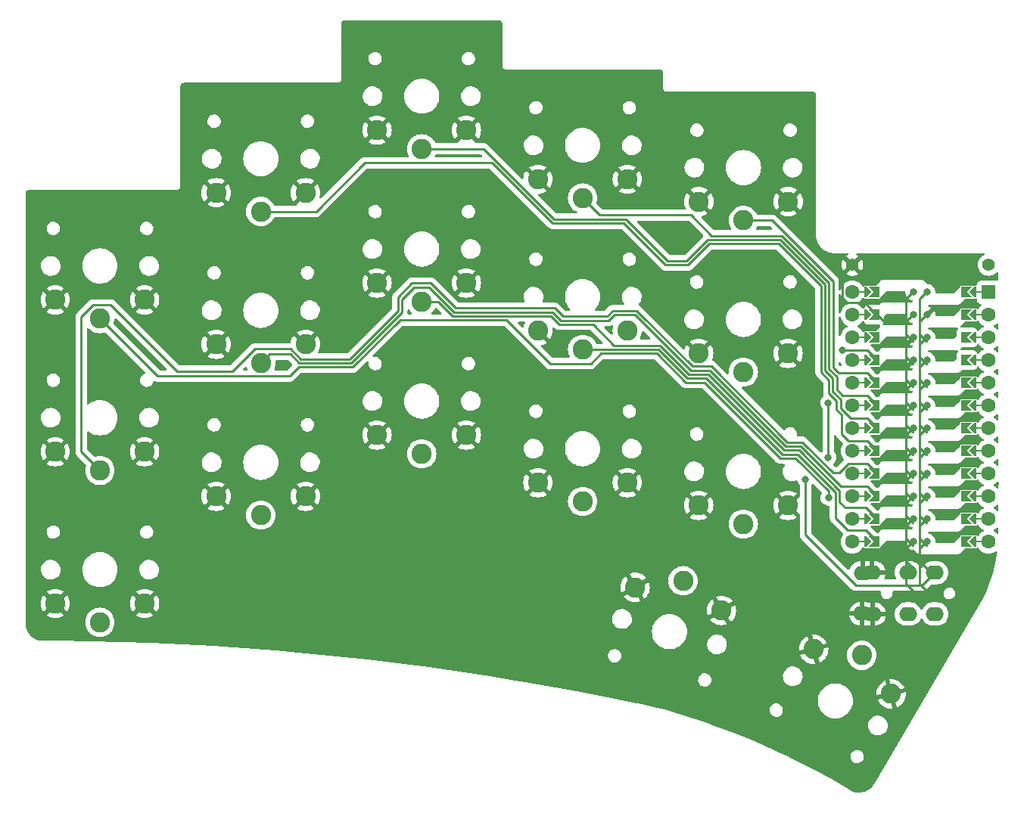
<source format=gbr>
%TF.GenerationSoftware,KiCad,Pcbnew,7.0.2*%
%TF.CreationDate,2023-04-26T17:48:05+02:00*%
%TF.ProjectId,half-swept,68616c66-2d73-4776-9570-742e6b696361,rev?*%
%TF.SameCoordinates,Original*%
%TF.FileFunction,Copper,L2,Bot*%
%TF.FilePolarity,Positive*%
%FSLAX46Y46*%
G04 Gerber Fmt 4.6, Leading zero omitted, Abs format (unit mm)*
G04 Created by KiCad (PCBNEW 7.0.2) date 2023-04-26 17:48:05*
%MOMM*%
%LPD*%
G01*
G04 APERTURE LIST*
G04 Aperture macros list*
%AMFreePoly0*
4,1,5,0.125000,-0.500000,-0.125000,-0.500000,-0.125000,0.500000,0.125000,0.500000,0.125000,-0.500000,0.125000,-0.500000,$1*%
%AMFreePoly1*
4,1,6,0.600000,0.200000,0.000000,-0.400000,-0.600000,0.200000,-0.600000,0.400000,0.600000,0.400000,0.600000,0.200000,0.600000,0.200000,$1*%
%AMFreePoly2*
4,1,6,0.600000,-0.250000,-0.600000,-0.250000,-0.600000,1.000000,0.000000,0.400000,0.600000,1.000000,0.600000,-0.250000,0.600000,-0.250000,$1*%
%AMFreePoly3*
4,1,49,0.004652,0.123753,0.008918,0.124682,0.028635,0.117327,0.062500,0.108253,0.068172,0.102580,0.074910,0.100068,0.087486,0.083266,0.108253,0.062500,0.111163,0.051639,0.117119,0.043683,0.118510,0.024217,0.125000,0.000000,0.121245,-0.014013,0.122144,-0.026571,0.113772,-0.041901,0.108253,-0.062500,0.095633,-0.075119,0.088389,-0.088388,-0.641000,-0.817776,-0.641000,-4.770223,
0.088389,-5.499612,0.109711,-5.528094,0.124682,-5.596918,0.100068,-5.662910,0.043683,-5.705119,-0.026571,-5.710144,-0.088388,-5.676389,-0.854388,-4.910388,-0.867764,-4.892519,-0.871157,-4.889580,-0.871926,-4.886960,-0.875710,-4.881906,-0.882285,-4.851677,-0.891000,-4.822000,-0.891000,-0.766000,-0.887823,-0.743906,-0.888144,-0.739429,-0.886835,-0.737032,-0.885937,-0.730783,-0.869209,-0.704755,
-0.854388,-0.677612,-0.088388,0.088389,-0.064427,0.106325,-0.062500,0.108253,-0.061491,0.108523,-0.059906,0.109711,-0.044779,0.113001,0.000000,0.125000,0.004652,0.123753,0.004652,0.123753,$1*%
G04 Aperture macros list end*
%TA.AperFunction,ComponentPad*%
%ADD10C,1.397000*%
%TD*%
%TA.AperFunction,ComponentPad*%
%ADD11O,2.000000X1.600000*%
%TD*%
%TA.AperFunction,ComponentPad*%
%ADD12C,2.262000*%
%TD*%
%TA.AperFunction,ComponentPad*%
%ADD13C,1.600000*%
%TD*%
%TA.AperFunction,ComponentPad*%
%ADD14R,1.600000X1.600000*%
%TD*%
%TA.AperFunction,SMDPad,CuDef*%
%ADD15FreePoly0,270.000000*%
%TD*%
%TA.AperFunction,SMDPad,CuDef*%
%ADD16FreePoly1,270.000000*%
%TD*%
%TA.AperFunction,SMDPad,CuDef*%
%ADD17FreePoly1,90.000000*%
%TD*%
%TA.AperFunction,SMDPad,CuDef*%
%ADD18FreePoly0,90.000000*%
%TD*%
%TA.AperFunction,SMDPad,CuDef*%
%ADD19FreePoly2,270.000000*%
%TD*%
%TA.AperFunction,SMDPad,CuDef*%
%ADD20FreePoly3,90.000000*%
%TD*%
%TA.AperFunction,ComponentPad*%
%ADD21C,0.800000*%
%TD*%
%TA.AperFunction,SMDPad,CuDef*%
%ADD22FreePoly3,270.000000*%
%TD*%
%TA.AperFunction,SMDPad,CuDef*%
%ADD23FreePoly2,90.000000*%
%TD*%
%TA.AperFunction,ViaPad*%
%ADD24C,0.800000*%
%TD*%
%TA.AperFunction,Conductor*%
%ADD25C,0.250000*%
%TD*%
G04 APERTURE END LIST*
D10*
%TO.P,B+,1*%
%TO.N,BT+_r*%
X126492000Y-45974000D03*
%TD*%
%TO.P,B-,1*%
%TO.N,gnd*%
X111252000Y-45974000D03*
%TD*%
D11*
%TO.P,J2,R1*%
%TO.N,Switch18*%
X117478000Y-80420000D03*
X117498000Y-85050000D03*
%TO.P,J2,R2*%
%TO.N,vcc*%
X120478000Y-80420000D03*
X120498000Y-85050000D03*
%TO.P,J2,S*%
%TO.N,gnd*%
X112398000Y-80450000D03*
X112378000Y-85020000D03*
%TO.P,J2,T*%
X113478000Y-80420000D03*
X113498000Y-85050000D03*
%TD*%
D12*
%TO.P,SW1,1*%
%TO.N,Switch1*%
X27080000Y-51980000D03*
%TO.P,SW1,2*%
%TO.N,gnd*%
X22080000Y-49880000D03*
X32080000Y-49880000D03*
%TD*%
%TO.P,SW2,1*%
%TO.N,Switch2*%
X45080000Y-39980000D03*
%TO.P,SW2,2*%
%TO.N,gnd*%
X40080000Y-37880000D03*
X50080000Y-37880000D03*
%TD*%
%TO.P,SW3,1*%
%TO.N,Switch3*%
X63080000Y-32980000D03*
%TO.P,SW3,2*%
%TO.N,gnd*%
X58080000Y-30880000D03*
X68080000Y-30880000D03*
%TD*%
%TO.P,SW4,1*%
%TO.N,Switch4*%
X81080000Y-38480000D03*
%TO.P,SW4,2*%
%TO.N,gnd*%
X76080000Y-36380000D03*
X86080000Y-36380000D03*
%TD*%
%TO.P,SW5,1*%
%TO.N,Switch5*%
X99080000Y-40980000D03*
%TO.P,SW5,2*%
%TO.N,gnd*%
X94080000Y-38880000D03*
X104080000Y-38880000D03*
%TD*%
%TO.P,SW6,1*%
%TO.N,Switch6*%
X27080000Y-68980000D03*
%TO.P,SW6,2*%
%TO.N,gnd*%
X22080000Y-66880000D03*
X32080000Y-66880000D03*
%TD*%
%TO.P,SW7,1*%
%TO.N,Switch7*%
X45080000Y-56954000D03*
%TO.P,SW7,2*%
%TO.N,gnd*%
X40080000Y-54854000D03*
X50080000Y-54854000D03*
%TD*%
%TO.P,SW8,1*%
%TO.N,Switch8*%
X63080000Y-50096000D03*
%TO.P,SW8,2*%
%TO.N,gnd*%
X58080000Y-47996000D03*
X68080000Y-47996000D03*
%TD*%
%TO.P,SW9,1*%
%TO.N,Switch9*%
X81080000Y-55430000D03*
%TO.P,SW9,2*%
%TO.N,gnd*%
X76080000Y-53330000D03*
X86080000Y-53330000D03*
%TD*%
%TO.P,SW10,1*%
%TO.N,Switch10*%
X99060000Y-57970000D03*
%TO.P,SW10,2*%
%TO.N,gnd*%
X94060000Y-55870000D03*
X104060000Y-55870000D03*
%TD*%
%TO.P,SW11,1*%
%TO.N,Switch11*%
X27080000Y-85980000D03*
%TO.P,SW11,2*%
%TO.N,gnd*%
X22080000Y-83880000D03*
X32080000Y-83880000D03*
%TD*%
%TO.P,SW12,1*%
%TO.N,Switch12*%
X45080000Y-73972000D03*
%TO.P,SW12,2*%
%TO.N,gnd*%
X40080000Y-71872000D03*
X50080000Y-71872000D03*
%TD*%
%TO.P,SW13,1*%
%TO.N,Switch13*%
X63080000Y-67114000D03*
%TO.P,SW13,2*%
%TO.N,gnd*%
X58080000Y-65014000D03*
X68080000Y-65014000D03*
%TD*%
%TO.P,SW14,1*%
%TO.N,Switch14*%
X81080000Y-72448000D03*
%TO.P,SW14,2*%
%TO.N,gnd*%
X76080000Y-70348000D03*
X86080000Y-70348000D03*
%TD*%
%TO.P,SW15,1*%
%TO.N,Switch15*%
X99060000Y-74988000D03*
%TO.P,SW15,2*%
%TO.N,gnd*%
X94060000Y-72888000D03*
X104060000Y-72888000D03*
%TD*%
%TO.P,SW17,1*%
%TO.N,Switch17*%
X112306000Y-89670450D03*
%TO.P,SW17,2*%
%TO.N,gnd*%
X115586127Y-93989103D03*
X106925873Y-88989103D03*
%TD*%
%TO.P,SW16,1*%
%TO.N,Switch16*%
X92323032Y-81331038D03*
%TO.P,SW16,2*%
%TO.N,gnd*%
X96609142Y-84653577D03*
X86949883Y-82065387D03*
%TD*%
D13*
%TO.P,U1,*%
%TO.N,*%
X126492000Y-49022000D03*
D14*
X126492000Y-49022000D03*
D15*
X125222000Y-49022000D03*
D16*
X124714000Y-49022000D03*
D17*
X113030000Y-49022000D03*
D18*
X112522000Y-49022000D03*
D13*
X111252000Y-49022000D03*
X126492000Y-51562000D03*
D15*
X125222000Y-51562000D03*
D16*
X124714000Y-51562000D03*
D17*
X113030000Y-51562000D03*
D18*
X112522000Y-51562000D03*
D13*
X111252000Y-51562000D03*
X126492000Y-54102000D03*
D15*
X125222000Y-54102000D03*
D16*
X124714000Y-54102000D03*
D17*
X113030000Y-54102000D03*
D18*
X112522000Y-54102000D03*
D13*
X111252000Y-54102000D03*
X126492000Y-56642000D03*
D15*
X125222000Y-56642000D03*
D16*
X124714000Y-56642000D03*
D17*
X113030000Y-56642000D03*
D18*
X112522000Y-56642000D03*
D13*
X111252000Y-56642000D03*
X126492000Y-59182000D03*
D15*
X125222000Y-59182000D03*
D16*
X124714000Y-59182000D03*
D17*
X113030000Y-59182000D03*
D18*
X112522000Y-59182000D03*
D13*
X111252000Y-59182000D03*
X126492000Y-61722000D03*
D15*
X125222000Y-61722000D03*
D16*
X124714000Y-61722000D03*
D17*
X113030000Y-61722000D03*
D18*
X112522000Y-61722000D03*
D13*
X111252000Y-61722000D03*
X126492000Y-64262000D03*
D15*
X125222000Y-64262000D03*
D16*
X124714000Y-64262000D03*
D17*
X113030000Y-64262000D03*
D18*
X112522000Y-64262000D03*
D13*
X111252000Y-64262000D03*
X126492000Y-66802000D03*
D15*
X125222000Y-66802000D03*
D16*
X124714000Y-66802000D03*
D17*
X113030000Y-66802000D03*
D18*
X112522000Y-66802000D03*
D13*
X111252000Y-66802000D03*
X126492000Y-69342000D03*
D15*
X125222000Y-69342000D03*
D16*
X124714000Y-69342000D03*
D17*
X113030000Y-69342000D03*
D18*
X112522000Y-69342000D03*
D13*
X111252000Y-69342000D03*
X126492000Y-71882000D03*
D15*
X125222000Y-71882000D03*
D16*
X124714000Y-71882000D03*
D17*
X113030000Y-71882000D03*
D18*
X112522000Y-71882000D03*
D13*
X111252000Y-71882000D03*
X126492000Y-74422000D03*
D15*
X125222000Y-74422000D03*
D16*
X124714000Y-74422000D03*
D17*
X113030000Y-74422000D03*
D18*
X112522000Y-74422000D03*
D13*
X111252000Y-74422000D03*
X126492000Y-76962000D03*
D15*
X125222000Y-76962000D03*
D16*
X124714000Y-76962000D03*
D17*
X113030000Y-76962000D03*
D18*
X112522000Y-76962000D03*
D13*
X111252000Y-76962000D03*
D19*
%TO.P,U1,1*%
%TO.N,Switch10*%
X123698000Y-49022000D03*
D20*
X118110000Y-49022000D03*
D21*
X118110000Y-49022000D03*
D19*
%TO.P,U1,2*%
%TO.N,Switch18*%
X123698000Y-51562000D03*
D20*
X118110000Y-51562000D03*
D21*
X118110000Y-51562000D03*
D19*
%TO.P,U1,3*%
%TO.N,gnd*%
X123698000Y-54102000D03*
D20*
X118110000Y-54102000D03*
D21*
X118110000Y-54102000D03*
D19*
%TO.P,U1,4*%
X123698000Y-56642000D03*
D20*
X118110000Y-56642000D03*
D21*
X118110000Y-56642000D03*
D19*
%TO.P,U1,5*%
%TO.N,Switch11*%
X123698000Y-59182000D03*
D20*
X118110000Y-59182000D03*
D21*
X118110000Y-59182000D03*
D19*
%TO.P,U1,6*%
%TO.N,Switch12*%
X123698000Y-61722000D03*
D20*
X118110000Y-61722000D03*
D21*
X118110000Y-61722000D03*
D19*
%TO.P,U1,7*%
%TO.N,Switch13*%
X123698000Y-64262000D03*
D20*
X118110000Y-64262000D03*
D21*
X118110000Y-64262000D03*
D19*
%TO.P,U1,8*%
%TO.N,Switch14*%
X123698000Y-66802000D03*
D20*
X118110000Y-66802000D03*
D21*
X118110000Y-66802000D03*
D19*
%TO.P,U1,9*%
%TO.N,Switch15*%
X123698000Y-69342000D03*
D20*
X118110000Y-69342000D03*
D21*
X118110000Y-69342000D03*
D19*
%TO.P,U1,10*%
%TO.N,Switch1*%
X123698000Y-71882000D03*
D20*
X118110000Y-71882000D03*
D21*
X118110000Y-71882000D03*
D19*
%TO.P,U1,11*%
%TO.N,Switch16*%
X123698000Y-74422000D03*
D20*
X118110000Y-74422000D03*
D21*
X118110000Y-74422000D03*
D19*
%TO.P,U1,12*%
%TO.N,Switch17*%
X123698000Y-76962000D03*
D20*
X118110000Y-76962000D03*
D21*
X118110000Y-76962000D03*
D22*
%TO.P,U1,13*%
%TO.N,Switch9*%
X119634000Y-76962000D03*
D21*
X119634000Y-76962000D03*
D23*
X114046000Y-76962000D03*
D22*
%TO.P,U1,14*%
%TO.N,Switch8*%
X119634000Y-74422000D03*
D21*
X119634000Y-74422000D03*
D23*
X114046000Y-74422000D03*
D22*
%TO.P,U1,15*%
%TO.N,Switch7*%
X119634000Y-71882000D03*
D21*
X119634000Y-71882000D03*
D23*
X114046000Y-71882000D03*
D22*
%TO.P,U1,16*%
%TO.N,Switch6*%
X119634000Y-69342000D03*
D21*
X119634000Y-69342000D03*
D23*
X114046000Y-69342000D03*
D22*
%TO.P,U1,17*%
%TO.N,Switch2*%
X119634000Y-66802000D03*
D21*
X119634000Y-66802000D03*
D23*
X114046000Y-66802000D03*
D22*
%TO.P,U1,18*%
%TO.N,Switch3*%
X119634000Y-64262000D03*
D21*
X119634000Y-64262000D03*
D23*
X114046000Y-64262000D03*
D22*
%TO.P,U1,19*%
%TO.N,Switch4*%
X119634000Y-61722000D03*
D21*
X119634000Y-61722000D03*
D23*
X114046000Y-61722000D03*
D22*
%TO.P,U1,20*%
%TO.N,Switch5*%
X119634000Y-59182000D03*
D21*
X119634000Y-59182000D03*
D23*
X114046000Y-59182000D03*
D22*
%TO.P,U1,21*%
%TO.N,vcc*%
X119634000Y-56642000D03*
D21*
X119634000Y-56642000D03*
D23*
X114046000Y-56642000D03*
D22*
%TO.P,U1,22*%
%TO.N,reset*%
X119634000Y-54102000D03*
D21*
X119634000Y-54102000D03*
D23*
X114046000Y-54102000D03*
D22*
%TO.P,U1,23*%
%TO.N,gnd*%
X119634000Y-51562000D03*
D21*
X119634000Y-51562000D03*
D23*
X114046000Y-51562000D03*
D22*
%TO.P,U1,24*%
%TO.N,raw*%
X119634000Y-49022000D03*
D21*
X119634000Y-49022000D03*
D23*
X114046000Y-49022000D03*
%TD*%
D24*
%TO.N,gnd*%
X115163600Y-52273200D03*
X109372400Y-45669200D03*
%TO.N,vcc*%
X106019600Y-70002400D03*
X110134400Y-55524400D03*
X108559600Y-67513200D03*
X108559600Y-61417200D03*
%TO.N,Switch1*%
X108610400Y-72034400D03*
%TD*%
D25*
%TO.N,gnd*%
X112630511Y-50146511D02*
X110661711Y-50146511D01*
X110127489Y-47098511D02*
X111252000Y-45974000D01*
X114757200Y-52273200D02*
X114046000Y-51562000D01*
X110661711Y-50146511D02*
X110127489Y-49612289D01*
X114046000Y-51562000D02*
X112630511Y-50146511D01*
X115163600Y-52273200D02*
X114757200Y-52273200D01*
X110127489Y-49612289D02*
X110127489Y-47098511D01*
%TO.N,vcc*%
X108559600Y-67513200D02*
X108559600Y-61417200D01*
X111658400Y-81838800D02*
X119059200Y-81838800D01*
X110141311Y-55517489D02*
X112921489Y-55517489D01*
X112921489Y-55517489D02*
X114046000Y-56642000D01*
X119059200Y-81838800D02*
X120478000Y-80420000D01*
X106019600Y-70002400D02*
X106019600Y-76200000D01*
X110134400Y-55524400D02*
X110141311Y-55517489D01*
X106019600Y-76200000D02*
X111658400Y-81838800D01*
%TO.N,Switch1*%
X108610400Y-71299954D02*
X104925246Y-67614800D01*
X60653557Y-52148560D02*
X55398597Y-57403520D01*
X49327280Y-57403520D02*
X48321289Y-58409511D01*
X103225600Y-67614800D02*
X94742000Y-59131200D01*
X81991200Y-56997600D02*
X77419200Y-56997600D01*
X83109280Y-55879520D02*
X81991200Y-56997600D01*
X72570160Y-52148560D02*
X60653557Y-52148560D01*
X48321289Y-58409511D02*
X33509511Y-58409511D01*
X108610400Y-72034400D02*
X108610400Y-71299954D01*
X94742000Y-59131200D02*
X92608400Y-59131200D01*
X55398597Y-57403520D02*
X49327280Y-57403520D01*
X92608400Y-59131200D02*
X89356720Y-55879520D01*
X77419200Y-56997600D02*
X72570160Y-52148560D01*
X33509511Y-58409511D02*
X27080000Y-51980000D01*
X89356720Y-55879520D02*
X83109280Y-55879520D01*
X104925246Y-67614800D02*
X103225600Y-67614800D01*
%TO.N,Switch2*%
X108625760Y-60316396D02*
X109481680Y-61172316D01*
X108625760Y-58869314D02*
X108625760Y-60316396D01*
X95276118Y-43586400D02*
X102994846Y-43586400D01*
X85691920Y-41292720D02*
X90365520Y-45966320D01*
X110032800Y-64871600D02*
X110838689Y-65677489D01*
X110838689Y-65677489D02*
X112921489Y-65677489D01*
X109481680Y-62177698D02*
X110032800Y-62728818D01*
X90365520Y-45966320D02*
X92896198Y-45966320D01*
X70941483Y-34544000D02*
X77690203Y-41292720D01*
X110032800Y-62728818D02*
X110032800Y-64871600D01*
X102994846Y-43586400D02*
X107746800Y-48338354D01*
X45080000Y-39980000D02*
X51256800Y-39980000D01*
X109481680Y-61172316D02*
X109481680Y-62177698D01*
X51256800Y-39980000D02*
X56692800Y-34544000D01*
X112921489Y-65677489D02*
X114046000Y-66802000D01*
X107746800Y-57990354D02*
X108625760Y-58869314D01*
X92896198Y-45966320D02*
X95276118Y-43586400D01*
X56692800Y-34544000D02*
X70941483Y-34544000D01*
X107746800Y-48338354D02*
X107746800Y-57990354D01*
X77690203Y-41292720D02*
X85691920Y-41292720D01*
%TO.N,Switch3*%
X103181044Y-43136880D02*
X108196320Y-48152156D01*
X92710000Y-45516800D02*
X95089921Y-43136880D01*
X63080000Y-32980000D02*
X70013200Y-32980000D01*
X95089921Y-43136880D02*
X103181044Y-43136880D01*
X109931200Y-61991500D02*
X111077189Y-63137489D01*
X112921489Y-63137489D02*
X114046000Y-64262000D01*
X90596601Y-45516800D02*
X92710000Y-45516800D01*
X85923001Y-40843200D02*
X90596601Y-45516800D01*
X108196320Y-57804156D02*
X109075280Y-58683116D01*
X109931200Y-60986118D02*
X109931200Y-61991500D01*
X70013200Y-32980000D02*
X77876400Y-40843200D01*
X108196320Y-48152156D02*
X108196320Y-57804156D01*
X109075280Y-58683116D02*
X109075280Y-60130198D01*
X77876400Y-40843200D02*
X85923001Y-40843200D01*
X109075280Y-60130198D02*
X109931200Y-60986118D01*
X111077189Y-63137489D02*
X112921489Y-63137489D01*
%TO.N,Switch4*%
X109524800Y-58496918D02*
X109524800Y-59944000D01*
X108645840Y-47965958D02*
X108645840Y-57617958D01*
X108645840Y-57617958D02*
X109524800Y-58496918D01*
X110178289Y-60597489D02*
X112921489Y-60597489D01*
X109524800Y-59944000D02*
X110178289Y-60597489D01*
X103367242Y-42687360D02*
X108645840Y-47965958D01*
X95519360Y-42687360D02*
X103367242Y-42687360D01*
X81080000Y-38480000D02*
X82986000Y-40386000D01*
X82986000Y-40386000D02*
X93218000Y-40386000D01*
X93218000Y-40386000D02*
X95519360Y-42687360D01*
X112921489Y-60597489D02*
X114046000Y-61722000D01*
%TO.N,Switch5*%
X102295600Y-40980000D02*
X109095360Y-47779763D01*
X109728000Y-58064400D02*
X110779300Y-58064400D01*
X110779300Y-58064400D02*
X110786211Y-58057489D01*
X110786211Y-58057489D02*
X112921489Y-58057489D01*
X109095360Y-57431760D02*
X109728000Y-58064400D01*
X99080000Y-40980000D02*
X102295600Y-40980000D01*
X112921489Y-58057489D02*
X114046000Y-59182000D01*
X109095360Y-47779763D02*
X109095360Y-57431760D01*
%TO.N,Switch6*%
X103970392Y-65816720D02*
X105670037Y-65816720D01*
X105933359Y-66080043D02*
X109093716Y-69240400D01*
X109093716Y-69240400D02*
X109763300Y-69240400D01*
X24990979Y-66890979D02*
X24990979Y-51767821D01*
X66903600Y-50800000D02*
X77927200Y-50800000D01*
X41926209Y-57844991D02*
X44399200Y-55372000D01*
X87373843Y-51353772D02*
X93353192Y-57333120D01*
X105670037Y-65816720D02*
X105933359Y-66080043D01*
X78856960Y-51729760D02*
X83804640Y-51729760D01*
X110786211Y-68217489D02*
X112921489Y-68217489D01*
X95486792Y-57333120D02*
X103970392Y-65816720D01*
X55026202Y-56504480D02*
X60401200Y-51129482D01*
X64109600Y-48006000D02*
X66903600Y-50800000D01*
X84443951Y-51090449D02*
X87110521Y-51090449D01*
X48412400Y-55372000D02*
X49544880Y-56504480D01*
X109763300Y-69240400D02*
X110786211Y-68217489D01*
X61976000Y-48006000D02*
X64109600Y-48006000D01*
X87110521Y-51090449D02*
X87373843Y-51353772D01*
X60401200Y-49580800D02*
X61976000Y-48006000D01*
X28295600Y-50444400D02*
X35696191Y-57844991D01*
X93353192Y-57333120D02*
X95486792Y-57333120D01*
X83804640Y-51729760D02*
X84443951Y-51090449D01*
X49544880Y-56504480D02*
X55026202Y-56504480D01*
X27080000Y-68980000D02*
X24990979Y-66890979D01*
X35696191Y-57844991D02*
X41926209Y-57844991D01*
X77927200Y-50800000D02*
X78856960Y-51729760D01*
X26314400Y-50444400D02*
X28295600Y-50444400D01*
X24990979Y-51767821D02*
X26314400Y-50444400D01*
X44399200Y-55372000D02*
X48412400Y-55372000D01*
X60401200Y-51129482D02*
X60401200Y-49580800D01*
X112921489Y-68217489D02*
X114046000Y-69342000D01*
%TO.N,Switch7*%
X103784194Y-66266240D02*
X105483839Y-66266240D01*
X86924323Y-51539969D02*
X93166994Y-57782640D01*
X93166994Y-57782640D02*
X95300594Y-57782640D01*
X95300594Y-57782640D02*
X103784194Y-66266240D01*
X109975089Y-70757489D02*
X112921489Y-70757489D01*
X112921489Y-70757489D02*
X114046000Y-71882000D01*
X60850720Y-49842480D02*
X62237680Y-48455520D01*
X48378602Y-55973920D02*
X49358683Y-56954000D01*
X46060080Y-55973920D02*
X48378602Y-55973920D01*
X62237680Y-48455520D02*
X63923403Y-48455520D01*
X60850720Y-51315679D02*
X60850720Y-49842480D01*
X45080000Y-56954000D02*
X46060080Y-55973920D01*
X66717403Y-51249520D02*
X77741002Y-51249520D01*
X84630149Y-51539969D02*
X86924323Y-51539969D01*
X78670762Y-52179280D02*
X83990838Y-52179280D01*
X105483839Y-66266240D02*
X109975089Y-70757489D01*
X63923403Y-48455520D02*
X66717403Y-51249520D01*
X55212400Y-56954000D02*
X60850720Y-51315679D01*
X49358683Y-56954000D02*
X55212400Y-56954000D01*
X77741002Y-51249520D02*
X78670762Y-52179280D01*
X83990838Y-52179280D02*
X84630149Y-51539969D01*
%TO.N,Switch8*%
X84582000Y-54965600D02*
X89714236Y-54965600D01*
X109821920Y-71240039D02*
X109821920Y-72534720D01*
X64928165Y-50096000D02*
X66531206Y-51699040D01*
X109821920Y-72534720D02*
X110439200Y-73152000D01*
X89714236Y-54965600D02*
X92980796Y-58232160D01*
X63080000Y-50096000D02*
X64928165Y-50096000D01*
X103597996Y-66715760D02*
X105297641Y-66715760D01*
X95114396Y-58232160D02*
X103597996Y-66715760D01*
X82245200Y-52628800D02*
X84582000Y-54965600D01*
X66531206Y-51699040D02*
X77554804Y-51699040D01*
X92980796Y-58232160D02*
X95114396Y-58232160D01*
X112776000Y-73152000D02*
X114046000Y-74422000D01*
X78484565Y-52628800D02*
X82245200Y-52628800D01*
X110439200Y-73152000D02*
X112776000Y-73152000D01*
X105297641Y-66715760D02*
X109821920Y-71240039D01*
X77554804Y-51699040D02*
X78484565Y-52628800D01*
%TO.N,Switch9*%
X112776000Y-75692000D02*
X114046000Y-76962000D01*
X105111444Y-67165280D02*
X109372400Y-71426236D01*
X110744000Y-75692000D02*
X112776000Y-75692000D01*
X103411798Y-67165280D02*
X105111444Y-67165280D01*
X81080000Y-55430000D02*
X89542918Y-55430000D01*
X89542918Y-55430000D02*
X92794598Y-58681680D01*
X109372400Y-71426236D02*
X109372400Y-74320400D01*
X94928198Y-58681680D02*
X103411798Y-67165280D01*
X109372400Y-74320400D02*
X110744000Y-75692000D01*
X92794598Y-58681680D02*
X94928198Y-58681680D01*
%TD*%
%TA.AperFunction,Conductor*%
%TO.N,gnd*%
G36*
X71689106Y-18568342D02*
G01*
X71708867Y-18568340D01*
X71708869Y-18568341D01*
X71708901Y-18568340D01*
X71725326Y-18569415D01*
X71797645Y-18578928D01*
X71829415Y-18587439D01*
X71889089Y-18612152D01*
X71917580Y-18628600D01*
X71968821Y-18667918D01*
X71992081Y-18691178D01*
X72031399Y-18742419D01*
X72047848Y-18770912D01*
X72072559Y-18830582D01*
X72081071Y-18862357D01*
X72090583Y-18934658D01*
X72091659Y-18951108D01*
X72091656Y-18976173D01*
X72091660Y-18976192D01*
X72091660Y-23597785D01*
X72091636Y-23597866D01*
X72091636Y-23650000D01*
X72091636Y-23706029D01*
X72120640Y-23814267D01*
X72176671Y-23911311D01*
X72255910Y-23990545D01*
X72255912Y-23990546D01*
X72352955Y-24046570D01*
X72461195Y-24075567D01*
X72461196Y-24075566D01*
X72461197Y-24075567D01*
X72517226Y-24075564D01*
X72517496Y-24075562D01*
X89698262Y-24075500D01*
X89715444Y-24076677D01*
X89744796Y-24080717D01*
X89788077Y-24086675D01*
X89819523Y-24095260D01*
X89879966Y-24120547D01*
X89908157Y-24136912D01*
X89960089Y-24176857D01*
X89983142Y-24199910D01*
X90023087Y-24251842D01*
X90039452Y-24280033D01*
X90064739Y-24340476D01*
X90073324Y-24371922D01*
X90083321Y-24444544D01*
X90084498Y-24461736D01*
X90084402Y-25778825D01*
X90084376Y-26141713D01*
X90084376Y-26141715D01*
X90084376Y-26150000D01*
X90084376Y-26206035D01*
X90113381Y-26314285D01*
X90113382Y-26314286D01*
X90169416Y-26411340D01*
X90248659Y-26490583D01*
X90248661Y-26490584D01*
X90345715Y-26546619D01*
X90453965Y-26575624D01*
X90453966Y-26575624D01*
X90570469Y-26575624D01*
X90570473Y-26575622D01*
X106817153Y-26575500D01*
X106834821Y-26576745D01*
X106905857Y-26586812D01*
X106937326Y-26595549D01*
X106996391Y-26620579D01*
X107024561Y-26637116D01*
X107072299Y-26674233D01*
X107075203Y-26676491D01*
X107098177Y-26699720D01*
X107136990Y-26750789D01*
X107153221Y-26779146D01*
X107177597Y-26838476D01*
X107185990Y-26870052D01*
X107189164Y-26894371D01*
X107195439Y-26942456D01*
X107196498Y-26958786D01*
X107196493Y-26983298D01*
X107196501Y-26983338D01*
X107196501Y-42657978D01*
X107195759Y-42663261D01*
X107196424Y-42682237D01*
X107196501Y-42686644D01*
X107196501Y-42707660D01*
X107197489Y-42712207D01*
X107200134Y-42786494D01*
X107201191Y-42816158D01*
X107244191Y-43075314D01*
X107245370Y-43079211D01*
X107245372Y-43079218D01*
X107319099Y-43322838D01*
X107319103Y-43322849D01*
X107320284Y-43326751D01*
X107343205Y-43377625D01*
X107426519Y-43562542D01*
X107426522Y-43562548D01*
X107428196Y-43566263D01*
X107430335Y-43569730D01*
X107430337Y-43569734D01*
X107480666Y-43651318D01*
X107566122Y-43789842D01*
X107731753Y-43993747D01*
X107734707Y-43996550D01*
X107734709Y-43996552D01*
X107919363Y-44171763D01*
X107919370Y-44171768D01*
X107922319Y-44174567D01*
X107925610Y-44176965D01*
X107925616Y-44176970D01*
X108050151Y-44267716D01*
X108134631Y-44329275D01*
X108138205Y-44331228D01*
X108138207Y-44331230D01*
X108305560Y-44422715D01*
X108365137Y-44455283D01*
X108609979Y-44550484D01*
X108865062Y-44613283D01*
X109126117Y-44642631D01*
X109257203Y-44640417D01*
X110681147Y-44640181D01*
X110749216Y-44660156D01*
X110795718Y-44713804D01*
X110805833Y-44784076D01*
X110776351Y-44848662D01*
X110726631Y-44883656D01*
X110711914Y-44889357D01*
X110597443Y-44960233D01*
X111206889Y-45569679D01*
X111124850Y-45582673D01*
X111010146Y-45641117D01*
X110919117Y-45732146D01*
X110860673Y-45846850D01*
X110847679Y-45928889D01*
X110236064Y-45317274D01*
X110236062Y-45317274D01*
X110221818Y-45336136D01*
X110122150Y-45536297D01*
X110060961Y-45751357D01*
X110040330Y-45973999D01*
X110060961Y-46196642D01*
X110122150Y-46411701D01*
X110221820Y-46611864D01*
X110236062Y-46630724D01*
X110236063Y-46630725D01*
X110847678Y-46019109D01*
X110860673Y-46101150D01*
X110919117Y-46215854D01*
X111010146Y-46306883D01*
X111124850Y-46365327D01*
X111206888Y-46378320D01*
X110597443Y-46987765D01*
X110711909Y-47058640D01*
X110920410Y-47139413D01*
X111140203Y-47180500D01*
X111363797Y-47180500D01*
X111583589Y-47139413D01*
X111792088Y-47058641D01*
X111906554Y-46987765D01*
X111297110Y-46378321D01*
X111379150Y-46365327D01*
X111493854Y-46306883D01*
X111584883Y-46215854D01*
X111643327Y-46101150D01*
X111656321Y-46019110D01*
X112267935Y-46630725D01*
X112267936Y-46630724D01*
X112282180Y-46611864D01*
X112381849Y-46411701D01*
X112443038Y-46196642D01*
X112463669Y-45973999D01*
X112443038Y-45751357D01*
X112381849Y-45536297D01*
X112282181Y-45336137D01*
X112267936Y-45317274D01*
X111656320Y-45928888D01*
X111643327Y-45846850D01*
X111584883Y-45732146D01*
X111493854Y-45641117D01*
X111379150Y-45582673D01*
X111297110Y-45569678D01*
X111906554Y-44960233D01*
X111792083Y-44889356D01*
X111776884Y-44883468D01*
X111720589Y-44840209D01*
X111696619Y-44773381D01*
X111712583Y-44704203D01*
X111763414Y-44654637D01*
X111822317Y-44639992D01*
X125933425Y-44637657D01*
X126001545Y-44657647D01*
X126048047Y-44711295D01*
X126058162Y-44781567D01*
X126028680Y-44846153D01*
X125986692Y-44877851D01*
X125886194Y-44924714D01*
X125713188Y-45045854D01*
X125563854Y-45195188D01*
X125442714Y-45368194D01*
X125353457Y-45559605D01*
X125298796Y-45763605D01*
X125280389Y-45973999D01*
X125298796Y-46184394D01*
X125353457Y-46388395D01*
X125442714Y-46579807D01*
X125563854Y-46752812D01*
X125713187Y-46902145D01*
X125886192Y-47023285D01*
X126077604Y-47112542D01*
X126121113Y-47124200D01*
X126281606Y-47167204D01*
X126492000Y-47185611D01*
X126702394Y-47167204D01*
X126906395Y-47112542D01*
X127097806Y-47023286D01*
X127270809Y-46902148D01*
X127314298Y-46858659D01*
X127394405Y-46778553D01*
X127456717Y-46744527D01*
X127527532Y-46749592D01*
X127584368Y-46792139D01*
X127609179Y-46858659D01*
X127609500Y-46867648D01*
X127609500Y-47616228D01*
X127589498Y-47684349D01*
X127535842Y-47730842D01*
X127465568Y-47740946D01*
X127439468Y-47734284D01*
X127401201Y-47720011D01*
X127340638Y-47713500D01*
X127337269Y-47713500D01*
X126554633Y-47713500D01*
X126543653Y-47713021D01*
X126492000Y-47708502D01*
X126440347Y-47713021D01*
X126429367Y-47713500D01*
X125643362Y-47713500D01*
X125640013Y-47713859D01*
X125640013Y-47713860D01*
X125582799Y-47720011D01*
X125445794Y-47771111D01*
X125328738Y-47858738D01*
X125241111Y-47975794D01*
X125200247Y-48085355D01*
X125190011Y-48112799D01*
X125183500Y-48173362D01*
X125183500Y-48176730D01*
X125183500Y-48193531D01*
X125163498Y-48261652D01*
X125109842Y-48308145D01*
X125057500Y-48319531D01*
X124914000Y-48319531D01*
X124871016Y-48328080D01*
X124808245Y-48347733D01*
X124739778Y-48328948D01*
X124737283Y-48327344D01*
X124698000Y-48319531D01*
X123448000Y-48319531D01*
X123408787Y-48327330D01*
X123375543Y-48349543D01*
X123353330Y-48382787D01*
X123345531Y-48421999D01*
X123345531Y-48426508D01*
X123325529Y-48494629D01*
X123295042Y-48527375D01*
X123272303Y-48544397D01*
X123122986Y-48693715D01*
X122704333Y-49112367D01*
X122642023Y-49146391D01*
X122615240Y-49149271D01*
X120674064Y-49149271D01*
X120605943Y-49129269D01*
X120559450Y-49075613D01*
X120552786Y-49034761D01*
X120548888Y-49035171D01*
X120547504Y-49022000D01*
X120527542Y-48832072D01*
X120488406Y-48711625D01*
X120468527Y-48650443D01*
X120373041Y-48485057D01*
X120245252Y-48343133D01*
X120110788Y-48245439D01*
X120090752Y-48230882D01*
X119916288Y-48153206D01*
X119729487Y-48113500D01*
X119729485Y-48113500D01*
X119680988Y-48113500D01*
X119612867Y-48093498D01*
X119591893Y-48076595D01*
X119373537Y-47858239D01*
X119356635Y-47837266D01*
X119354706Y-47834264D01*
X119319572Y-47803820D01*
X119313000Y-47797701D01*
X119306946Y-47791647D01*
X119301695Y-47787716D01*
X119300756Y-47787013D01*
X119283217Y-47763583D01*
X119189798Y-47703547D01*
X119182409Y-47698417D01*
X119142036Y-47668194D01*
X119129602Y-47669756D01*
X119097420Y-47659993D01*
X119049437Y-47638080D01*
X119039961Y-47636718D01*
X119013871Y-47630059D01*
X119004892Y-47626710D01*
X118940664Y-47622117D01*
X118931725Y-47621156D01*
X118904703Y-47617271D01*
X118899905Y-47617271D01*
X118877400Y-47617271D01*
X118868413Y-47616950D01*
X118859041Y-47616279D01*
X118850236Y-47616909D01*
X118849671Y-47616950D01*
X118840683Y-47617271D01*
X114888201Y-47617271D01*
X114861425Y-47614393D01*
X114857939Y-47613634D01*
X114814415Y-47616747D01*
X114811581Y-47616950D01*
X114802595Y-47617271D01*
X114794020Y-47617271D01*
X114786374Y-47618370D01*
X114757419Y-47614205D01*
X114720897Y-47622150D01*
X114720893Y-47622152D01*
X114712090Y-47624066D01*
X114712089Y-47624067D01*
X114699940Y-47626710D01*
X114648913Y-47637810D01*
X114640062Y-47639406D01*
X114590131Y-47646585D01*
X114582438Y-47656488D01*
X114552799Y-47672332D01*
X114503291Y-47690806D01*
X114495661Y-47696520D01*
X114472493Y-47710269D01*
X114463817Y-47714231D01*
X114457147Y-47720011D01*
X114415079Y-47756464D01*
X114408102Y-47762087D01*
X114386249Y-47778451D01*
X114367041Y-47797665D01*
X114360456Y-47803797D01*
X114353311Y-47809988D01*
X114347164Y-47817083D01*
X114341038Y-47823661D01*
X113882073Y-48282626D01*
X113819761Y-48316652D01*
X113792978Y-48319531D01*
X113046000Y-48319531D01*
X113003015Y-48328080D01*
X112940241Y-48347733D01*
X112871775Y-48328946D01*
X112869282Y-48327344D01*
X112830000Y-48319531D01*
X112630000Y-48319531D01*
X112590787Y-48327330D01*
X112567135Y-48343134D01*
X112560501Y-48347567D01*
X112538845Y-48362037D01*
X112471092Y-48383251D01*
X112468844Y-48383271D01*
X112467732Y-48383271D01*
X112399611Y-48363269D01*
X112364519Y-48329542D01*
X112363495Y-48328080D01*
X112258198Y-48177700D01*
X112258197Y-48177699D01*
X112258195Y-48177696D01*
X112096303Y-48015804D01*
X111908750Y-47884477D01*
X111701243Y-47787715D01*
X111480087Y-47728457D01*
X111252000Y-47708502D01*
X111023912Y-47728457D01*
X110802756Y-47787715D01*
X110595249Y-47884477D01*
X110407696Y-48015804D01*
X110245804Y-48177696D01*
X110114477Y-48365249D01*
X110017715Y-48572756D01*
X109976567Y-48726326D01*
X109939615Y-48786949D01*
X109875754Y-48817970D01*
X109805260Y-48809542D01*
X109750513Y-48764339D01*
X109728896Y-48696713D01*
X109728860Y-48693715D01*
X109728860Y-47863617D01*
X109731155Y-47842826D01*
X109730980Y-47837262D01*
X109728922Y-47771763D01*
X109728860Y-47767805D01*
X109728860Y-47743871D01*
X109728860Y-47739907D01*
X109728355Y-47735915D01*
X109727422Y-47724069D01*
X109726034Y-47679874D01*
X109720380Y-47660415D01*
X109716373Y-47641069D01*
X109713834Y-47620966D01*
X109697554Y-47579849D01*
X109693713Y-47568629D01*
X109691088Y-47559592D01*
X109681378Y-47526170D01*
X109671066Y-47508733D01*
X109662368Y-47490978D01*
X109661749Y-47489414D01*
X109654912Y-47472146D01*
X109628925Y-47436379D01*
X109622407Y-47426456D01*
X109611281Y-47407643D01*
X109599902Y-47388401D01*
X109585572Y-47374071D01*
X109572738Y-47359044D01*
X109560832Y-47342656D01*
X109560831Y-47342655D01*
X109526754Y-47314463D01*
X109517976Y-47306475D01*
X102802844Y-40591339D01*
X102789771Y-40575021D01*
X102785707Y-40571205D01*
X102737947Y-40526355D01*
X102735105Y-40523600D01*
X102718174Y-40506669D01*
X102715370Y-40503865D01*
X102712175Y-40501386D01*
X102703154Y-40493682D01*
X102670920Y-40463413D01*
X102653167Y-40453653D01*
X102636641Y-40442797D01*
X102620641Y-40430386D01*
X102580066Y-40412828D01*
X102569404Y-40407604D01*
X102530663Y-40386305D01*
X102516913Y-40382775D01*
X102511037Y-40381266D01*
X102492331Y-40374862D01*
X102473745Y-40366819D01*
X102430075Y-40359902D01*
X102418453Y-40357495D01*
X102375630Y-40346500D01*
X102375629Y-40346500D01*
X102355376Y-40346500D01*
X102335666Y-40344949D01*
X102315657Y-40341779D01*
X102271639Y-40345941D01*
X102259781Y-40346500D01*
X100676369Y-40346500D01*
X100608248Y-40326498D01*
X100561755Y-40272842D01*
X100559960Y-40268718D01*
X100557545Y-40262888D01*
X100545323Y-40233381D01*
X100545321Y-40233377D01*
X100410485Y-40013345D01*
X100242887Y-39817112D01*
X100046654Y-39649514D01*
X99826622Y-39514678D01*
X99588201Y-39415921D01*
X99337267Y-39355677D01*
X99199999Y-39344874D01*
X99080000Y-39335430D01*
X99079999Y-39335430D01*
X98822732Y-39355677D01*
X98571798Y-39415921D01*
X98333377Y-39514678D01*
X98113345Y-39649514D01*
X97917112Y-39817112D01*
X97749514Y-40013345D01*
X97614678Y-40233377D01*
X97515921Y-40471798D01*
X97460752Y-40701594D01*
X97455677Y-40722733D01*
X97435430Y-40980000D01*
X97447566Y-41134200D01*
X97455677Y-41237267D01*
X97515921Y-41488201D01*
X97614678Y-41726622D01*
X97697654Y-41862025D01*
X97716193Y-41930558D01*
X97694737Y-41998235D01*
X97640098Y-42043568D01*
X97590222Y-42053860D01*
X95833954Y-42053860D01*
X95765833Y-42033858D01*
X95744859Y-42016955D01*
X94767406Y-41039502D01*
X94411238Y-40683333D01*
X94377213Y-40621023D01*
X94382278Y-40550208D01*
X94424825Y-40493372D01*
X94470920Y-40471721D01*
X94588044Y-40443602D01*
X94826391Y-40344874D01*
X95046359Y-40210078D01*
X95048791Y-40208000D01*
X94401798Y-39561008D01*
X94418891Y-39554787D01*
X94565373Y-39458445D01*
X94685688Y-39330918D01*
X94760517Y-39201308D01*
X95408000Y-39848791D01*
X95410078Y-39846359D01*
X95544874Y-39626391D01*
X95643602Y-39388044D01*
X95703826Y-39137189D01*
X95724067Y-38880000D01*
X102435932Y-38880000D01*
X102456173Y-39137189D01*
X102516397Y-39388044D01*
X102615125Y-39626391D01*
X102749923Y-39846361D01*
X102751997Y-39848790D01*
X102751999Y-39848790D01*
X103401099Y-39199690D01*
X103426059Y-39257553D01*
X103530756Y-39398185D01*
X103665062Y-39510882D01*
X103760430Y-39558777D01*
X103111208Y-40208000D01*
X103113640Y-40210078D01*
X103333608Y-40344874D01*
X103571955Y-40443602D01*
X103822810Y-40503826D01*
X104080000Y-40524067D01*
X104337189Y-40503826D01*
X104588044Y-40443602D01*
X104826391Y-40344874D01*
X105046359Y-40210078D01*
X105048791Y-40208000D01*
X104401798Y-39561007D01*
X104418891Y-39554787D01*
X104565373Y-39458445D01*
X104685688Y-39330918D01*
X104760517Y-39201308D01*
X105408000Y-39848791D01*
X105410078Y-39846359D01*
X105544874Y-39626391D01*
X105643602Y-39388044D01*
X105703826Y-39137189D01*
X105724067Y-38880000D01*
X105703826Y-38622810D01*
X105643602Y-38371955D01*
X105544874Y-38133608D01*
X105410078Y-37913640D01*
X105408000Y-37911208D01*
X104758900Y-38560308D01*
X104733941Y-38502447D01*
X104629244Y-38361815D01*
X104494938Y-38249118D01*
X104399567Y-38201221D01*
X105048790Y-37551997D01*
X105046361Y-37549923D01*
X104826391Y-37415125D01*
X104588044Y-37316397D01*
X104337189Y-37256173D01*
X104080000Y-37235932D01*
X103822810Y-37256173D01*
X103571955Y-37316397D01*
X103333608Y-37415125D01*
X103113638Y-37549923D01*
X103111207Y-37551998D01*
X103758201Y-38198992D01*
X103741109Y-38205213D01*
X103594627Y-38301555D01*
X103474312Y-38429082D01*
X103399482Y-38558691D01*
X102751998Y-37911207D01*
X102749923Y-37913638D01*
X102615125Y-38133608D01*
X102516397Y-38371955D01*
X102456173Y-38622810D01*
X102435932Y-38880000D01*
X95724067Y-38880000D01*
X95724067Y-38879999D01*
X95703826Y-38622810D01*
X95643602Y-38371955D01*
X95544874Y-38133608D01*
X95410078Y-37913640D01*
X95408000Y-37911208D01*
X94758899Y-38560308D01*
X94733941Y-38502447D01*
X94629244Y-38361815D01*
X94494938Y-38249118D01*
X94399567Y-38201221D01*
X95048790Y-37551997D01*
X95046361Y-37549923D01*
X94826391Y-37415125D01*
X94588044Y-37316397D01*
X94337189Y-37256173D01*
X94080000Y-37235932D01*
X93822810Y-37256173D01*
X93571955Y-37316397D01*
X93333608Y-37415125D01*
X93113638Y-37549923D01*
X93111207Y-37551998D01*
X93758201Y-38198992D01*
X93741109Y-38205213D01*
X93594627Y-38301555D01*
X93474312Y-38429082D01*
X93399482Y-38558691D01*
X92751998Y-37911207D01*
X92749923Y-37913638D01*
X92615125Y-38133608D01*
X92516397Y-38371955D01*
X92456173Y-38622810D01*
X92435932Y-38879999D01*
X92456173Y-39137189D01*
X92516398Y-39388046D01*
X92595197Y-39578282D01*
X92602786Y-39648871D01*
X92571007Y-39712358D01*
X92509949Y-39748586D01*
X92478788Y-39752500D01*
X83300594Y-39752500D01*
X83232473Y-39732498D01*
X83211499Y-39715595D01*
X82656755Y-39160851D01*
X82622729Y-39098539D01*
X82627794Y-39027724D01*
X82629442Y-39023536D01*
X82634584Y-39011123D01*
X82644079Y-38988200D01*
X82704323Y-38737267D01*
X82724570Y-38480000D01*
X82704323Y-38222733D01*
X82644079Y-37971800D01*
X82545323Y-37733381D01*
X82531043Y-37710078D01*
X82410485Y-37513345D01*
X82242887Y-37317112D01*
X82046654Y-37149514D01*
X81826622Y-37014678D01*
X81588201Y-36915921D01*
X81337267Y-36855677D01*
X81080000Y-36835430D01*
X80822732Y-36855677D01*
X80571798Y-36915921D01*
X80333377Y-37014678D01*
X80113345Y-37149514D01*
X79917112Y-37317112D01*
X79749514Y-37513345D01*
X79614678Y-37733377D01*
X79515921Y-37971798D01*
X79455677Y-38222732D01*
X79435430Y-38480000D01*
X79455677Y-38737267D01*
X79515921Y-38988201D01*
X79614678Y-39226622D01*
X79749514Y-39446654D01*
X79917112Y-39642887D01*
X80113345Y-39810485D01*
X80333377Y-39945321D01*
X80333379Y-39945321D01*
X80333381Y-39945323D01*
X80350322Y-39952340D01*
X80386416Y-39967291D01*
X80441697Y-40011840D01*
X80464118Y-40079203D01*
X80446560Y-40147994D01*
X80394598Y-40196373D01*
X80338198Y-40209700D01*
X78190994Y-40209700D01*
X78122873Y-40189698D01*
X78101899Y-40172795D01*
X76155689Y-38226584D01*
X76121663Y-38164272D01*
X76126728Y-38093456D01*
X76169275Y-38036621D01*
X76234899Y-38011877D01*
X76337189Y-38003827D01*
X76588044Y-37943602D01*
X76826391Y-37844874D01*
X77046359Y-37710078D01*
X77048791Y-37708000D01*
X76401798Y-37061008D01*
X76418891Y-37054787D01*
X76565373Y-36958445D01*
X76685688Y-36830918D01*
X76760517Y-36701308D01*
X77408000Y-37348791D01*
X77410078Y-37346359D01*
X77544874Y-37126391D01*
X77643602Y-36888044D01*
X77703826Y-36637189D01*
X77724067Y-36380000D01*
X84435932Y-36380000D01*
X84456173Y-36637189D01*
X84516397Y-36888044D01*
X84615125Y-37126391D01*
X84749923Y-37346361D01*
X84751997Y-37348790D01*
X85401098Y-36699689D01*
X85426059Y-36757553D01*
X85530756Y-36898185D01*
X85665062Y-37010882D01*
X85760430Y-37058777D01*
X85111208Y-37708000D01*
X85113640Y-37710078D01*
X85333608Y-37844874D01*
X85571955Y-37943602D01*
X85822810Y-38003826D01*
X86080000Y-38024067D01*
X86337189Y-38003826D01*
X86588044Y-37943602D01*
X86826391Y-37844874D01*
X87046359Y-37710078D01*
X87048791Y-37708000D01*
X86401798Y-37061007D01*
X86418891Y-37054787D01*
X86565373Y-36958445D01*
X86685688Y-36830918D01*
X86760517Y-36701308D01*
X87408000Y-37348791D01*
X87410078Y-37346359D01*
X87544874Y-37126391D01*
X87643602Y-36888044D01*
X87703826Y-36637189D01*
X87724067Y-36380000D01*
X87703826Y-36122810D01*
X87643602Y-35871955D01*
X87544874Y-35633608D01*
X87410078Y-35413640D01*
X87408000Y-35411208D01*
X86758900Y-36060308D01*
X86733941Y-36002447D01*
X86629244Y-35861815D01*
X86494938Y-35749118D01*
X86399567Y-35701221D01*
X87048790Y-35051997D01*
X87046361Y-35049923D01*
X87009530Y-35027353D01*
X92474842Y-35027353D01*
X92484851Y-35237458D01*
X92534441Y-35441869D01*
X92621820Y-35633205D01*
X92743830Y-35804543D01*
X92743831Y-35804544D01*
X92896063Y-35949697D01*
X93006686Y-36020790D01*
X93073015Y-36063417D01*
X93268287Y-36141593D01*
X93474829Y-36181400D01*
X93629467Y-36181400D01*
X93632468Y-36181400D01*
X93789389Y-36166416D01*
X93991211Y-36107156D01*
X94178170Y-36010771D01*
X94343510Y-35880747D01*
X94481255Y-35721781D01*
X94586426Y-35539619D01*
X94655222Y-35340846D01*
X94683370Y-35145073D01*
X94685157Y-35132646D01*
X94682649Y-35080000D01*
X97109980Y-35080000D01*
X97130033Y-35360367D01*
X97189778Y-35635010D01*
X97189781Y-35635018D01*
X97288008Y-35898375D01*
X97359862Y-36029966D01*
X97422716Y-36145075D01*
X97591160Y-36370090D01*
X97789909Y-36568839D01*
X97826950Y-36596567D01*
X98014927Y-36737285D01*
X98261625Y-36871992D01*
X98524982Y-36970219D01*
X98524985Y-36970219D01*
X98524989Y-36970221D01*
X98799632Y-37029966D01*
X98799637Y-37029967D01*
X99009825Y-37045000D01*
X99012082Y-37045000D01*
X99147918Y-37045000D01*
X99150175Y-37045000D01*
X99360363Y-37029967D01*
X99451914Y-37010051D01*
X99635010Y-36970221D01*
X99635011Y-36970220D01*
X99635018Y-36970219D01*
X99898375Y-36871992D01*
X100145073Y-36737285D01*
X100370088Y-36568841D01*
X100568841Y-36370088D01*
X100737285Y-36145073D01*
X100871992Y-35898375D01*
X100970219Y-35635018D01*
X100970614Y-35633205D01*
X101029966Y-35360367D01*
X101029965Y-35360367D01*
X101029967Y-35360363D01*
X101050019Y-35080000D01*
X101046254Y-35027353D01*
X103474842Y-35027353D01*
X103484851Y-35237458D01*
X103534441Y-35441869D01*
X103621820Y-35633205D01*
X103743830Y-35804543D01*
X103743831Y-35804544D01*
X103896063Y-35949697D01*
X104006686Y-36020790D01*
X104073015Y-36063417D01*
X104268287Y-36141593D01*
X104474829Y-36181400D01*
X104629467Y-36181400D01*
X104632468Y-36181400D01*
X104789389Y-36166416D01*
X104991211Y-36107156D01*
X105178170Y-36010771D01*
X105343510Y-35880747D01*
X105481255Y-35721781D01*
X105586426Y-35539619D01*
X105655222Y-35340846D01*
X105683370Y-35145073D01*
X105685157Y-35132646D01*
X105675148Y-34922541D01*
X105626444Y-34721781D01*
X105625558Y-34718129D01*
X105546493Y-34545000D01*
X105538179Y-34526794D01*
X105416169Y-34355456D01*
X105400843Y-34340843D01*
X105263937Y-34210303D01*
X105143100Y-34132646D01*
X105086984Y-34096582D01*
X104891712Y-34018406D01*
X104685171Y-33978600D01*
X104527532Y-33978600D01*
X104524557Y-33978884D01*
X104524558Y-33978884D01*
X104370607Y-33993584D01*
X104168789Y-34052843D01*
X103981830Y-34149228D01*
X103816489Y-34279254D01*
X103678744Y-34438219D01*
X103573574Y-34620380D01*
X103504777Y-34819156D01*
X103474842Y-35027353D01*
X101046254Y-35027353D01*
X101029967Y-34799637D01*
X101016109Y-34735932D01*
X100970221Y-34524989D01*
X100970219Y-34524985D01*
X100970219Y-34524982D01*
X100871992Y-34261625D01*
X100737285Y-34014927D01*
X100736537Y-34013927D01*
X100568839Y-33789909D01*
X100370090Y-33591160D01*
X100145075Y-33422716D01*
X100068214Y-33380747D01*
X99898375Y-33288008D01*
X99635018Y-33189781D01*
X99635010Y-33189778D01*
X99360367Y-33130033D01*
X99152425Y-33115160D01*
X99152399Y-33115159D01*
X99150175Y-33115000D01*
X99009825Y-33115000D01*
X99007601Y-33115159D01*
X99007574Y-33115160D01*
X98799632Y-33130033D01*
X98524989Y-33189778D01*
X98397667Y-33237267D01*
X98261625Y-33288008D01*
X98261623Y-33288008D01*
X98261623Y-33288009D01*
X98014924Y-33422716D01*
X97789909Y-33591160D01*
X97591160Y-33789909D01*
X97422716Y-34014924D01*
X97288009Y-34261623D01*
X97189778Y-34524989D01*
X97130033Y-34799632D01*
X97109980Y-35080000D01*
X94682649Y-35080000D01*
X94675148Y-34922541D01*
X94626444Y-34721781D01*
X94625558Y-34718129D01*
X94546493Y-34545000D01*
X94538179Y-34526794D01*
X94416169Y-34355456D01*
X94400843Y-34340843D01*
X94263937Y-34210303D01*
X94143100Y-34132646D01*
X94086984Y-34096582D01*
X93891712Y-34018406D01*
X93685171Y-33978600D01*
X93527532Y-33978600D01*
X93524557Y-33978884D01*
X93524558Y-33978884D01*
X93370607Y-33993584D01*
X93168789Y-34052843D01*
X92981830Y-34149228D01*
X92816489Y-34279254D01*
X92678744Y-34438219D01*
X92573574Y-34620380D01*
X92504777Y-34819156D01*
X92474842Y-35027353D01*
X87009530Y-35027353D01*
X86826391Y-34915125D01*
X86588044Y-34816397D01*
X86337189Y-34756173D01*
X86080000Y-34735932D01*
X85822810Y-34756173D01*
X85571955Y-34816397D01*
X85333608Y-34915125D01*
X85113638Y-35049923D01*
X85111207Y-35051998D01*
X85758201Y-35698992D01*
X85741109Y-35705213D01*
X85594627Y-35801555D01*
X85474312Y-35929082D01*
X85399482Y-36058691D01*
X84751998Y-35411207D01*
X84749923Y-35413638D01*
X84615125Y-35633608D01*
X84516397Y-35871955D01*
X84456173Y-36122810D01*
X84435932Y-36380000D01*
X77724067Y-36380000D01*
X77724067Y-36379999D01*
X77703826Y-36122810D01*
X77643602Y-35871955D01*
X77544874Y-35633608D01*
X77410078Y-35413640D01*
X77408000Y-35411208D01*
X76758900Y-36060308D01*
X76733941Y-36002447D01*
X76629244Y-35861815D01*
X76494938Y-35749118D01*
X76399567Y-35701221D01*
X77048790Y-35051997D01*
X77046361Y-35049923D01*
X76826391Y-34915125D01*
X76588044Y-34816397D01*
X76337189Y-34756173D01*
X76080000Y-34735932D01*
X75822810Y-34756173D01*
X75571955Y-34816397D01*
X75333608Y-34915125D01*
X75113638Y-35049923D01*
X75111207Y-35051998D01*
X75758201Y-35698992D01*
X75741109Y-35705213D01*
X75594627Y-35801555D01*
X75474312Y-35929082D01*
X75399482Y-36058691D01*
X74751998Y-35411207D01*
X74749923Y-35413638D01*
X74615125Y-35633608D01*
X74516397Y-35871955D01*
X74456172Y-36122810D01*
X74448122Y-36225101D01*
X74422836Y-36291443D01*
X74365698Y-36333582D01*
X74294848Y-36338141D01*
X74233415Y-36304310D01*
X70520444Y-32591339D01*
X70507371Y-32575021D01*
X70456610Y-32527353D01*
X74474842Y-32527353D01*
X74484851Y-32737458D01*
X74534441Y-32941869D01*
X74621820Y-33133205D01*
X74732056Y-33288009D01*
X74743831Y-33304544D01*
X74896063Y-33449697D01*
X75009782Y-33522780D01*
X75073015Y-33563417D01*
X75268287Y-33641593D01*
X75474829Y-33681400D01*
X75629467Y-33681400D01*
X75632468Y-33681400D01*
X75789389Y-33666416D01*
X75991211Y-33607156D01*
X76178170Y-33510771D01*
X76343510Y-33380747D01*
X76481255Y-33221781D01*
X76586426Y-33039619D01*
X76655222Y-32840846D01*
X76685157Y-32632645D01*
X76682649Y-32580000D01*
X79109980Y-32580000D01*
X79130033Y-32860367D01*
X79189778Y-33135010D01*
X79189781Y-33135018D01*
X79288008Y-33398375D01*
X79378127Y-33563416D01*
X79422716Y-33645075D01*
X79591160Y-33870090D01*
X79789909Y-34068839D01*
X79897297Y-34149228D01*
X80014927Y-34237285D01*
X80261625Y-34371992D01*
X80524982Y-34470219D01*
X80524985Y-34470219D01*
X80524989Y-34470221D01*
X80799632Y-34529966D01*
X80799637Y-34529967D01*
X81009825Y-34545000D01*
X81012082Y-34545000D01*
X81147918Y-34545000D01*
X81150175Y-34545000D01*
X81360363Y-34529967D01*
X81451914Y-34510051D01*
X81635010Y-34470221D01*
X81635011Y-34470220D01*
X81635018Y-34470219D01*
X81898375Y-34371992D01*
X82145073Y-34237285D01*
X82370088Y-34068841D01*
X82568841Y-33870088D01*
X82737285Y-33645073D01*
X82871992Y-33398375D01*
X82970219Y-33135018D01*
X82970614Y-33133205D01*
X83029966Y-32860367D01*
X83029965Y-32860367D01*
X83029967Y-32860363D01*
X83050019Y-32580000D01*
X83046254Y-32527353D01*
X85474842Y-32527353D01*
X85484851Y-32737458D01*
X85534441Y-32941869D01*
X85621820Y-33133205D01*
X85732056Y-33288009D01*
X85743831Y-33304544D01*
X85896063Y-33449697D01*
X86009783Y-33522780D01*
X86073015Y-33563417D01*
X86268287Y-33641593D01*
X86474829Y-33681400D01*
X86629467Y-33681400D01*
X86632468Y-33681400D01*
X86789389Y-33666416D01*
X86991211Y-33607156D01*
X87178170Y-33510771D01*
X87343510Y-33380747D01*
X87481255Y-33221781D01*
X87586426Y-33039619D01*
X87655222Y-32840846D01*
X87685157Y-32632645D01*
X87675148Y-32422541D01*
X87625558Y-32218129D01*
X87538179Y-32026795D01*
X87538179Y-32026794D01*
X87416169Y-31855456D01*
X87375955Y-31817112D01*
X87263937Y-31710303D01*
X87138983Y-31630000D01*
X87086984Y-31596582D01*
X86891712Y-31518406D01*
X86685171Y-31478600D01*
X86527532Y-31478600D01*
X86524557Y-31478884D01*
X86524558Y-31478884D01*
X86370607Y-31493584D01*
X86168789Y-31552843D01*
X85981830Y-31649228D01*
X85816489Y-31779254D01*
X85678744Y-31938219D01*
X85573574Y-32120380D01*
X85504777Y-32319156D01*
X85474842Y-32527353D01*
X83046254Y-32527353D01*
X83029967Y-32299637D01*
X83029966Y-32299632D01*
X82970221Y-32024989D01*
X82970219Y-32024985D01*
X82970219Y-32024982D01*
X82871992Y-31761625D01*
X82737285Y-31514927D01*
X82602916Y-31335430D01*
X82568839Y-31289909D01*
X82370090Y-31091160D01*
X82146336Y-30923660D01*
X93110393Y-30923660D01*
X93125530Y-31009506D01*
X93140668Y-31095355D01*
X93209721Y-31255439D01*
X93313830Y-31395281D01*
X93313831Y-31395282D01*
X93313832Y-31395283D01*
X93338427Y-31415921D01*
X93447385Y-31507349D01*
X93469402Y-31518406D01*
X93603185Y-31585594D01*
X93772829Y-31625800D01*
X93772831Y-31625800D01*
X93899767Y-31625800D01*
X93903436Y-31625800D01*
X94033164Y-31610637D01*
X94196993Y-31551008D01*
X94342654Y-31455205D01*
X94462296Y-31328393D01*
X94549467Y-31177407D01*
X94599469Y-31010388D01*
X94604521Y-30923660D01*
X103550393Y-30923660D01*
X103565530Y-31009506D01*
X103580668Y-31095355D01*
X103649721Y-31255439D01*
X103753830Y-31395281D01*
X103753831Y-31395282D01*
X103753832Y-31395283D01*
X103778427Y-31415921D01*
X103887385Y-31507349D01*
X103909402Y-31518406D01*
X104043185Y-31585594D01*
X104212829Y-31625800D01*
X104212831Y-31625800D01*
X104339767Y-31625800D01*
X104343436Y-31625800D01*
X104473164Y-31610637D01*
X104636993Y-31551008D01*
X104782654Y-31455205D01*
X104902296Y-31328393D01*
X104989467Y-31177407D01*
X105039469Y-31010388D01*
X105049607Y-30836340D01*
X105019332Y-30664646D01*
X104950279Y-30504562D01*
X104948704Y-30502447D01*
X104846169Y-30364718D01*
X104842709Y-30361815D01*
X104802878Y-30328392D01*
X104712614Y-30252650D01*
X104556817Y-30174407D01*
X104556816Y-30174406D01*
X104556815Y-30174406D01*
X104387171Y-30134200D01*
X104256564Y-30134200D01*
X104252936Y-30134623D01*
X104252919Y-30134625D01*
X104126834Y-30149363D01*
X103963006Y-30208991D01*
X103817348Y-30304792D01*
X103697703Y-30431607D01*
X103628768Y-30551008D01*
X103610533Y-30582593D01*
X103560531Y-30749612D01*
X103550393Y-30923660D01*
X94604521Y-30923660D01*
X94609607Y-30836340D01*
X94579332Y-30664646D01*
X94510279Y-30504562D01*
X94508704Y-30502447D01*
X94406169Y-30364718D01*
X94402709Y-30361815D01*
X94362878Y-30328392D01*
X94272614Y-30252650D01*
X94116817Y-30174407D01*
X94116816Y-30174406D01*
X94116815Y-30174406D01*
X93947171Y-30134200D01*
X93816564Y-30134200D01*
X93812936Y-30134623D01*
X93812919Y-30134625D01*
X93686834Y-30149363D01*
X93523006Y-30208991D01*
X93377348Y-30304792D01*
X93257703Y-30431607D01*
X93188768Y-30551008D01*
X93170533Y-30582593D01*
X93120531Y-30749612D01*
X93110393Y-30923660D01*
X82146336Y-30923660D01*
X82145075Y-30922716D01*
X82066844Y-30879999D01*
X81898375Y-30788008D01*
X81635018Y-30689781D01*
X81635010Y-30689778D01*
X81360367Y-30630033D01*
X81152425Y-30615160D01*
X81152399Y-30615159D01*
X81150175Y-30615000D01*
X81009825Y-30615000D01*
X81007601Y-30615159D01*
X81007574Y-30615160D01*
X80799632Y-30630033D01*
X80524989Y-30689778D01*
X80366539Y-30748877D01*
X80261625Y-30788008D01*
X80261623Y-30788008D01*
X80261623Y-30788009D01*
X80014924Y-30922716D01*
X79789909Y-31091160D01*
X79591160Y-31289909D01*
X79422716Y-31514924D01*
X79316032Y-31710302D01*
X79288008Y-31761625D01*
X79267312Y-31817113D01*
X79189778Y-32024989D01*
X79130033Y-32299632D01*
X79109980Y-32580000D01*
X76682649Y-32580000D01*
X76675148Y-32422541D01*
X76625558Y-32218129D01*
X76538179Y-32026795D01*
X76538179Y-32026794D01*
X76416169Y-31855456D01*
X76375955Y-31817112D01*
X76263937Y-31710303D01*
X76138983Y-31630000D01*
X76086984Y-31596582D01*
X75891712Y-31518406D01*
X75685171Y-31478600D01*
X75527532Y-31478600D01*
X75524557Y-31478884D01*
X75524558Y-31478884D01*
X75370607Y-31493584D01*
X75168789Y-31552843D01*
X74981830Y-31649228D01*
X74816489Y-31779254D01*
X74678744Y-31938219D01*
X74573574Y-32120380D01*
X74504777Y-32319156D01*
X74474842Y-32527353D01*
X70456610Y-32527353D01*
X70455548Y-32526356D01*
X70452706Y-32523601D01*
X70435774Y-32506669D01*
X70432970Y-32503865D01*
X70429775Y-32501386D01*
X70420754Y-32493682D01*
X70388520Y-32463413D01*
X70370767Y-32453653D01*
X70354241Y-32442797D01*
X70338241Y-32430386D01*
X70297666Y-32412828D01*
X70287004Y-32407604D01*
X70248263Y-32386305D01*
X70234513Y-32382775D01*
X70228637Y-32381266D01*
X70209931Y-32374862D01*
X70191345Y-32366819D01*
X70147675Y-32359902D01*
X70136053Y-32357495D01*
X70093230Y-32346500D01*
X70093229Y-32346500D01*
X70072976Y-32346500D01*
X70053266Y-32344949D01*
X70033257Y-32341779D01*
X69989239Y-32345941D01*
X69977381Y-32346500D01*
X69174398Y-32346500D01*
X69106277Y-32326498D01*
X69059784Y-32272842D01*
X69048495Y-32215567D01*
X69048791Y-32208000D01*
X68401798Y-31561007D01*
X68418891Y-31554787D01*
X68565373Y-31458445D01*
X68685688Y-31330918D01*
X68760517Y-31201308D01*
X69408000Y-31848791D01*
X69410078Y-31846359D01*
X69544874Y-31626391D01*
X69643602Y-31388044D01*
X69703826Y-31137189D01*
X69724067Y-30879999D01*
X69703826Y-30622810D01*
X69643602Y-30371955D01*
X69544874Y-30133608D01*
X69410078Y-29913640D01*
X69408000Y-29911208D01*
X68758900Y-30560308D01*
X68733941Y-30502447D01*
X68629244Y-30361815D01*
X68494938Y-30249118D01*
X68399567Y-30201221D01*
X69048790Y-29551997D01*
X69046361Y-29549923D01*
X68826391Y-29415125D01*
X68588044Y-29316397D01*
X68337189Y-29256173D01*
X68079999Y-29235932D01*
X67822810Y-29256173D01*
X67571955Y-29316397D01*
X67333608Y-29415125D01*
X67113638Y-29549923D01*
X67111207Y-29551998D01*
X67758201Y-30198992D01*
X67741109Y-30205213D01*
X67594627Y-30301555D01*
X67474312Y-30429082D01*
X67399482Y-30558691D01*
X66751998Y-29911207D01*
X66749923Y-29913638D01*
X66615125Y-30133608D01*
X66516397Y-30371955D01*
X66456173Y-30622810D01*
X66435932Y-30879999D01*
X66456173Y-31137189D01*
X66516397Y-31388044D01*
X66615125Y-31626391D01*
X66749923Y-31846361D01*
X66751997Y-31848790D01*
X67401098Y-31199689D01*
X67426059Y-31257553D01*
X67530756Y-31398185D01*
X67665062Y-31510882D01*
X67760430Y-31558777D01*
X67111208Y-32208000D01*
X67111505Y-32215554D01*
X67094192Y-32284408D01*
X67042403Y-32332971D01*
X66985602Y-32346500D01*
X64676369Y-32346500D01*
X64608248Y-32326498D01*
X64561755Y-32272842D01*
X64559960Y-32268718D01*
X64545321Y-32233377D01*
X64410485Y-32013345D01*
X64242887Y-31817112D01*
X64046654Y-31649514D01*
X63826622Y-31514678D01*
X63588201Y-31415921D01*
X63337267Y-31355677D01*
X63080000Y-31335430D01*
X62822732Y-31355677D01*
X62571798Y-31415921D01*
X62333377Y-31514678D01*
X62113345Y-31649514D01*
X61917112Y-31817112D01*
X61749514Y-32013345D01*
X61614678Y-32233377D01*
X61515921Y-32471798D01*
X61455677Y-32722732D01*
X61435430Y-32979999D01*
X61455677Y-33237267D01*
X61515921Y-33488201D01*
X61618472Y-33735781D01*
X61614839Y-33737285D01*
X61628341Y-33787201D01*
X61606883Y-33854877D01*
X61552243Y-33900209D01*
X61502370Y-33910500D01*
X56776653Y-33910500D01*
X56755863Y-33908204D01*
X56684801Y-33910438D01*
X56680843Y-33910500D01*
X56652944Y-33910500D01*
X56649019Y-33910995D01*
X56648998Y-33910997D01*
X56648924Y-33911007D01*
X56637113Y-33911936D01*
X56592908Y-33913325D01*
X56573451Y-33918978D01*
X56554101Y-33922986D01*
X56534002Y-33925525D01*
X56492893Y-33941802D01*
X56481665Y-33945646D01*
X56439208Y-33957981D01*
X56421764Y-33968297D01*
X56404017Y-33976990D01*
X56385184Y-33984446D01*
X56349411Y-34010437D01*
X56339493Y-34016951D01*
X56301439Y-34039457D01*
X56287112Y-34053783D01*
X56272083Y-34066618D01*
X56255694Y-34078525D01*
X56227501Y-34112604D01*
X56219513Y-34121381D01*
X51861811Y-38479083D01*
X51799499Y-38513109D01*
X51728684Y-38508044D01*
X51671848Y-38465497D01*
X51647037Y-38398977D01*
X51650197Y-38360574D01*
X51703826Y-38137189D01*
X51724067Y-37880000D01*
X51703826Y-37622810D01*
X51643602Y-37371955D01*
X51544874Y-37133608D01*
X51410078Y-36913640D01*
X51408000Y-36911208D01*
X50758900Y-37560308D01*
X50733941Y-37502447D01*
X50629244Y-37361815D01*
X50494938Y-37249118D01*
X50399568Y-37201221D01*
X51048790Y-36551999D01*
X51048790Y-36551997D01*
X51046361Y-36549923D01*
X50826391Y-36415125D01*
X50588044Y-36316397D01*
X50337189Y-36256173D01*
X50080000Y-36235932D01*
X49822810Y-36256173D01*
X49571955Y-36316397D01*
X49333608Y-36415125D01*
X49113638Y-36549923D01*
X49111207Y-36551998D01*
X49758200Y-37198992D01*
X49741109Y-37205213D01*
X49594627Y-37301555D01*
X49474312Y-37429082D01*
X49399482Y-37558691D01*
X48751998Y-36911207D01*
X48749923Y-36913638D01*
X48615125Y-37133608D01*
X48516397Y-37371955D01*
X48456173Y-37622810D01*
X48435932Y-37880000D01*
X48456173Y-38137189D01*
X48516397Y-38388044D01*
X48615125Y-38626391D01*
X48749923Y-38846361D01*
X48751997Y-38848790D01*
X48751999Y-38848790D01*
X49401099Y-38199690D01*
X49426059Y-38257553D01*
X49530756Y-38398185D01*
X49665062Y-38510882D01*
X49760431Y-38558778D01*
X49111208Y-39208000D01*
X49111505Y-39215554D01*
X49094192Y-39284408D01*
X49042403Y-39332971D01*
X48985602Y-39346500D01*
X46676369Y-39346500D01*
X46608248Y-39326498D01*
X46561755Y-39272842D01*
X46559960Y-39268718D01*
X46555335Y-39257553D01*
X46545323Y-39233381D01*
X46545321Y-39233377D01*
X46410485Y-39013345D01*
X46242887Y-38817112D01*
X46046654Y-38649514D01*
X45826622Y-38514678D01*
X45588201Y-38415921D01*
X45337267Y-38355677D01*
X45080000Y-38335430D01*
X44822732Y-38355677D01*
X44571798Y-38415921D01*
X44333377Y-38514678D01*
X44113345Y-38649514D01*
X43917112Y-38817112D01*
X43749514Y-39013345D01*
X43614678Y-39233377D01*
X43515921Y-39471798D01*
X43455677Y-39722732D01*
X43455677Y-39722733D01*
X43435430Y-39980000D01*
X43437936Y-40011840D01*
X43455677Y-40237267D01*
X43515921Y-40488201D01*
X43614678Y-40726622D01*
X43749514Y-40946654D01*
X43917112Y-41142887D01*
X44113345Y-41310485D01*
X44333377Y-41445321D01*
X44333379Y-41445321D01*
X44333381Y-41445323D01*
X44571800Y-41544079D01*
X44822733Y-41604323D01*
X45080000Y-41624570D01*
X45337267Y-41604323D01*
X45588200Y-41544079D01*
X45826619Y-41445323D01*
X46046654Y-41310485D01*
X46242887Y-41142887D01*
X46410485Y-40946654D01*
X46545323Y-40726619D01*
X46559959Y-40691282D01*
X46604508Y-40636001D01*
X46671872Y-40613580D01*
X46676369Y-40613500D01*
X51172947Y-40613500D01*
X51193735Y-40615795D01*
X51196707Y-40615701D01*
X51196709Y-40615702D01*
X51264785Y-40613562D01*
X51268745Y-40613500D01*
X51292694Y-40613500D01*
X51296656Y-40613500D01*
X51300656Y-40612994D01*
X51312499Y-40612061D01*
X51356689Y-40610673D01*
X51376138Y-40605021D01*
X51395498Y-40601012D01*
X51415597Y-40598474D01*
X51456715Y-40582193D01*
X51467917Y-40578357D01*
X51510393Y-40566018D01*
X51527839Y-40555699D01*
X51545580Y-40547009D01*
X51564417Y-40539552D01*
X51600192Y-40513558D01*
X51610103Y-40507048D01*
X51648162Y-40484542D01*
X51662491Y-40470212D01*
X51677519Y-40457377D01*
X51693907Y-40445472D01*
X51722103Y-40411386D01*
X51730072Y-40402630D01*
X52093043Y-40039659D01*
X57110393Y-40039659D01*
X57140668Y-40211355D01*
X57209721Y-40371439D01*
X57313830Y-40511281D01*
X57447385Y-40623349D01*
X57472578Y-40636001D01*
X57603185Y-40701594D01*
X57772829Y-40741800D01*
X57772831Y-40741800D01*
X57899767Y-40741800D01*
X57903436Y-40741800D01*
X58033164Y-40726637D01*
X58196993Y-40667008D01*
X58278226Y-40613580D01*
X58342651Y-40571207D01*
X58342651Y-40571206D01*
X58342654Y-40571205D01*
X58462296Y-40444393D01*
X58549467Y-40293407D01*
X58599469Y-40126388D01*
X58604521Y-40039659D01*
X67550393Y-40039659D01*
X67580668Y-40211355D01*
X67649721Y-40371439D01*
X67753830Y-40511281D01*
X67887385Y-40623349D01*
X67912578Y-40636001D01*
X68043185Y-40701594D01*
X68212829Y-40741800D01*
X68212831Y-40741800D01*
X68339767Y-40741800D01*
X68343436Y-40741800D01*
X68473164Y-40726637D01*
X68636993Y-40667008D01*
X68718226Y-40613580D01*
X68782651Y-40571207D01*
X68782651Y-40571206D01*
X68782654Y-40571205D01*
X68902296Y-40444393D01*
X68989467Y-40293407D01*
X69039469Y-40126388D01*
X69049607Y-39952340D01*
X69019332Y-39780646D01*
X68950279Y-39620562D01*
X68901311Y-39554787D01*
X68846169Y-39480718D01*
X68712614Y-39368650D01*
X68556817Y-39290407D01*
X68556816Y-39290406D01*
X68556815Y-39290406D01*
X68387171Y-39250200D01*
X68256564Y-39250200D01*
X68252936Y-39250623D01*
X68252919Y-39250625D01*
X68126834Y-39265363D01*
X67963006Y-39324991D01*
X67817348Y-39420792D01*
X67697703Y-39547607D01*
X67610533Y-39698593D01*
X67560531Y-39865612D01*
X67550393Y-40039659D01*
X58604521Y-40039659D01*
X58609607Y-39952340D01*
X58579332Y-39780646D01*
X58510279Y-39620562D01*
X58461311Y-39554787D01*
X58406169Y-39480718D01*
X58272614Y-39368650D01*
X58116817Y-39290407D01*
X58116816Y-39290406D01*
X58116815Y-39290406D01*
X57947171Y-39250200D01*
X57816564Y-39250200D01*
X57812936Y-39250623D01*
X57812919Y-39250625D01*
X57686834Y-39265363D01*
X57523006Y-39324991D01*
X57377348Y-39420792D01*
X57257703Y-39547607D01*
X57170533Y-39698593D01*
X57120531Y-39865612D01*
X57110393Y-40039659D01*
X52093043Y-40039659D01*
X56918299Y-35214405D01*
X56980612Y-35180379D01*
X57007395Y-35177500D01*
X70626889Y-35177500D01*
X70695010Y-35197502D01*
X70715984Y-35214405D01*
X77182954Y-41681375D01*
X77196038Y-41697705D01*
X77247869Y-41746377D01*
X77250712Y-41749133D01*
X77270433Y-41768854D01*
X77273554Y-41771275D01*
X77273562Y-41771282D01*
X77273628Y-41771333D01*
X77282648Y-41779037D01*
X77314882Y-41809306D01*
X77332638Y-41819067D01*
X77349154Y-41829916D01*
X77365162Y-41842333D01*
X77405728Y-41859887D01*
X77416391Y-41865111D01*
X77455141Y-41886414D01*
X77455143Y-41886415D01*
X77474765Y-41891453D01*
X77493470Y-41897857D01*
X77512058Y-41905901D01*
X77555725Y-41912816D01*
X77567332Y-41915220D01*
X77610173Y-41926220D01*
X77630434Y-41926220D01*
X77650142Y-41927770D01*
X77670146Y-41930939D01*
X77670146Y-41930938D01*
X77670147Y-41930939D01*
X77714157Y-41926779D01*
X77726014Y-41926220D01*
X85377326Y-41926220D01*
X85445447Y-41946222D01*
X85466421Y-41963125D01*
X89858271Y-46354975D01*
X89871355Y-46371305D01*
X89923186Y-46419977D01*
X89926029Y-46422733D01*
X89945751Y-46442455D01*
X89948879Y-46444881D01*
X89948880Y-46444882D01*
X89948934Y-46444924D01*
X89957966Y-46452637D01*
X89977375Y-46470863D01*
X89990199Y-46482906D01*
X90007952Y-46492666D01*
X90024475Y-46503520D01*
X90040477Y-46515932D01*
X90040480Y-46515934D01*
X90081059Y-46533494D01*
X90091708Y-46538711D01*
X90130455Y-46560013D01*
X90130457Y-46560013D01*
X90130460Y-46560015D01*
X90150094Y-46565056D01*
X90168779Y-46571454D01*
X90187375Y-46579501D01*
X90231050Y-46586418D01*
X90242645Y-46588818D01*
X90285490Y-46599820D01*
X90305744Y-46599820D01*
X90325454Y-46601371D01*
X90345462Y-46604540D01*
X90345462Y-46604539D01*
X90345463Y-46604540D01*
X90389481Y-46600378D01*
X90401339Y-46599820D01*
X92812345Y-46599820D01*
X92833133Y-46602115D01*
X92836105Y-46602021D01*
X92836107Y-46602022D01*
X92904183Y-46599882D01*
X92908143Y-46599820D01*
X92932092Y-46599820D01*
X92936054Y-46599820D01*
X92940054Y-46599314D01*
X92951897Y-46598381D01*
X92996087Y-46596993D01*
X93015536Y-46591341D01*
X93034896Y-46587332D01*
X93054995Y-46584794D01*
X93096113Y-46568513D01*
X93107315Y-46564677D01*
X93149791Y-46552338D01*
X93167237Y-46542019D01*
X93184978Y-46533329D01*
X93203815Y-46525872D01*
X93239590Y-46499878D01*
X93249501Y-46493368D01*
X93287560Y-46470862D01*
X93301889Y-46456532D01*
X93316917Y-46443697D01*
X93333305Y-46431792D01*
X93361501Y-46397706D01*
X93369470Y-46388950D01*
X95501616Y-44256805D01*
X95563929Y-44222779D01*
X95590712Y-44219900D01*
X102680252Y-44219900D01*
X102748373Y-44239902D01*
X102769347Y-44256805D01*
X107076395Y-48563853D01*
X107110421Y-48626165D01*
X107113300Y-48652948D01*
X107113300Y-57906501D01*
X107111004Y-57927291D01*
X107113237Y-57998340D01*
X107113299Y-58002292D01*
X107113299Y-58026260D01*
X107113299Y-58026273D01*
X107113300Y-58030210D01*
X107113792Y-58034112D01*
X107113795Y-58034145D01*
X107113808Y-58034242D01*
X107114737Y-58046051D01*
X107116126Y-58090246D01*
X107121777Y-58109695D01*
X107125786Y-58129050D01*
X107128325Y-58149148D01*
X107128325Y-58149150D01*
X107128326Y-58149151D01*
X107138878Y-58175804D01*
X107144601Y-58190257D01*
X107148444Y-58201484D01*
X107160780Y-58243944D01*
X107171094Y-58261384D01*
X107179787Y-58279128D01*
X107181082Y-58282398D01*
X107187249Y-58297973D01*
X107213231Y-58333734D01*
X107219748Y-58343655D01*
X107242258Y-58381717D01*
X107256578Y-58396037D01*
X107269418Y-58411070D01*
X107281326Y-58427459D01*
X107315398Y-58455646D01*
X107324178Y-58463636D01*
X107955354Y-59094812D01*
X107989380Y-59157124D01*
X107992259Y-59183907D01*
X107992259Y-60232543D01*
X107989964Y-60253329D01*
X107992198Y-60324380D01*
X107992260Y-60328339D01*
X107992260Y-60356252D01*
X107992755Y-60360170D01*
X107992757Y-60360202D01*
X107992768Y-60360284D01*
X107993697Y-60372093D01*
X107995086Y-60416288D01*
X108000737Y-60435737D01*
X108004746Y-60455092D01*
X108007285Y-60475190D01*
X108007285Y-60475192D01*
X108007286Y-60475193D01*
X108022331Y-60513194D01*
X108023561Y-60516299D01*
X108027404Y-60527526D01*
X108039490Y-60569123D01*
X108039289Y-60640119D01*
X108000736Y-60699736D01*
X107992556Y-60706213D01*
X107948348Y-60738331D01*
X107820558Y-60880257D01*
X107725072Y-61045643D01*
X107666058Y-61227270D01*
X107646096Y-61417200D01*
X107666058Y-61607129D01*
X107725072Y-61788756D01*
X107820558Y-61954142D01*
X107820560Y-61954144D01*
X107893737Y-62035415D01*
X107924453Y-62099420D01*
X107926100Y-62119724D01*
X107926100Y-66810673D01*
X107906098Y-66878794D01*
X107893736Y-66894984D01*
X107864353Y-66927617D01*
X107803907Y-66964856D01*
X107732923Y-66963504D01*
X107681622Y-66932401D01*
X106344314Y-65595092D01*
X106344303Y-65595083D01*
X106177283Y-65428062D01*
X106164206Y-65411738D01*
X106112384Y-65363075D01*
X106109541Y-65360319D01*
X106092611Y-65343389D01*
X106089808Y-65340586D01*
X106086611Y-65338106D01*
X106077589Y-65330401D01*
X106045358Y-65300134D01*
X106034937Y-65294405D01*
X106027598Y-65290370D01*
X106011085Y-65279522D01*
X105995079Y-65267107D01*
X105985501Y-65262962D01*
X105954495Y-65249544D01*
X105943850Y-65244329D01*
X105905097Y-65223025D01*
X105905094Y-65223024D01*
X105885474Y-65217986D01*
X105866771Y-65211582D01*
X105848185Y-65203539D01*
X105804506Y-65196621D01*
X105792882Y-65194213D01*
X105750068Y-65183220D01*
X105750067Y-65183220D01*
X105729814Y-65183220D01*
X105710104Y-65181669D01*
X105690095Y-65178499D01*
X105646077Y-65182661D01*
X105634219Y-65183220D01*
X105139369Y-65183220D01*
X105071248Y-65163218D01*
X105024755Y-65109562D01*
X105014651Y-65039288D01*
X105018661Y-65021086D01*
X105019469Y-65018388D01*
X105029607Y-64844340D01*
X104999332Y-64672646D01*
X104930279Y-64512562D01*
X104925360Y-64505955D01*
X104826169Y-64372718D01*
X104692614Y-64260650D01*
X104536817Y-64182407D01*
X104536816Y-64182406D01*
X104536815Y-64182406D01*
X104367171Y-64142200D01*
X104236564Y-64142200D01*
X104232936Y-64142623D01*
X104232919Y-64142625D01*
X104106834Y-64157363D01*
X103943006Y-64216991D01*
X103797348Y-64312792D01*
X103675205Y-64442256D01*
X103613908Y-64478079D01*
X103542975Y-64475075D01*
X103494461Y-64444884D01*
X98871835Y-59822258D01*
X98837809Y-59759946D01*
X98842874Y-59689131D01*
X98885421Y-59632295D01*
X98951941Y-59607484D01*
X98970813Y-59607550D01*
X99060000Y-59614570D01*
X99317267Y-59594323D01*
X99568200Y-59534079D01*
X99806619Y-59435323D01*
X100026654Y-59300485D01*
X100222887Y-59132887D01*
X100390485Y-58936654D01*
X100525323Y-58716619D01*
X100624079Y-58478200D01*
X100684323Y-58227267D01*
X100704570Y-57970000D01*
X100684323Y-57712733D01*
X100624079Y-57461800D01*
X100525323Y-57223381D01*
X100516272Y-57208611D01*
X100390485Y-57003345D01*
X100222887Y-56807112D01*
X100026654Y-56639514D01*
X99806622Y-56504678D01*
X99568201Y-56405921D01*
X99317267Y-56345677D01*
X99060000Y-56325430D01*
X98802732Y-56345677D01*
X98551798Y-56405921D01*
X98313377Y-56504678D01*
X98093345Y-56639514D01*
X97897112Y-56807112D01*
X97729514Y-57003345D01*
X97594678Y-57223377D01*
X97495921Y-57461798D01*
X97435677Y-57712732D01*
X97415429Y-57970000D01*
X97422448Y-58059184D01*
X97407851Y-58128664D01*
X97358008Y-58179223D01*
X97288744Y-58194809D01*
X97222048Y-58170473D01*
X97207741Y-58158164D01*
X95994036Y-56944459D01*
X95980963Y-56928141D01*
X95929140Y-56879476D01*
X95926298Y-56876721D01*
X95909366Y-56859789D01*
X95906562Y-56856985D01*
X95903367Y-56854506D01*
X95894346Y-56846802D01*
X95878506Y-56831928D01*
X95862113Y-56816534D01*
X95862112Y-56816533D01*
X95844359Y-56806773D01*
X95827833Y-56795917D01*
X95811833Y-56783506D01*
X95771258Y-56765948D01*
X95760596Y-56760724D01*
X95721855Y-56739425D01*
X95708105Y-56735895D01*
X95702229Y-56734386D01*
X95683523Y-56727982D01*
X95664934Y-56719937D01*
X95651107Y-56717747D01*
X95586954Y-56687333D01*
X95549429Y-56627064D01*
X95550445Y-56556074D01*
X95554413Y-56545080D01*
X95623600Y-56378049D01*
X95683826Y-56127189D01*
X95704067Y-55870000D01*
X95704067Y-55869999D01*
X102415932Y-55869999D01*
X102436173Y-56127189D01*
X102496397Y-56378044D01*
X102595125Y-56616391D01*
X102729923Y-56836361D01*
X102731997Y-56838790D01*
X103381098Y-56189689D01*
X103406059Y-56247553D01*
X103510756Y-56388185D01*
X103645062Y-56500882D01*
X103740430Y-56548777D01*
X103091208Y-57198000D01*
X103093640Y-57200078D01*
X103313608Y-57334874D01*
X103551955Y-57433602D01*
X103802810Y-57493826D01*
X104059999Y-57514067D01*
X104317189Y-57493826D01*
X104568044Y-57433602D01*
X104806391Y-57334874D01*
X105026359Y-57200078D01*
X105028791Y-57198000D01*
X104381798Y-56551007D01*
X104398891Y-56544787D01*
X104545373Y-56448445D01*
X104665688Y-56320918D01*
X104740517Y-56191308D01*
X105388000Y-56838791D01*
X105390078Y-56836359D01*
X105524874Y-56616391D01*
X105623602Y-56378044D01*
X105683826Y-56127189D01*
X105704067Y-55869999D01*
X105683826Y-55612810D01*
X105623602Y-55361955D01*
X105524874Y-55123608D01*
X105390078Y-54903640D01*
X105388000Y-54901208D01*
X104738899Y-55550308D01*
X104713941Y-55492447D01*
X104609244Y-55351815D01*
X104474938Y-55239118D01*
X104379567Y-55191221D01*
X105028790Y-54541997D01*
X105026361Y-54539923D01*
X104806391Y-54405125D01*
X104568044Y-54306397D01*
X104317189Y-54246173D01*
X104060000Y-54225932D01*
X103802810Y-54246173D01*
X103551955Y-54306397D01*
X103313608Y-54405125D01*
X103093638Y-54539923D01*
X103091207Y-54541998D01*
X103738201Y-55188992D01*
X103721109Y-55195213D01*
X103574627Y-55291555D01*
X103454312Y-55419082D01*
X103379482Y-55548691D01*
X102731998Y-54901207D01*
X102729923Y-54903638D01*
X102595125Y-55123608D01*
X102496397Y-55361955D01*
X102436173Y-55612810D01*
X102415932Y-55869999D01*
X95704067Y-55869999D01*
X95683826Y-55612810D01*
X95623602Y-55361955D01*
X95524874Y-55123608D01*
X95390078Y-54903640D01*
X95388000Y-54901208D01*
X94738899Y-55550308D01*
X94713941Y-55492447D01*
X94609244Y-55351815D01*
X94474938Y-55239118D01*
X94379567Y-55191221D01*
X95028790Y-54541997D01*
X95026361Y-54539923D01*
X94806391Y-54405125D01*
X94568044Y-54306397D01*
X94317189Y-54246173D01*
X94059999Y-54225932D01*
X93802810Y-54246173D01*
X93551955Y-54306397D01*
X93313608Y-54405125D01*
X93093638Y-54539923D01*
X93091207Y-54541998D01*
X93738201Y-55188992D01*
X93721109Y-55195213D01*
X93574627Y-55291555D01*
X93454312Y-55419082D01*
X93379482Y-55548691D01*
X92731998Y-54901207D01*
X92729923Y-54903638D01*
X92595124Y-55123610D01*
X92504574Y-55342217D01*
X92460025Y-55397498D01*
X92392662Y-55419919D01*
X92323871Y-55402361D01*
X92299070Y-55383094D01*
X88933330Y-52017353D01*
X92454842Y-52017353D01*
X92464851Y-52227458D01*
X92514441Y-52431869D01*
X92601820Y-52623205D01*
X92713667Y-52780271D01*
X92723831Y-52794544D01*
X92876063Y-52939697D01*
X92975481Y-53003589D01*
X93053015Y-53053417D01*
X93248287Y-53131593D01*
X93454829Y-53171400D01*
X93609467Y-53171400D01*
X93612468Y-53171400D01*
X93769389Y-53156416D01*
X93971211Y-53097156D01*
X94158170Y-53000771D01*
X94323510Y-52870747D01*
X94461255Y-52711781D01*
X94566426Y-52529619D01*
X94635222Y-52330846D01*
X94660448Y-52155400D01*
X94665157Y-52122646D01*
X94663180Y-52081156D01*
X94662649Y-52069999D01*
X97089980Y-52069999D01*
X97110033Y-52350367D01*
X97169778Y-52625010D01*
X97169781Y-52625018D01*
X97268008Y-52888375D01*
X97347407Y-53033783D01*
X97402716Y-53135075D01*
X97571160Y-53360090D01*
X97769909Y-53558839D01*
X97857716Y-53624570D01*
X97994927Y-53727285D01*
X98241625Y-53861992D01*
X98504982Y-53960219D01*
X98504985Y-53960219D01*
X98504989Y-53960221D01*
X98747169Y-54012904D01*
X98779637Y-54019967D01*
X98989825Y-54035000D01*
X98992082Y-54035000D01*
X99127918Y-54035000D01*
X99130175Y-54035000D01*
X99340363Y-54019967D01*
X99530670Y-53978568D01*
X99615010Y-53960221D01*
X99615011Y-53960220D01*
X99615018Y-53960219D01*
X99878375Y-53861992D01*
X100125073Y-53727285D01*
X100350088Y-53558841D01*
X100548841Y-53360088D01*
X100717285Y-53135073D01*
X100851992Y-52888375D01*
X100950219Y-52625018D01*
X100950614Y-52623205D01*
X101009966Y-52350367D01*
X101009965Y-52350367D01*
X101009967Y-52350363D01*
X101030019Y-52070000D01*
X101026254Y-52017353D01*
X103454842Y-52017353D01*
X103464851Y-52227458D01*
X103514441Y-52431869D01*
X103601820Y-52623205D01*
X103713667Y-52780271D01*
X103723831Y-52794544D01*
X103876063Y-52939697D01*
X103975481Y-53003589D01*
X104053015Y-53053417D01*
X104248287Y-53131593D01*
X104454829Y-53171400D01*
X104609467Y-53171400D01*
X104612468Y-53171400D01*
X104769389Y-53156416D01*
X104971211Y-53097156D01*
X105158170Y-53000771D01*
X105323510Y-52870747D01*
X105461255Y-52711781D01*
X105566426Y-52529619D01*
X105635222Y-52330846D01*
X105660448Y-52155400D01*
X105665157Y-52122646D01*
X105663180Y-52081156D01*
X105655148Y-51912541D01*
X105605558Y-51708129D01*
X105560292Y-51609010D01*
X105518179Y-51516794D01*
X105396169Y-51345456D01*
X105376708Y-51326900D01*
X105243937Y-51200303D01*
X105148902Y-51139228D01*
X105066984Y-51086582D01*
X104871712Y-51008406D01*
X104665171Y-50968600D01*
X104507532Y-50968600D01*
X104504557Y-50968884D01*
X104504558Y-50968884D01*
X104350607Y-50983584D01*
X104148789Y-51042843D01*
X103961830Y-51139228D01*
X103796489Y-51269254D01*
X103658744Y-51428219D01*
X103553574Y-51610380D01*
X103484777Y-51809156D01*
X103454842Y-52017353D01*
X101026254Y-52017353D01*
X101009967Y-51789637D01*
X101001764Y-51751928D01*
X100950221Y-51514989D01*
X100950219Y-51514985D01*
X100950219Y-51514982D01*
X100851992Y-51251625D01*
X100717285Y-51004927D01*
X100692398Y-50971681D01*
X100548839Y-50779909D01*
X100350090Y-50581160D01*
X100125075Y-50412716D01*
X100060204Y-50377294D01*
X99878375Y-50278008D01*
X99615018Y-50179781D01*
X99615010Y-50179778D01*
X99340367Y-50120033D01*
X99132425Y-50105160D01*
X99132399Y-50105159D01*
X99130175Y-50105000D01*
X98989825Y-50105000D01*
X98987601Y-50105159D01*
X98987574Y-50105160D01*
X98779632Y-50120033D01*
X98504989Y-50179778D01*
X98396266Y-50220330D01*
X98241625Y-50278008D01*
X98241623Y-50278008D01*
X98241623Y-50278009D01*
X97994924Y-50412716D01*
X97769909Y-50581160D01*
X97571160Y-50779909D01*
X97402716Y-51004924D01*
X97268009Y-51251623D01*
X97268008Y-51251625D01*
X97239932Y-51326900D01*
X97169778Y-51514989D01*
X97110033Y-51789632D01*
X97089980Y-52069999D01*
X94662649Y-52069999D01*
X94655148Y-51912541D01*
X94605558Y-51708129D01*
X94560292Y-51609010D01*
X94518179Y-51516794D01*
X94396169Y-51345456D01*
X94376708Y-51326900D01*
X94243937Y-51200303D01*
X94148902Y-51139228D01*
X94066984Y-51086582D01*
X93871712Y-51008406D01*
X93665171Y-50968600D01*
X93507532Y-50968600D01*
X93504557Y-50968884D01*
X93504558Y-50968884D01*
X93350607Y-50983584D01*
X93148789Y-51042843D01*
X92961830Y-51139228D01*
X92796489Y-51269254D01*
X92658744Y-51428219D01*
X92553574Y-51610380D01*
X92484777Y-51809156D01*
X92454842Y-52017353D01*
X88933330Y-52017353D01*
X87784798Y-50868821D01*
X87784787Y-50868812D01*
X87617767Y-50701791D01*
X87604690Y-50685467D01*
X87552868Y-50636804D01*
X87550025Y-50634048D01*
X87533095Y-50617118D01*
X87530292Y-50614315D01*
X87527095Y-50611835D01*
X87518073Y-50604130D01*
X87508430Y-50595075D01*
X87485842Y-50573863D01*
X87468082Y-50564099D01*
X87451569Y-50553251D01*
X87435563Y-50540836D01*
X87412596Y-50530897D01*
X87394979Y-50523273D01*
X87384306Y-50518043D01*
X87383339Y-50517511D01*
X87333291Y-50467157D01*
X87318411Y-50397738D01*
X87343424Y-50331293D01*
X87348811Y-50324628D01*
X87481255Y-50171781D01*
X87586426Y-49989619D01*
X87655222Y-49790846D01*
X87685157Y-49582645D01*
X87675148Y-49372541D01*
X87625558Y-49168129D01*
X87580918Y-49070380D01*
X87538179Y-48976794D01*
X87416169Y-48805456D01*
X87396759Y-48786949D01*
X87263937Y-48660303D01*
X87171283Y-48600758D01*
X87086984Y-48546582D01*
X86891712Y-48468406D01*
X86685171Y-48428600D01*
X86527532Y-48428600D01*
X86524557Y-48428884D01*
X86524558Y-48428884D01*
X86370607Y-48443584D01*
X86168789Y-48502843D01*
X85981830Y-48599228D01*
X85816489Y-48729254D01*
X85678744Y-48888219D01*
X85573574Y-49070380D01*
X85504777Y-49269156D01*
X85474842Y-49477353D01*
X85484851Y-49687458D01*
X85534441Y-49891869D01*
X85621820Y-50083205D01*
X85746193Y-50257862D01*
X85769413Y-50324954D01*
X85752675Y-50393949D01*
X85701292Y-50442942D01*
X85643556Y-50456949D01*
X84527804Y-50456949D01*
X84507015Y-50454653D01*
X84435965Y-50456887D01*
X84432006Y-50456949D01*
X84404095Y-50456949D01*
X84400169Y-50457444D01*
X84400151Y-50457446D01*
X84400059Y-50457458D01*
X84388254Y-50458386D01*
X84344061Y-50459775D01*
X84324608Y-50465427D01*
X84305254Y-50469435D01*
X84285155Y-50471974D01*
X84244047Y-50488250D01*
X84232821Y-50492093D01*
X84190359Y-50504430D01*
X84172915Y-50514746D01*
X84155166Y-50523440D01*
X84136335Y-50530895D01*
X84100576Y-50556876D01*
X84090657Y-50563392D01*
X84052587Y-50585906D01*
X84038260Y-50600234D01*
X84023230Y-50613071D01*
X84006845Y-50624975D01*
X83978667Y-50659036D01*
X83970680Y-50667813D01*
X83579140Y-51059355D01*
X83516828Y-51093380D01*
X83490044Y-51096260D01*
X82596860Y-51096260D01*
X82528739Y-51076258D01*
X82482246Y-51022602D01*
X82472142Y-50952328D01*
X82501636Y-50887748D01*
X82507765Y-50881165D01*
X82568839Y-50820090D01*
X82568839Y-50820089D01*
X82568841Y-50820088D01*
X82737285Y-50595073D01*
X82871992Y-50348375D01*
X82970219Y-50085018D01*
X82970614Y-50083205D01*
X83021242Y-49850469D01*
X83029967Y-49810363D01*
X83050019Y-49530000D01*
X83029967Y-49249637D01*
X83011290Y-49163781D01*
X82970221Y-48974989D01*
X82970219Y-48974985D01*
X82970219Y-48974982D01*
X82871992Y-48711625D01*
X82737285Y-48464927D01*
X82722522Y-48445205D01*
X82568839Y-48239909D01*
X82370090Y-48041160D01*
X82199770Y-47913660D01*
X93090393Y-47913660D01*
X93101349Y-47975794D01*
X93120668Y-48085355D01*
X93189721Y-48245439D01*
X93293830Y-48385281D01*
X93427385Y-48497349D01*
X93460909Y-48514185D01*
X93583185Y-48575594D01*
X93752829Y-48615800D01*
X93752831Y-48615800D01*
X93879767Y-48615800D01*
X93883436Y-48615800D01*
X94013164Y-48600637D01*
X94176993Y-48541008D01*
X94322654Y-48445205D01*
X94442296Y-48318393D01*
X94529467Y-48167407D01*
X94579469Y-48000388D01*
X94584521Y-47913660D01*
X103530393Y-47913660D01*
X103541349Y-47975794D01*
X103560668Y-48085355D01*
X103629721Y-48245439D01*
X103733830Y-48385281D01*
X103867385Y-48497349D01*
X103900909Y-48514185D01*
X104023185Y-48575594D01*
X104192829Y-48615800D01*
X104192831Y-48615800D01*
X104319767Y-48615800D01*
X104323436Y-48615800D01*
X104453164Y-48600637D01*
X104616993Y-48541008D01*
X104762654Y-48445205D01*
X104882296Y-48318393D01*
X104969467Y-48167407D01*
X105019469Y-48000388D01*
X105029607Y-47826340D01*
X104999332Y-47654646D01*
X104930279Y-47494562D01*
X104926446Y-47489414D01*
X104826169Y-47354718D01*
X104692614Y-47242650D01*
X104536817Y-47164407D01*
X104536816Y-47164406D01*
X104536815Y-47164406D01*
X104367171Y-47124200D01*
X104236564Y-47124200D01*
X104232936Y-47124623D01*
X104232919Y-47124625D01*
X104106834Y-47139363D01*
X103943006Y-47198991D01*
X103797348Y-47294792D01*
X103677703Y-47421607D01*
X103590533Y-47572593D01*
X103540531Y-47739612D01*
X103533235Y-47864877D01*
X103530393Y-47913660D01*
X94584521Y-47913660D01*
X94589607Y-47826340D01*
X94559332Y-47654646D01*
X94490279Y-47494562D01*
X94486446Y-47489414D01*
X94386169Y-47354718D01*
X94252614Y-47242650D01*
X94096817Y-47164407D01*
X94096816Y-47164406D01*
X94096815Y-47164406D01*
X93927171Y-47124200D01*
X93796564Y-47124200D01*
X93792936Y-47124623D01*
X93792919Y-47124625D01*
X93666834Y-47139363D01*
X93503006Y-47198991D01*
X93357348Y-47294792D01*
X93237703Y-47421607D01*
X93150533Y-47572593D01*
X93100531Y-47739612D01*
X93093235Y-47864877D01*
X93090393Y-47913660D01*
X82199770Y-47913660D01*
X82145075Y-47872716D01*
X82084894Y-47839855D01*
X81898375Y-47738008D01*
X81635018Y-47639781D01*
X81635010Y-47639778D01*
X81360367Y-47580033D01*
X81152425Y-47565160D01*
X81152399Y-47565159D01*
X81150175Y-47565000D01*
X81009825Y-47565000D01*
X81007601Y-47565159D01*
X81007574Y-47565160D01*
X80799632Y-47580033D01*
X80524989Y-47639778D01*
X80372859Y-47696520D01*
X80261625Y-47738008D01*
X80261623Y-47738008D01*
X80261623Y-47738009D01*
X80014924Y-47872716D01*
X79789909Y-48041160D01*
X79591160Y-48239909D01*
X79422716Y-48464924D01*
X79288009Y-48711623D01*
X79189778Y-48974989D01*
X79130033Y-49249632D01*
X79109980Y-49529999D01*
X79130033Y-49810367D01*
X79189778Y-50085010D01*
X79189781Y-50085018D01*
X79288008Y-50348375D01*
X79382223Y-50520917D01*
X79422716Y-50595075D01*
X79591160Y-50820090D01*
X79652235Y-50881165D01*
X79686261Y-50943477D01*
X79681196Y-51014292D01*
X79638649Y-51071128D01*
X79572129Y-51095939D01*
X79563140Y-51096260D01*
X79171555Y-51096260D01*
X79103434Y-51076258D01*
X79082460Y-51059355D01*
X78434444Y-50411339D01*
X78421371Y-50395021D01*
X78416586Y-50390528D01*
X78371698Y-50348375D01*
X78369548Y-50346356D01*
X78366706Y-50343601D01*
X78349774Y-50326669D01*
X78346970Y-50323865D01*
X78343775Y-50321386D01*
X78334754Y-50313682D01*
X78302520Y-50283413D01*
X78284767Y-50273653D01*
X78268241Y-50262797D01*
X78252241Y-50250386D01*
X78211666Y-50232828D01*
X78201004Y-50227604D01*
X78162263Y-50206305D01*
X78148513Y-50202775D01*
X78142637Y-50201266D01*
X78123931Y-50194862D01*
X78105345Y-50186819D01*
X78061675Y-50179902D01*
X78050053Y-50177495D01*
X78007230Y-50166500D01*
X78007229Y-50166500D01*
X77986976Y-50166500D01*
X77967266Y-50164949D01*
X77947257Y-50161779D01*
X77903239Y-50165941D01*
X77891381Y-50166500D01*
X76702149Y-50166500D01*
X76634028Y-50146498D01*
X76587535Y-50092842D01*
X76577431Y-50022568D01*
X76583079Y-49999289D01*
X76586496Y-49989416D01*
X76655222Y-49790846D01*
X76685157Y-49582645D01*
X76675148Y-49372541D01*
X76625558Y-49168129D01*
X76580918Y-49070380D01*
X76538179Y-48976794D01*
X76416169Y-48805456D01*
X76396759Y-48786949D01*
X76263937Y-48660303D01*
X76171283Y-48600758D01*
X76086984Y-48546582D01*
X75891712Y-48468406D01*
X75685171Y-48428600D01*
X75527532Y-48428600D01*
X75524557Y-48428884D01*
X75524558Y-48428884D01*
X75370607Y-48443584D01*
X75168789Y-48502843D01*
X74981830Y-48599228D01*
X74816489Y-48729254D01*
X74678744Y-48888219D01*
X74573574Y-49070380D01*
X74504777Y-49269156D01*
X74474842Y-49477353D01*
X74484851Y-49687458D01*
X74534440Y-49891866D01*
X74534441Y-49891869D01*
X74534442Y-49891871D01*
X74578415Y-49988159D01*
X74588519Y-50058431D01*
X74559026Y-50123012D01*
X74499300Y-50161396D01*
X74463801Y-50166500D01*
X67218194Y-50166500D01*
X67150073Y-50146498D01*
X67129099Y-50129595D01*
X64995504Y-47995999D01*
X66435932Y-47995999D01*
X66456173Y-48253189D01*
X66516397Y-48504044D01*
X66615125Y-48742391D01*
X66749923Y-48962361D01*
X66751997Y-48964790D01*
X67401098Y-48315689D01*
X67426059Y-48373553D01*
X67530756Y-48514185D01*
X67665062Y-48626882D01*
X67760430Y-48674777D01*
X67111208Y-49324000D01*
X67113640Y-49326078D01*
X67333608Y-49460874D01*
X67571955Y-49559602D01*
X67822810Y-49619826D01*
X68080000Y-49640067D01*
X68337189Y-49619826D01*
X68588044Y-49559602D01*
X68826391Y-49460874D01*
X69046359Y-49326078D01*
X69048791Y-49324000D01*
X68401798Y-48677007D01*
X68418891Y-48670787D01*
X68565373Y-48574445D01*
X68685688Y-48446918D01*
X68760517Y-48317308D01*
X69408000Y-48964791D01*
X69410078Y-48962359D01*
X69544874Y-48742391D01*
X69643602Y-48504044D01*
X69703826Y-48253189D01*
X69724067Y-47996000D01*
X69703826Y-47738810D01*
X69643602Y-47487955D01*
X69544874Y-47249608D01*
X69410078Y-47029640D01*
X69408000Y-47027208D01*
X68758900Y-47676308D01*
X68733941Y-47618447D01*
X68629244Y-47477815D01*
X68494938Y-47365118D01*
X68399568Y-47317221D01*
X69048790Y-46667999D01*
X69048790Y-46667997D01*
X69046361Y-46665923D01*
X68826391Y-46531125D01*
X68588044Y-46432397D01*
X68337189Y-46372173D01*
X68079999Y-46351932D01*
X67822810Y-46372173D01*
X67571955Y-46432397D01*
X67333608Y-46531125D01*
X67113638Y-46665923D01*
X67111207Y-46667998D01*
X67758201Y-47314991D01*
X67741109Y-47321213D01*
X67594627Y-47417555D01*
X67474312Y-47545082D01*
X67399482Y-47674691D01*
X66751998Y-47027207D01*
X66749923Y-47029638D01*
X66615125Y-47249608D01*
X66516397Y-47487955D01*
X66456173Y-47738810D01*
X66435932Y-47995999D01*
X64995504Y-47995999D01*
X64616844Y-47617339D01*
X64603771Y-47601021D01*
X64551948Y-47552356D01*
X64549106Y-47549601D01*
X64532174Y-47532669D01*
X64529370Y-47529865D01*
X64526175Y-47527386D01*
X64517154Y-47519682D01*
X64484920Y-47489413D01*
X64467167Y-47479653D01*
X64450641Y-47468797D01*
X64434641Y-47456386D01*
X64394066Y-47438828D01*
X64383404Y-47433604D01*
X64344663Y-47412305D01*
X64330913Y-47408775D01*
X64325037Y-47407266D01*
X64306331Y-47400862D01*
X64287745Y-47392819D01*
X64244075Y-47385902D01*
X64232453Y-47383495D01*
X64222650Y-47380978D01*
X64189630Y-47372500D01*
X64189629Y-47372500D01*
X64169376Y-47372500D01*
X64149666Y-47370949D01*
X64129657Y-47367779D01*
X64085639Y-47371941D01*
X64073781Y-47372500D01*
X62059854Y-47372500D01*
X62039064Y-47370204D01*
X61968002Y-47372438D01*
X61964044Y-47372500D01*
X61936144Y-47372500D01*
X61932219Y-47372995D01*
X61932198Y-47372997D01*
X61932124Y-47373007D01*
X61920313Y-47373936D01*
X61876109Y-47375325D01*
X61856653Y-47380978D01*
X61837301Y-47384986D01*
X61817200Y-47387526D01*
X61776094Y-47403800D01*
X61764870Y-47407643D01*
X61722405Y-47419981D01*
X61704960Y-47430297D01*
X61687217Y-47438989D01*
X61668384Y-47446446D01*
X61632616Y-47472433D01*
X61622697Y-47478949D01*
X61584636Y-47501458D01*
X61570311Y-47515783D01*
X61555284Y-47528617D01*
X61538894Y-47540525D01*
X61510701Y-47574604D01*
X61502713Y-47583381D01*
X60012536Y-49073557D01*
X59996216Y-49086633D01*
X59947570Y-49138435D01*
X59944821Y-49141272D01*
X59927867Y-49158227D01*
X59927860Y-49158234D01*
X59925065Y-49161030D01*
X59922642Y-49164152D01*
X59922626Y-49164171D01*
X59922565Y-49164251D01*
X59914889Y-49173236D01*
X59884614Y-49205477D01*
X59874852Y-49223234D01*
X59864001Y-49239752D01*
X59851585Y-49255759D01*
X59834024Y-49296339D01*
X59828804Y-49306995D01*
X59807504Y-49345740D01*
X59802467Y-49365359D01*
X59796064Y-49384061D01*
X59788018Y-49402655D01*
X59781101Y-49446324D01*
X59778695Y-49457944D01*
X59767700Y-49500769D01*
X59767700Y-49521023D01*
X59766149Y-49540733D01*
X59762979Y-49560742D01*
X59767141Y-49604761D01*
X59767700Y-49616619D01*
X59767699Y-50814887D01*
X59747697Y-50883008D01*
X59730794Y-50903982D01*
X54800702Y-55834075D01*
X54738390Y-55868101D01*
X54711607Y-55870980D01*
X51604048Y-55870980D01*
X51535927Y-55850978D01*
X51489434Y-55797322D01*
X51479330Y-55727048D01*
X51496615Y-55679146D01*
X51544872Y-55600395D01*
X51643602Y-55362044D01*
X51703826Y-55111189D01*
X51724067Y-54853999D01*
X51703826Y-54596810D01*
X51643602Y-54345955D01*
X51544874Y-54107608D01*
X51410078Y-53887640D01*
X51408000Y-53885208D01*
X50758899Y-54534308D01*
X50733941Y-54476447D01*
X50629244Y-54335815D01*
X50494938Y-54223118D01*
X50399567Y-54175221D01*
X51048790Y-53525997D01*
X51046361Y-53523923D01*
X50826391Y-53389125D01*
X50588044Y-53290397D01*
X50337189Y-53230173D01*
X50080000Y-53209932D01*
X49822810Y-53230173D01*
X49571955Y-53290397D01*
X49333608Y-53389125D01*
X49113638Y-53523923D01*
X49111207Y-53525998D01*
X49758201Y-54172992D01*
X49741109Y-54179213D01*
X49594627Y-54275555D01*
X49474312Y-54403082D01*
X49399482Y-54532691D01*
X48751998Y-53885207D01*
X48749923Y-53887638D01*
X48615125Y-54107608D01*
X48516397Y-54345955D01*
X48456172Y-54596810D01*
X48454160Y-54622386D01*
X48428874Y-54688728D01*
X48371736Y-54730867D01*
X48328548Y-54738500D01*
X44483049Y-54738500D01*
X44462264Y-54736205D01*
X44391233Y-54738438D01*
X44387275Y-54738500D01*
X44359344Y-54738500D01*
X44355432Y-54738993D01*
X44355399Y-54738996D01*
X44355301Y-54739009D01*
X44343500Y-54739937D01*
X44299310Y-54741326D01*
X44279857Y-54746978D01*
X44260503Y-54750986D01*
X44240401Y-54753526D01*
X44199284Y-54769804D01*
X44188059Y-54773647D01*
X44145608Y-54785980D01*
X44128167Y-54796295D01*
X44110419Y-54804989D01*
X44091583Y-54812447D01*
X44055814Y-54838434D01*
X44045897Y-54844948D01*
X44007837Y-54867457D01*
X43993505Y-54881788D01*
X43978481Y-54894619D01*
X43962096Y-54906524D01*
X43933911Y-54940593D01*
X43925923Y-54949370D01*
X41700709Y-57174586D01*
X41638397Y-57208611D01*
X41611614Y-57211491D01*
X36010786Y-57211491D01*
X35942665Y-57191489D01*
X35921691Y-57174586D01*
X33601104Y-54853999D01*
X38435932Y-54853999D01*
X38456173Y-55111189D01*
X38516397Y-55362044D01*
X38615125Y-55600391D01*
X38749923Y-55820361D01*
X38751997Y-55822790D01*
X39401098Y-55173689D01*
X39426059Y-55231553D01*
X39530756Y-55372185D01*
X39665062Y-55484882D01*
X39760430Y-55532777D01*
X39111208Y-56182000D01*
X39113640Y-56184078D01*
X39333608Y-56318874D01*
X39571955Y-56417602D01*
X39822810Y-56477826D01*
X40080000Y-56498067D01*
X40337189Y-56477826D01*
X40588044Y-56417602D01*
X40826391Y-56318874D01*
X41046359Y-56184078D01*
X41048791Y-56182000D01*
X40401798Y-55535007D01*
X40418891Y-55528787D01*
X40565373Y-55432445D01*
X40685688Y-55304918D01*
X40760517Y-55175308D01*
X41408000Y-55822791D01*
X41410078Y-55820359D01*
X41544874Y-55600391D01*
X41643602Y-55362044D01*
X41703826Y-55111189D01*
X41724067Y-54854000D01*
X41703826Y-54596810D01*
X41643602Y-54345955D01*
X41544874Y-54107608D01*
X41410078Y-53887640D01*
X41408000Y-53885208D01*
X40758899Y-54534308D01*
X40733941Y-54476447D01*
X40629244Y-54335815D01*
X40494938Y-54223118D01*
X40399567Y-54175221D01*
X41048790Y-53525997D01*
X41046361Y-53523923D01*
X40826391Y-53389125D01*
X40588044Y-53290397D01*
X40337189Y-53230173D01*
X40079999Y-53209932D01*
X39822810Y-53230173D01*
X39571955Y-53290397D01*
X39333608Y-53389125D01*
X39113638Y-53523923D01*
X39111207Y-53525998D01*
X39758201Y-54172992D01*
X39741109Y-54179213D01*
X39594627Y-54275555D01*
X39474312Y-54403082D01*
X39399482Y-54532691D01*
X38751998Y-53885207D01*
X38749923Y-53887638D01*
X38615125Y-54107608D01*
X38516397Y-54345955D01*
X38456173Y-54596810D01*
X38435932Y-54853999D01*
X33601104Y-54853999D01*
X28802844Y-50055739D01*
X28789771Y-50039421D01*
X28771824Y-50022568D01*
X28737948Y-49990756D01*
X28735106Y-49988001D01*
X28718174Y-49971069D01*
X28715370Y-49968265D01*
X28712175Y-49965786D01*
X28703154Y-49958082D01*
X28670920Y-49927813D01*
X28653167Y-49918053D01*
X28636641Y-49907197D01*
X28620641Y-49894786D01*
X28586472Y-49880000D01*
X30435932Y-49880000D01*
X30456173Y-50137189D01*
X30516397Y-50388044D01*
X30615125Y-50626391D01*
X30749923Y-50846361D01*
X30751997Y-50848790D01*
X31401098Y-50199689D01*
X31426059Y-50257553D01*
X31530756Y-50398185D01*
X31665062Y-50510882D01*
X31760430Y-50558777D01*
X31111208Y-51208000D01*
X31113640Y-51210078D01*
X31333608Y-51344874D01*
X31571955Y-51443602D01*
X31822810Y-51503826D01*
X32080000Y-51524067D01*
X32337189Y-51503826D01*
X32588044Y-51443602D01*
X32826391Y-51344874D01*
X33046359Y-51210078D01*
X33048791Y-51208000D01*
X32842144Y-51001353D01*
X38474842Y-51001353D01*
X38484851Y-51211458D01*
X38534441Y-51415869D01*
X38621820Y-51607205D01*
X38732050Y-51762000D01*
X38743831Y-51778544D01*
X38896063Y-51923697D01*
X39000445Y-51990779D01*
X39073015Y-52037417D01*
X39268287Y-52115593D01*
X39474829Y-52155400D01*
X39629467Y-52155400D01*
X39632468Y-52155400D01*
X39789389Y-52140416D01*
X39991211Y-52081156D01*
X40178170Y-51984771D01*
X40343510Y-51854747D01*
X40481255Y-51695781D01*
X40586426Y-51513619D01*
X40655222Y-51314846D01*
X40685157Y-51106645D01*
X40682649Y-51053999D01*
X43109980Y-51053999D01*
X43130033Y-51334367D01*
X43189778Y-51609010D01*
X43189781Y-51609018D01*
X43288008Y-51872375D01*
X43367172Y-52017353D01*
X43422716Y-52119075D01*
X43591160Y-52344090D01*
X43789909Y-52542839D01*
X44012345Y-52709352D01*
X44014927Y-52711285D01*
X44261625Y-52845992D01*
X44524982Y-52944219D01*
X44524985Y-52944219D01*
X44524989Y-52944221D01*
X44784945Y-53000771D01*
X44799637Y-53003967D01*
X45009825Y-53019000D01*
X45012082Y-53019000D01*
X45147918Y-53019000D01*
X45150175Y-53019000D01*
X45360363Y-53003967D01*
X45514828Y-52970365D01*
X45635010Y-52944221D01*
X45635011Y-52944220D01*
X45635018Y-52944219D01*
X45898375Y-52845992D01*
X46145073Y-52711285D01*
X46370088Y-52542841D01*
X46568841Y-52344088D01*
X46737285Y-52119073D01*
X46871992Y-51872375D01*
X46970219Y-51609018D01*
X46970614Y-51607205D01*
X47024334Y-51360257D01*
X47029967Y-51334363D01*
X47050019Y-51054000D01*
X47046254Y-51001353D01*
X49474842Y-51001353D01*
X49484851Y-51211458D01*
X49534441Y-51415869D01*
X49621820Y-51607205D01*
X49732050Y-51762000D01*
X49743831Y-51778544D01*
X49896063Y-51923697D01*
X50000445Y-51990779D01*
X50073015Y-52037417D01*
X50268287Y-52115593D01*
X50474829Y-52155400D01*
X50629467Y-52155400D01*
X50632468Y-52155400D01*
X50789389Y-52140416D01*
X50991211Y-52081156D01*
X51178170Y-51984771D01*
X51343510Y-51854747D01*
X51481255Y-51695781D01*
X51586426Y-51513619D01*
X51655222Y-51314846D01*
X51685157Y-51106645D01*
X51675148Y-50896541D01*
X51625558Y-50692129D01*
X51562243Y-50553487D01*
X51538179Y-50500794D01*
X51416169Y-50329456D01*
X51407758Y-50321436D01*
X51263937Y-50184303D01*
X51190626Y-50137189D01*
X51086984Y-50070582D01*
X50891712Y-49992406D01*
X50685171Y-49952600D01*
X50527532Y-49952600D01*
X50524557Y-49952884D01*
X50524558Y-49952884D01*
X50370607Y-49967584D01*
X50168789Y-50026843D01*
X49981830Y-50123228D01*
X49867915Y-50212812D01*
X49817630Y-50252357D01*
X49816489Y-50253254D01*
X49678744Y-50412219D01*
X49573574Y-50594380D01*
X49504777Y-50793156D01*
X49474842Y-51001353D01*
X47046254Y-51001353D01*
X47029967Y-50773637D01*
X47012236Y-50692129D01*
X46970221Y-50498989D01*
X46970219Y-50498985D01*
X46970219Y-50498982D01*
X46871992Y-50235625D01*
X46737285Y-49988927D01*
X46720000Y-49965836D01*
X46568839Y-49763909D01*
X46370090Y-49565160D01*
X46145075Y-49396716D01*
X46051719Y-49345740D01*
X45898375Y-49262008D01*
X45635018Y-49163781D01*
X45635010Y-49163778D01*
X45360367Y-49104033D01*
X45152425Y-49089160D01*
X45152399Y-49089159D01*
X45150175Y-49089000D01*
X45009825Y-49089000D01*
X45007601Y-49089159D01*
X45007574Y-49089160D01*
X44799632Y-49104033D01*
X44524989Y-49163778D01*
X44413185Y-49205479D01*
X44261625Y-49262008D01*
X44261623Y-49262008D01*
X44261623Y-49262009D01*
X44014924Y-49396716D01*
X43789909Y-49565160D01*
X43591160Y-49763909D01*
X43422716Y-49988924D01*
X43289535Y-50232828D01*
X43288008Y-50235625D01*
X43252529Y-50330747D01*
X43189778Y-50498989D01*
X43130033Y-50773632D01*
X43109980Y-51053999D01*
X40682649Y-51053999D01*
X40675148Y-50896541D01*
X40625558Y-50692129D01*
X40562243Y-50553487D01*
X40538179Y-50500794D01*
X40416169Y-50329456D01*
X40407758Y-50321436D01*
X40263937Y-50184303D01*
X40190626Y-50137189D01*
X40086984Y-50070582D01*
X39891712Y-49992406D01*
X39685171Y-49952600D01*
X39527532Y-49952600D01*
X39524557Y-49952884D01*
X39524558Y-49952884D01*
X39370607Y-49967584D01*
X39168789Y-50026843D01*
X38981830Y-50123228D01*
X38867915Y-50212812D01*
X38817630Y-50252357D01*
X38816489Y-50253254D01*
X38678744Y-50412219D01*
X38573574Y-50594380D01*
X38504777Y-50793156D01*
X38474842Y-51001353D01*
X32842144Y-51001353D01*
X32401798Y-50561007D01*
X32418891Y-50554787D01*
X32565373Y-50458445D01*
X32685688Y-50330918D01*
X32760517Y-50201308D01*
X33408000Y-50848791D01*
X33410078Y-50846359D01*
X33544874Y-50626391D01*
X33643602Y-50388044D01*
X33703826Y-50137189D01*
X33724067Y-49879999D01*
X33703826Y-49622810D01*
X33643602Y-49371955D01*
X33544874Y-49133608D01*
X33410078Y-48913640D01*
X33408000Y-48911208D01*
X32758900Y-49560308D01*
X32733941Y-49502447D01*
X32629244Y-49361815D01*
X32494938Y-49249118D01*
X32399567Y-49201221D01*
X33048790Y-48551997D01*
X33046361Y-48549923D01*
X32826391Y-48415125D01*
X32588044Y-48316397D01*
X32337189Y-48256173D01*
X32079999Y-48235932D01*
X31822810Y-48256173D01*
X31571955Y-48316397D01*
X31333608Y-48415125D01*
X31113638Y-48549923D01*
X31111207Y-48551998D01*
X31758201Y-49198992D01*
X31741109Y-49205213D01*
X31594627Y-49301555D01*
X31474312Y-49429082D01*
X31399482Y-49558691D01*
X30751998Y-48911207D01*
X30749923Y-48913638D01*
X30615125Y-49133608D01*
X30516397Y-49371955D01*
X30456173Y-49622810D01*
X30435932Y-49880000D01*
X28586472Y-49880000D01*
X28580066Y-49877228D01*
X28569404Y-49872004D01*
X28530663Y-49850705D01*
X28512514Y-49846046D01*
X28511037Y-49845666D01*
X28492331Y-49839262D01*
X28485010Y-49836094D01*
X28473745Y-49831219D01*
X28430074Y-49824301D01*
X28418453Y-49821895D01*
X28408650Y-49819378D01*
X28375630Y-49810900D01*
X28375629Y-49810900D01*
X28355376Y-49810900D01*
X28335666Y-49809349D01*
X28315657Y-49806179D01*
X28271639Y-49810341D01*
X28259781Y-49810900D01*
X26398253Y-49810900D01*
X26377463Y-49808604D01*
X26306401Y-49810838D01*
X26302443Y-49810900D01*
X26274544Y-49810900D01*
X26270619Y-49811395D01*
X26270598Y-49811397D01*
X26270524Y-49811407D01*
X26258713Y-49812336D01*
X26214508Y-49813725D01*
X26195051Y-49819378D01*
X26175701Y-49823386D01*
X26155602Y-49825925D01*
X26114493Y-49842202D01*
X26103265Y-49846046D01*
X26060808Y-49858381D01*
X26043364Y-49868697D01*
X26025617Y-49877390D01*
X26006784Y-49884846D01*
X25971011Y-49910837D01*
X25961093Y-49917351D01*
X25923039Y-49939857D01*
X25908712Y-49954183D01*
X25893683Y-49967018D01*
X25877294Y-49978925D01*
X25849101Y-50013004D01*
X25841113Y-50021781D01*
X24602315Y-51260578D01*
X24585995Y-51273654D01*
X24537349Y-51325456D01*
X24534600Y-51328293D01*
X24517646Y-51345248D01*
X24517639Y-51345255D01*
X24514844Y-51348051D01*
X24512421Y-51351173D01*
X24512405Y-51351192D01*
X24512344Y-51351272D01*
X24504668Y-51360257D01*
X24474393Y-51392498D01*
X24464631Y-51410255D01*
X24453780Y-51426773D01*
X24441364Y-51442780D01*
X24423803Y-51483360D01*
X24418583Y-51494016D01*
X24397283Y-51532761D01*
X24392246Y-51552380D01*
X24385843Y-51571082D01*
X24377797Y-51589676D01*
X24370880Y-51633345D01*
X24368474Y-51644965D01*
X24357479Y-51687790D01*
X24357479Y-51708044D01*
X24355928Y-51727754D01*
X24352758Y-51747765D01*
X24356919Y-51791784D01*
X24357478Y-51803640D01*
X24357478Y-66807131D01*
X24355183Y-66827920D01*
X24357417Y-66898963D01*
X24357479Y-66902922D01*
X24357479Y-66930835D01*
X24357974Y-66934753D01*
X24357976Y-66934785D01*
X24357987Y-66934867D01*
X24358916Y-66946676D01*
X24360305Y-66990871D01*
X24365956Y-67010320D01*
X24369965Y-67029675D01*
X24372504Y-67049773D01*
X24388780Y-67090882D01*
X24392623Y-67102109D01*
X24404959Y-67144569D01*
X24415273Y-67162009D01*
X24423966Y-67179753D01*
X24431427Y-67198596D01*
X24431428Y-67198598D01*
X24457410Y-67234359D01*
X24463927Y-67244280D01*
X24486437Y-67282342D01*
X24500757Y-67296662D01*
X24513597Y-67311695D01*
X24525505Y-67328084D01*
X24525506Y-67328085D01*
X24525507Y-67328086D01*
X24550480Y-67348745D01*
X24559577Y-67356271D01*
X24568357Y-67364261D01*
X25503244Y-68299148D01*
X25537270Y-68361460D01*
X25532205Y-68432275D01*
X25530559Y-68436459D01*
X25515921Y-68471799D01*
X25455677Y-68722732D01*
X25435430Y-68980000D01*
X25455677Y-69237267D01*
X25515921Y-69488201D01*
X25614678Y-69726622D01*
X25749514Y-69946654D01*
X25917112Y-70142887D01*
X26113345Y-70310485D01*
X26333377Y-70445321D01*
X26333379Y-70445321D01*
X26333381Y-70445323D01*
X26571800Y-70544079D01*
X26822733Y-70604323D01*
X27080000Y-70624570D01*
X27337267Y-70604323D01*
X27588200Y-70544079D01*
X27826619Y-70445323D01*
X28046654Y-70310485D01*
X28242887Y-70142887D01*
X28410485Y-69946654D01*
X28545323Y-69726619D01*
X28644079Y-69488200D01*
X28704323Y-69237267D01*
X28724570Y-68980000D01*
X28704323Y-68722733D01*
X28644079Y-68471800D01*
X28545323Y-68233381D01*
X28542014Y-68227981D01*
X28410485Y-68013345D01*
X28242887Y-67817112D01*
X28046654Y-67649514D01*
X27826622Y-67514678D01*
X27588201Y-67415921D01*
X27337267Y-67355677D01*
X27124650Y-67338944D01*
X27080000Y-67335430D01*
X27079999Y-67335430D01*
X26822732Y-67355677D01*
X26571796Y-67415922D01*
X26536461Y-67430558D01*
X26465871Y-67438147D01*
X26402384Y-67406367D01*
X26399149Y-67403244D01*
X25875904Y-66879999D01*
X30435932Y-66879999D01*
X30456173Y-67137189D01*
X30516397Y-67388044D01*
X30615125Y-67626391D01*
X30749923Y-67846361D01*
X30751997Y-67848790D01*
X31401098Y-67199689D01*
X31426059Y-67257553D01*
X31530756Y-67398185D01*
X31665062Y-67510882D01*
X31760430Y-67558777D01*
X31111208Y-68208000D01*
X31113640Y-68210078D01*
X31333608Y-68344874D01*
X31571955Y-68443602D01*
X31822810Y-68503826D01*
X32080000Y-68524067D01*
X32337189Y-68503826D01*
X32588044Y-68443602D01*
X32826391Y-68344874D01*
X33046359Y-68210078D01*
X33048791Y-68208000D01*
X32860144Y-68019353D01*
X38474842Y-68019353D01*
X38484851Y-68229458D01*
X38534441Y-68433869D01*
X38621820Y-68625205D01*
X38735181Y-68784397D01*
X38743831Y-68796544D01*
X38896063Y-68941697D01*
X39009782Y-69014780D01*
X39073015Y-69055417D01*
X39268287Y-69133593D01*
X39474829Y-69173400D01*
X39629467Y-69173400D01*
X39632468Y-69173400D01*
X39789389Y-69158416D01*
X39991211Y-69099156D01*
X40178170Y-69002771D01*
X40343510Y-68872747D01*
X40481255Y-68713781D01*
X40586426Y-68531619D01*
X40655222Y-68332846D01*
X40685157Y-68124645D01*
X40682649Y-68072000D01*
X43109980Y-68072000D01*
X43130033Y-68352367D01*
X43189778Y-68627010D01*
X43189781Y-68627018D01*
X43288008Y-68890375D01*
X43367172Y-69035353D01*
X43422716Y-69137075D01*
X43591160Y-69362090D01*
X43789909Y-69560839D01*
X44011370Y-69726622D01*
X44014927Y-69729285D01*
X44261625Y-69863992D01*
X44524982Y-69962219D01*
X44524985Y-69962219D01*
X44524989Y-69962221D01*
X44799632Y-70021966D01*
X44799637Y-70021967D01*
X45009825Y-70037000D01*
X45012082Y-70037000D01*
X45147918Y-70037000D01*
X45150175Y-70037000D01*
X45360363Y-70021967D01*
X45547705Y-69981213D01*
X45635010Y-69962221D01*
X45635011Y-69962220D01*
X45635018Y-69962219D01*
X45898375Y-69863992D01*
X46145073Y-69729285D01*
X46370088Y-69560841D01*
X46568841Y-69362088D01*
X46737285Y-69137073D01*
X46871992Y-68890375D01*
X46970219Y-68627018D01*
X46970614Y-68625205D01*
X47027988Y-68361460D01*
X47029967Y-68352363D01*
X47050019Y-68072000D01*
X47046254Y-68019353D01*
X49474842Y-68019353D01*
X49484851Y-68229458D01*
X49534441Y-68433869D01*
X49621820Y-68625205D01*
X49735181Y-68784397D01*
X49743831Y-68796544D01*
X49896063Y-68941697D01*
X50009783Y-69014780D01*
X50073015Y-69055417D01*
X50268287Y-69133593D01*
X50474829Y-69173400D01*
X50629467Y-69173400D01*
X50632468Y-69173400D01*
X50789389Y-69158416D01*
X50991211Y-69099156D01*
X51178170Y-69002771D01*
X51343510Y-68872747D01*
X51481255Y-68713781D01*
X51586426Y-68531619D01*
X51655222Y-68332846D01*
X51685157Y-68124645D01*
X51675148Y-67914541D01*
X51625558Y-67710129D01*
X51567952Y-67583989D01*
X51538179Y-67518794D01*
X51416169Y-67347456D01*
X51407240Y-67338942D01*
X51263937Y-67202303D01*
X51201238Y-67162009D01*
X51126535Y-67114000D01*
X61435430Y-67114000D01*
X61455677Y-67371267D01*
X61515921Y-67622201D01*
X61614678Y-67860622D01*
X61749514Y-68080654D01*
X61917112Y-68276887D01*
X62113345Y-68444485D01*
X62333377Y-68579321D01*
X62333379Y-68579321D01*
X62333381Y-68579323D01*
X62571800Y-68678079D01*
X62822733Y-68738323D01*
X63080000Y-68758570D01*
X63337267Y-68738323D01*
X63588200Y-68678079D01*
X63826619Y-68579323D01*
X64046654Y-68444485D01*
X64242887Y-68276887D01*
X64410485Y-68080654D01*
X64545323Y-67860619D01*
X64644079Y-67622200D01*
X64704323Y-67371267D01*
X64724570Y-67114000D01*
X64704323Y-66856733D01*
X64644079Y-66605800D01*
X64545323Y-66367381D01*
X64545321Y-66367377D01*
X64410485Y-66147345D01*
X64242887Y-65951112D01*
X64046654Y-65783514D01*
X63826622Y-65648678D01*
X63588201Y-65549921D01*
X63337267Y-65489677D01*
X63080000Y-65469430D01*
X62822732Y-65489677D01*
X62571798Y-65549921D01*
X62333377Y-65648678D01*
X62113345Y-65783514D01*
X61917112Y-65951112D01*
X61749514Y-66147345D01*
X61614678Y-66367377D01*
X61515921Y-66605798D01*
X61455677Y-66856732D01*
X61435430Y-67114000D01*
X51126535Y-67114000D01*
X51086984Y-67088582D01*
X50891712Y-67010406D01*
X50685171Y-66970600D01*
X50527532Y-66970600D01*
X50524557Y-66970884D01*
X50524558Y-66970884D01*
X50370607Y-66985584D01*
X50168789Y-67044843D01*
X49981830Y-67141228D01*
X49816489Y-67271254D01*
X49678744Y-67430219D01*
X49573574Y-67612380D01*
X49504777Y-67811156D01*
X49474842Y-68019353D01*
X47046254Y-68019353D01*
X47029967Y-67791637D01*
X47023921Y-67763844D01*
X46970221Y-67516989D01*
X46970219Y-67516985D01*
X46970219Y-67516982D01*
X46871992Y-67253625D01*
X46737285Y-67006927D01*
X46725264Y-66990868D01*
X46568839Y-66781909D01*
X46370090Y-66583160D01*
X46145075Y-66414716D01*
X46058380Y-66367377D01*
X45898375Y-66280008D01*
X45635018Y-66181781D01*
X45635010Y-66181778D01*
X45360367Y-66122033D01*
X45152425Y-66107160D01*
X45152399Y-66107159D01*
X45150175Y-66107000D01*
X45009825Y-66107000D01*
X45007601Y-66107159D01*
X45007574Y-66107160D01*
X44799632Y-66122033D01*
X44524989Y-66181778D01*
X44365646Y-66241210D01*
X44261625Y-66280008D01*
X44261623Y-66280008D01*
X44261623Y-66280009D01*
X44014924Y-66414716D01*
X43789909Y-66583160D01*
X43591160Y-66781909D01*
X43422716Y-67006924D01*
X43318501Y-67197781D01*
X43288008Y-67253625D01*
X43277297Y-67282342D01*
X43189778Y-67516989D01*
X43130033Y-67791632D01*
X43109980Y-68072000D01*
X40682649Y-68072000D01*
X40675148Y-67914541D01*
X40625558Y-67710129D01*
X40567952Y-67583989D01*
X40538179Y-67518794D01*
X40416169Y-67347456D01*
X40407240Y-67338942D01*
X40263937Y-67202303D01*
X40201238Y-67162009D01*
X40086984Y-67088582D01*
X39891712Y-67010406D01*
X39685171Y-66970600D01*
X39527532Y-66970600D01*
X39524557Y-66970884D01*
X39524558Y-66970884D01*
X39370607Y-66985584D01*
X39168789Y-67044843D01*
X38981830Y-67141228D01*
X38816489Y-67271254D01*
X38678744Y-67430219D01*
X38573574Y-67612380D01*
X38504777Y-67811156D01*
X38474842Y-68019353D01*
X32860144Y-68019353D01*
X32401798Y-67561007D01*
X32418891Y-67554787D01*
X32565373Y-67458445D01*
X32685688Y-67330918D01*
X32760517Y-67201308D01*
X33408000Y-67848791D01*
X33410078Y-67846359D01*
X33544874Y-67626391D01*
X33643602Y-67388044D01*
X33703826Y-67137189D01*
X33724067Y-66880000D01*
X33703826Y-66622810D01*
X33643602Y-66371955D01*
X33544874Y-66133608D01*
X33410078Y-65913640D01*
X33408000Y-65911208D01*
X32758900Y-66560308D01*
X32733941Y-66502447D01*
X32629244Y-66361815D01*
X32494938Y-66249118D01*
X32399567Y-66201221D01*
X33048790Y-65551997D01*
X33046361Y-65549923D01*
X32826391Y-65415125D01*
X32588044Y-65316397D01*
X32337189Y-65256173D01*
X32080000Y-65235932D01*
X31822810Y-65256173D01*
X31571955Y-65316397D01*
X31333608Y-65415125D01*
X31113638Y-65549923D01*
X31111207Y-65551998D01*
X31758201Y-66198992D01*
X31741109Y-66205213D01*
X31594627Y-66301555D01*
X31474312Y-66429082D01*
X31399482Y-66558691D01*
X30751998Y-65911207D01*
X30749923Y-65913638D01*
X30615125Y-66133608D01*
X30516397Y-66371955D01*
X30456173Y-66622810D01*
X30435932Y-66879999D01*
X25875904Y-66879999D01*
X25661383Y-66665478D01*
X25627357Y-66603166D01*
X25624478Y-66576392D01*
X25624478Y-64696713D01*
X25644480Y-64628593D01*
X25698136Y-64582100D01*
X25768410Y-64571996D01*
X25825985Y-64595845D01*
X26014927Y-64737285D01*
X26261625Y-64871992D01*
X26524982Y-64970219D01*
X26524985Y-64970219D01*
X26524989Y-64970221D01*
X26766337Y-65022723D01*
X26799637Y-65029967D01*
X27009825Y-65045000D01*
X27012082Y-65045000D01*
X27147918Y-65045000D01*
X27150175Y-65045000D01*
X27360363Y-65029967D01*
X27433761Y-65014000D01*
X56435932Y-65014000D01*
X56456173Y-65271189D01*
X56516397Y-65522044D01*
X56615125Y-65760391D01*
X56749923Y-65980361D01*
X56751997Y-65982790D01*
X56751999Y-65982790D01*
X57401099Y-65333690D01*
X57426059Y-65391553D01*
X57530756Y-65532185D01*
X57665062Y-65644882D01*
X57760430Y-65692777D01*
X57111208Y-66342000D01*
X57113640Y-66344078D01*
X57333608Y-66478874D01*
X57571955Y-66577602D01*
X57822810Y-66637826D01*
X58079999Y-66658067D01*
X58337189Y-66637826D01*
X58588044Y-66577602D01*
X58826391Y-66478874D01*
X59046359Y-66344078D01*
X59048791Y-66342000D01*
X58401798Y-65695007D01*
X58418891Y-65688787D01*
X58565373Y-65592445D01*
X58685688Y-65464918D01*
X58760517Y-65335308D01*
X59408000Y-65982791D01*
X59410078Y-65980359D01*
X59544874Y-65760391D01*
X59643602Y-65522044D01*
X59703826Y-65271189D01*
X59724067Y-65013999D01*
X66435932Y-65013999D01*
X66456173Y-65271189D01*
X66516397Y-65522044D01*
X66615125Y-65760391D01*
X66749923Y-65980361D01*
X66751997Y-65982790D01*
X67401098Y-65333689D01*
X67426059Y-65391553D01*
X67530756Y-65532185D01*
X67665062Y-65644882D01*
X67760430Y-65692777D01*
X67111208Y-66342000D01*
X67113640Y-66344078D01*
X67333608Y-66478874D01*
X67571955Y-66577602D01*
X67822810Y-66637826D01*
X68080000Y-66658067D01*
X68337189Y-66637826D01*
X68588044Y-66577602D01*
X68786608Y-66495353D01*
X74474842Y-66495353D01*
X74484851Y-66705458D01*
X74534441Y-66909869D01*
X74621820Y-67101205D01*
X74742912Y-67271254D01*
X74743831Y-67272544D01*
X74896063Y-67417697D01*
X74994356Y-67480866D01*
X75073015Y-67531417D01*
X75268287Y-67609593D01*
X75474829Y-67649400D01*
X75629467Y-67649400D01*
X75632468Y-67649400D01*
X75789389Y-67634416D01*
X75991211Y-67575156D01*
X76178170Y-67478771D01*
X76343510Y-67348747D01*
X76481255Y-67189781D01*
X76586426Y-67007619D01*
X76655222Y-66808846D01*
X76685157Y-66600645D01*
X76682649Y-66547999D01*
X79109980Y-66547999D01*
X79130033Y-66828367D01*
X79189778Y-67103010D01*
X79189781Y-67103018D01*
X79288008Y-67366375D01*
X79378127Y-67531416D01*
X79422716Y-67613075D01*
X79591160Y-67838090D01*
X79789909Y-68036839D01*
X80014369Y-68204867D01*
X80014927Y-68205285D01*
X80261625Y-68339992D01*
X80524982Y-68438219D01*
X80524985Y-68438219D01*
X80524989Y-68438221D01*
X80799632Y-68497966D01*
X80799637Y-68497967D01*
X81009825Y-68513000D01*
X81012082Y-68513000D01*
X81147918Y-68513000D01*
X81150175Y-68513000D01*
X81360363Y-68497967D01*
X81480650Y-68471800D01*
X81635010Y-68438221D01*
X81635011Y-68438220D01*
X81635018Y-68438219D01*
X81898375Y-68339992D01*
X82145073Y-68205285D01*
X82370088Y-68036841D01*
X82568841Y-67838088D01*
X82737285Y-67613073D01*
X82871992Y-67366375D01*
X82970219Y-67103018D01*
X82970614Y-67101205D01*
X83029966Y-66828367D01*
X83029965Y-66828367D01*
X83029967Y-66828363D01*
X83050019Y-66548000D01*
X83046254Y-66495353D01*
X85474842Y-66495353D01*
X85484851Y-66705458D01*
X85534441Y-66909869D01*
X85621820Y-67101205D01*
X85742912Y-67271254D01*
X85743831Y-67272544D01*
X85896063Y-67417697D01*
X85994356Y-67480866D01*
X86073015Y-67531417D01*
X86268287Y-67609593D01*
X86474829Y-67649400D01*
X86629467Y-67649400D01*
X86632468Y-67649400D01*
X86789389Y-67634416D01*
X86991211Y-67575156D01*
X87178170Y-67478771D01*
X87343510Y-67348747D01*
X87481255Y-67189781D01*
X87586426Y-67007619D01*
X87655222Y-66808846D01*
X87685157Y-66600645D01*
X87675148Y-66390541D01*
X87625558Y-66186129D01*
X87538179Y-65994795D01*
X87538179Y-65994794D01*
X87416169Y-65823456D01*
X87338352Y-65749258D01*
X87263937Y-65678303D01*
X87191701Y-65631880D01*
X87086984Y-65564582D01*
X86891712Y-65486406D01*
X86685171Y-65446600D01*
X86527532Y-65446600D01*
X86524557Y-65446884D01*
X86524558Y-65446884D01*
X86370607Y-65461584D01*
X86168789Y-65520843D01*
X85981830Y-65617228D01*
X85816489Y-65747254D01*
X85678744Y-65906219D01*
X85573574Y-66088380D01*
X85504777Y-66287156D01*
X85474842Y-66495353D01*
X83046254Y-66495353D01*
X83029967Y-66267637D01*
X83029406Y-66265056D01*
X82970221Y-65992989D01*
X82970219Y-65992985D01*
X82970219Y-65992982D01*
X82871992Y-65729625D01*
X82737285Y-65482927D01*
X82735236Y-65480189D01*
X82568839Y-65257909D01*
X82370090Y-65059160D01*
X82199770Y-64931660D01*
X93090393Y-64931660D01*
X93094803Y-64956669D01*
X93120668Y-65103355D01*
X93189721Y-65263439D01*
X93293830Y-65403281D01*
X93293831Y-65403282D01*
X93293832Y-65403283D01*
X93313361Y-65419670D01*
X93427385Y-65515349D01*
X93480626Y-65542087D01*
X93583185Y-65593594D01*
X93752829Y-65633800D01*
X93752831Y-65633800D01*
X93879767Y-65633800D01*
X93883436Y-65633800D01*
X94013164Y-65618637D01*
X94176993Y-65559008D01*
X94322654Y-65463205D01*
X94442296Y-65336393D01*
X94529467Y-65185407D01*
X94579469Y-65018388D01*
X94589607Y-64844340D01*
X94559332Y-64672646D01*
X94490279Y-64512562D01*
X94485360Y-64505955D01*
X94386169Y-64372718D01*
X94252614Y-64260650D01*
X94096817Y-64182407D01*
X94096816Y-64182406D01*
X94096815Y-64182406D01*
X93927171Y-64142200D01*
X93796564Y-64142200D01*
X93792936Y-64142623D01*
X93792919Y-64142625D01*
X93666834Y-64157363D01*
X93503006Y-64216991D01*
X93357348Y-64312792D01*
X93237703Y-64439607D01*
X93150533Y-64590593D01*
X93100531Y-64757612D01*
X93092167Y-64901212D01*
X93090393Y-64931660D01*
X82199770Y-64931660D01*
X82145075Y-64890716D01*
X82060143Y-64844340D01*
X81898375Y-64756008D01*
X81635018Y-64657781D01*
X81635010Y-64657778D01*
X81360367Y-64598033D01*
X81152425Y-64583160D01*
X81152399Y-64583159D01*
X81150175Y-64583000D01*
X81009825Y-64583000D01*
X81007601Y-64583159D01*
X81007574Y-64583160D01*
X80799632Y-64598033D01*
X80524989Y-64657778D01*
X80485127Y-64672646D01*
X80261625Y-64756008D01*
X80261623Y-64756008D01*
X80261623Y-64756009D01*
X80014924Y-64890716D01*
X79789909Y-65059160D01*
X79591160Y-65257909D01*
X79422716Y-65482924D01*
X79291315Y-65723568D01*
X79288008Y-65729625D01*
X79267908Y-65783515D01*
X79189778Y-65992989D01*
X79130033Y-66267632D01*
X79109980Y-66547999D01*
X76682649Y-66547999D01*
X76675148Y-66390541D01*
X76625558Y-66186129D01*
X76538179Y-65994795D01*
X76538179Y-65994794D01*
X76416169Y-65823456D01*
X76338352Y-65749258D01*
X76263937Y-65678303D01*
X76191701Y-65631880D01*
X76086984Y-65564582D01*
X75891712Y-65486406D01*
X75685171Y-65446600D01*
X75527532Y-65446600D01*
X75524557Y-65446884D01*
X75524558Y-65446884D01*
X75370607Y-65461584D01*
X75168789Y-65520843D01*
X74981830Y-65617228D01*
X74816489Y-65747254D01*
X74678744Y-65906219D01*
X74573574Y-66088380D01*
X74504777Y-66287156D01*
X74474842Y-66495353D01*
X68786608Y-66495353D01*
X68826391Y-66478874D01*
X69046359Y-66344078D01*
X69048791Y-66342000D01*
X68401798Y-65695007D01*
X68418891Y-65688787D01*
X68565373Y-65592445D01*
X68685688Y-65464918D01*
X68760517Y-65335308D01*
X69408000Y-65982791D01*
X69410078Y-65980359D01*
X69544874Y-65760391D01*
X69643602Y-65522044D01*
X69703826Y-65271189D01*
X69724067Y-65013999D01*
X69703826Y-64756810D01*
X69643602Y-64505955D01*
X69544874Y-64267608D01*
X69410078Y-64047640D01*
X69408000Y-64045208D01*
X68758900Y-64694308D01*
X68733941Y-64636447D01*
X68629244Y-64495815D01*
X68494938Y-64383118D01*
X68399567Y-64335221D01*
X69048790Y-63685997D01*
X69046361Y-63683923D01*
X68826391Y-63549125D01*
X68588044Y-63450397D01*
X68337189Y-63390173D01*
X68080000Y-63369932D01*
X67822810Y-63390173D01*
X67571955Y-63450397D01*
X67333608Y-63549125D01*
X67113638Y-63683923D01*
X67111207Y-63685998D01*
X67758201Y-64332992D01*
X67741109Y-64339213D01*
X67594627Y-64435555D01*
X67474312Y-64563082D01*
X67399482Y-64692691D01*
X66751998Y-64045207D01*
X66749923Y-64047638D01*
X66615125Y-64267608D01*
X66516397Y-64505955D01*
X66456173Y-64756810D01*
X66435932Y-65013999D01*
X59724067Y-65013999D01*
X59703826Y-64756810D01*
X59643602Y-64505955D01*
X59544874Y-64267608D01*
X59410078Y-64047640D01*
X59408000Y-64045208D01*
X58758899Y-64694308D01*
X58733941Y-64636447D01*
X58629244Y-64495815D01*
X58494938Y-64383118D01*
X58399568Y-64335221D01*
X59048790Y-63685999D01*
X59048790Y-63685997D01*
X59046361Y-63683923D01*
X58826391Y-63549125D01*
X58588044Y-63450397D01*
X58337189Y-63390173D01*
X58080000Y-63369932D01*
X57822810Y-63390173D01*
X57571955Y-63450397D01*
X57333608Y-63549125D01*
X57113638Y-63683923D01*
X57111207Y-63685998D01*
X57758200Y-64332992D01*
X57741109Y-64339213D01*
X57594627Y-64435555D01*
X57474312Y-64563082D01*
X57399482Y-64692691D01*
X56751998Y-64045207D01*
X56749923Y-64047638D01*
X56615125Y-64267608D01*
X56516397Y-64505955D01*
X56456173Y-64756810D01*
X56435932Y-65014000D01*
X27433761Y-65014000D01*
X27451914Y-65010051D01*
X27635010Y-64970221D01*
X27635011Y-64970220D01*
X27635018Y-64970219D01*
X27898375Y-64871992D01*
X28145073Y-64737285D01*
X28370088Y-64568841D01*
X28568841Y-64370088D01*
X28737285Y-64145073D01*
X28871992Y-63898375D01*
X28970219Y-63635018D01*
X28970614Y-63633205D01*
X29029966Y-63360367D01*
X29029965Y-63360367D01*
X29029967Y-63360363D01*
X29050019Y-63080000D01*
X29049921Y-63078636D01*
X29046254Y-63027353D01*
X31474842Y-63027353D01*
X31484851Y-63237458D01*
X31534441Y-63441869D01*
X31621820Y-63633205D01*
X31699017Y-63741612D01*
X31743831Y-63804544D01*
X31896063Y-63949697D01*
X32009783Y-64022780D01*
X32073015Y-64063417D01*
X32268287Y-64141593D01*
X32474829Y-64181400D01*
X32629467Y-64181400D01*
X32632468Y-64181400D01*
X32789389Y-64166416D01*
X32991211Y-64107156D01*
X33178170Y-64010771D01*
X33299116Y-63915659D01*
X39110393Y-63915659D01*
X39140668Y-64087355D01*
X39209721Y-64247439D01*
X39313830Y-64387281D01*
X39313831Y-64387282D01*
X39313832Y-64387283D01*
X39333049Y-64403408D01*
X39447385Y-64499349D01*
X39473691Y-64512560D01*
X39603185Y-64577594D01*
X39772829Y-64617800D01*
X39772831Y-64617800D01*
X39899767Y-64617800D01*
X39903436Y-64617800D01*
X40033164Y-64602637D01*
X40196993Y-64543008D01*
X40277455Y-64490087D01*
X40342651Y-64447207D01*
X40342651Y-64447206D01*
X40342654Y-64447205D01*
X40462296Y-64320393D01*
X40549467Y-64169407D01*
X40599469Y-64002388D01*
X40604521Y-63915659D01*
X49550393Y-63915659D01*
X49580668Y-64087355D01*
X49649721Y-64247439D01*
X49753830Y-64387281D01*
X49753831Y-64387282D01*
X49753832Y-64387283D01*
X49773049Y-64403408D01*
X49887385Y-64499349D01*
X49913691Y-64512560D01*
X50043185Y-64577594D01*
X50212829Y-64617800D01*
X50212831Y-64617800D01*
X50339767Y-64617800D01*
X50343436Y-64617800D01*
X50473164Y-64602637D01*
X50636993Y-64543008D01*
X50717455Y-64490087D01*
X50782651Y-64447207D01*
X50782651Y-64447206D01*
X50782654Y-64447205D01*
X50902296Y-64320393D01*
X50989467Y-64169407D01*
X51039469Y-64002388D01*
X51049607Y-63828340D01*
X51019332Y-63656646D01*
X50950279Y-63496562D01*
X50915910Y-63450397D01*
X50846169Y-63356718D01*
X50712614Y-63244650D01*
X50556817Y-63166407D01*
X50556816Y-63166406D01*
X50556815Y-63166406D01*
X50387171Y-63126200D01*
X50256564Y-63126200D01*
X50252936Y-63126623D01*
X50252919Y-63126625D01*
X50126834Y-63141363D01*
X49963006Y-63200991D01*
X49817348Y-63296792D01*
X49697703Y-63423607D01*
X49610533Y-63574593D01*
X49560531Y-63741612D01*
X49550393Y-63915659D01*
X40604521Y-63915659D01*
X40609607Y-63828340D01*
X40579332Y-63656646D01*
X40510279Y-63496562D01*
X40475910Y-63450397D01*
X40406169Y-63356718D01*
X40272614Y-63244650D01*
X40116817Y-63166407D01*
X40116816Y-63166406D01*
X40116815Y-63166406D01*
X39947171Y-63126200D01*
X39816564Y-63126200D01*
X39812936Y-63126623D01*
X39812919Y-63126625D01*
X39686834Y-63141363D01*
X39523006Y-63200991D01*
X39377348Y-63296792D01*
X39257703Y-63423607D01*
X39170533Y-63574593D01*
X39120531Y-63741612D01*
X39110393Y-63915659D01*
X33299116Y-63915659D01*
X33343510Y-63880747D01*
X33481255Y-63721781D01*
X33586426Y-63539619D01*
X33655222Y-63340846D01*
X33685157Y-63132645D01*
X33675148Y-62922541D01*
X33625558Y-62718129D01*
X33556222Y-62566303D01*
X33538179Y-62526794D01*
X33416169Y-62355456D01*
X33374159Y-62315400D01*
X33263937Y-62210303D01*
X33122993Y-62119724D01*
X33086984Y-62096582D01*
X32891712Y-62018406D01*
X32685171Y-61978600D01*
X32527532Y-61978600D01*
X32524557Y-61978884D01*
X32524558Y-61978884D01*
X32370607Y-61993584D01*
X32168789Y-62052843D01*
X31981830Y-62149228D01*
X31848068Y-62254420D01*
X31816717Y-62279075D01*
X31816489Y-62279254D01*
X31678744Y-62438219D01*
X31573574Y-62620380D01*
X31504777Y-62819156D01*
X31474842Y-63027353D01*
X29046254Y-63027353D01*
X29044726Y-63005990D01*
X29029967Y-62799637D01*
X29019115Y-62749752D01*
X28970221Y-62524989D01*
X28970219Y-62524985D01*
X28970219Y-62524982D01*
X28871992Y-62261625D01*
X28737285Y-62014927D01*
X28705570Y-61972560D01*
X28568839Y-61789909D01*
X28370090Y-61591160D01*
X28145075Y-61422716D01*
X28051204Y-61371459D01*
X27898375Y-61288008D01*
X27635018Y-61189781D01*
X27635010Y-61189778D01*
X27504343Y-61161353D01*
X56474842Y-61161353D01*
X56484851Y-61371458D01*
X56534441Y-61575869D01*
X56621820Y-61767205D01*
X56743830Y-61938543D01*
X56743831Y-61938544D01*
X56896063Y-62083697D01*
X56998032Y-62149228D01*
X57073015Y-62197417D01*
X57268287Y-62275593D01*
X57474829Y-62315400D01*
X57629467Y-62315400D01*
X57632468Y-62315400D01*
X57789389Y-62300416D01*
X57991211Y-62241156D01*
X58178170Y-62144771D01*
X58343510Y-62014747D01*
X58481255Y-61855781D01*
X58586426Y-61673619D01*
X58655222Y-61474846D01*
X58682085Y-61288009D01*
X58685157Y-61266646D01*
X58682649Y-61213999D01*
X61109980Y-61213999D01*
X61130033Y-61494367D01*
X61189778Y-61769010D01*
X61189781Y-61769018D01*
X61288008Y-62032375D01*
X61378127Y-62197416D01*
X61422716Y-62279075D01*
X61591160Y-62504090D01*
X61789909Y-62702839D01*
X62011891Y-62869012D01*
X62014927Y-62871285D01*
X62261625Y-63005992D01*
X62524982Y-63104219D01*
X62524985Y-63104219D01*
X62524989Y-63104221D01*
X62745637Y-63152220D01*
X62799637Y-63163967D01*
X63009825Y-63179000D01*
X63012082Y-63179000D01*
X63147918Y-63179000D01*
X63150175Y-63179000D01*
X63360363Y-63163967D01*
X63464271Y-63141363D01*
X63635010Y-63104221D01*
X63635011Y-63104220D01*
X63635018Y-63104219D01*
X63898375Y-63005992D01*
X64145073Y-62871285D01*
X64370088Y-62702841D01*
X64568841Y-62504088D01*
X64653003Y-62391660D01*
X75110393Y-62391660D01*
X75114803Y-62416669D01*
X75140668Y-62563355D01*
X75209721Y-62723439D01*
X75313830Y-62863281D01*
X75313831Y-62863282D01*
X75313832Y-62863283D01*
X75333361Y-62879670D01*
X75447385Y-62975349D01*
X75500626Y-63002087D01*
X75603185Y-63053594D01*
X75772829Y-63093800D01*
X75772831Y-63093800D01*
X75899767Y-63093800D01*
X75903436Y-63093800D01*
X76033164Y-63078637D01*
X76196993Y-63019008D01*
X76342654Y-62923205D01*
X76462296Y-62796393D01*
X76549467Y-62645407D01*
X76599469Y-62478388D01*
X76604521Y-62391660D01*
X85550393Y-62391660D01*
X85554803Y-62416669D01*
X85580668Y-62563355D01*
X85649721Y-62723439D01*
X85753830Y-62863281D01*
X85753831Y-62863282D01*
X85753832Y-62863283D01*
X85773361Y-62879670D01*
X85887385Y-62975349D01*
X85940626Y-63002087D01*
X86043185Y-63053594D01*
X86212829Y-63093800D01*
X86212831Y-63093800D01*
X86339767Y-63093800D01*
X86343436Y-63093800D01*
X86473164Y-63078637D01*
X86636993Y-63019008D01*
X86782654Y-62923205D01*
X86902296Y-62796393D01*
X86989467Y-62645407D01*
X87039469Y-62478388D01*
X87049607Y-62304340D01*
X87019332Y-62132646D01*
X86950279Y-61972562D01*
X86936567Y-61954144D01*
X86846169Y-61832718D01*
X86712614Y-61720650D01*
X86556817Y-61642407D01*
X86556816Y-61642406D01*
X86556815Y-61642406D01*
X86387171Y-61602200D01*
X86256564Y-61602200D01*
X86252936Y-61602623D01*
X86252919Y-61602625D01*
X86126834Y-61617363D01*
X85963006Y-61676991D01*
X85817348Y-61772792D01*
X85697703Y-61899607D01*
X85610533Y-62050593D01*
X85560531Y-62217612D01*
X85552167Y-62361212D01*
X85550393Y-62391660D01*
X76604521Y-62391660D01*
X76609607Y-62304340D01*
X76579332Y-62132646D01*
X76510279Y-61972562D01*
X76496567Y-61954144D01*
X76406169Y-61832718D01*
X76272614Y-61720650D01*
X76116817Y-61642407D01*
X76116816Y-61642406D01*
X76116815Y-61642406D01*
X75947171Y-61602200D01*
X75816564Y-61602200D01*
X75812936Y-61602623D01*
X75812919Y-61602625D01*
X75686834Y-61617363D01*
X75523006Y-61676991D01*
X75377348Y-61772792D01*
X75257703Y-61899607D01*
X75170533Y-62050593D01*
X75120531Y-62217612D01*
X75112167Y-62361212D01*
X75110393Y-62391660D01*
X64653003Y-62391660D01*
X64737285Y-62279073D01*
X64871992Y-62032375D01*
X64970219Y-61769018D01*
X64970614Y-61767205D01*
X65029966Y-61494367D01*
X65029965Y-61494367D01*
X65029967Y-61494363D01*
X65050019Y-61214000D01*
X65046254Y-61161353D01*
X67474842Y-61161353D01*
X67484851Y-61371458D01*
X67534441Y-61575869D01*
X67621820Y-61767205D01*
X67743830Y-61938543D01*
X67743831Y-61938544D01*
X67896063Y-62083697D01*
X67998032Y-62149228D01*
X68073015Y-62197417D01*
X68268287Y-62275593D01*
X68474829Y-62315400D01*
X68629467Y-62315400D01*
X68632468Y-62315400D01*
X68789389Y-62300416D01*
X68991211Y-62241156D01*
X69178170Y-62144771D01*
X69343510Y-62014747D01*
X69481255Y-61855781D01*
X69586426Y-61673619D01*
X69655222Y-61474846D01*
X69682085Y-61288009D01*
X69685157Y-61266646D01*
X69677940Y-61115160D01*
X69675148Y-61056541D01*
X69625558Y-60852129D01*
X69538179Y-60660795D01*
X69538179Y-60660794D01*
X69416169Y-60489456D01*
X69384641Y-60459394D01*
X69263937Y-60344303D01*
X69168902Y-60283228D01*
X69086984Y-60230582D01*
X68891712Y-60152406D01*
X68685171Y-60112600D01*
X68527532Y-60112600D01*
X68524557Y-60112884D01*
X68524558Y-60112884D01*
X68370607Y-60127584D01*
X68168789Y-60186843D01*
X67981830Y-60283228D01*
X67858355Y-60380330D01*
X67820285Y-60410269D01*
X67816489Y-60413254D01*
X67678744Y-60572219D01*
X67573574Y-60754380D01*
X67504777Y-60953156D01*
X67474842Y-61161353D01*
X65046254Y-61161353D01*
X65029967Y-60933637D01*
X65002969Y-60809529D01*
X64970221Y-60658989D01*
X64970219Y-60658985D01*
X64970219Y-60658982D01*
X64871992Y-60395625D01*
X64737285Y-60148927D01*
X64697716Y-60096068D01*
X64568839Y-59923909D01*
X64370090Y-59725160D01*
X64145075Y-59556716D01*
X64054666Y-59507349D01*
X63898375Y-59422008D01*
X63635018Y-59323781D01*
X63635010Y-59323778D01*
X63360367Y-59264033D01*
X63152425Y-59249160D01*
X63152399Y-59249159D01*
X63150175Y-59249000D01*
X63009825Y-59249000D01*
X63007601Y-59249159D01*
X63007574Y-59249160D01*
X62799632Y-59264033D01*
X62524989Y-59323778D01*
X62395895Y-59371928D01*
X62261625Y-59422008D01*
X62261623Y-59422008D01*
X62261623Y-59422009D01*
X62014924Y-59556716D01*
X61789909Y-59725160D01*
X61591160Y-59923909D01*
X61422716Y-60148924D01*
X61304100Y-60366155D01*
X61288008Y-60395625D01*
X61263219Y-60462087D01*
X61189778Y-60658989D01*
X61130033Y-60933632D01*
X61109980Y-61213999D01*
X58682649Y-61213999D01*
X58677940Y-61115160D01*
X58675148Y-61056541D01*
X58625558Y-60852129D01*
X58538179Y-60660795D01*
X58538179Y-60660794D01*
X58416169Y-60489456D01*
X58384641Y-60459394D01*
X58263937Y-60344303D01*
X58168902Y-60283228D01*
X58086984Y-60230582D01*
X57891712Y-60152406D01*
X57685171Y-60112600D01*
X57527532Y-60112600D01*
X57524557Y-60112884D01*
X57524558Y-60112884D01*
X57370607Y-60127584D01*
X57168789Y-60186843D01*
X56981830Y-60283228D01*
X56858355Y-60380330D01*
X56820285Y-60410269D01*
X56816489Y-60413254D01*
X56678744Y-60572219D01*
X56573574Y-60754380D01*
X56504777Y-60953156D01*
X56474842Y-61161353D01*
X27504343Y-61161353D01*
X27360367Y-61130033D01*
X27152425Y-61115160D01*
X27152399Y-61115159D01*
X27150175Y-61115000D01*
X27009825Y-61115000D01*
X27007601Y-61115159D01*
X27007574Y-61115160D01*
X26799632Y-61130033D01*
X26524989Y-61189778D01*
X26378551Y-61244397D01*
X26261625Y-61288008D01*
X26261623Y-61288008D01*
X26261623Y-61288009D01*
X26014924Y-61422716D01*
X25825987Y-61564153D01*
X25759467Y-61588964D01*
X25690093Y-61573873D01*
X25639890Y-61523670D01*
X25624478Y-61463285D01*
X25624478Y-57252154D01*
X25624478Y-53141789D01*
X25644480Y-53073672D01*
X25698136Y-53027179D01*
X25768410Y-53017075D01*
X25832990Y-53046569D01*
X25846289Y-53059963D01*
X25917112Y-53142887D01*
X26113345Y-53310485D01*
X26333377Y-53445321D01*
X26333379Y-53445321D01*
X26333381Y-53445323D01*
X26571800Y-53544079D01*
X26822733Y-53604323D01*
X27080000Y-53624570D01*
X27337267Y-53604323D01*
X27588200Y-53544079D01*
X27623536Y-53529441D01*
X27694126Y-53521852D01*
X27757613Y-53553630D01*
X27760851Y-53556755D01*
X32153134Y-57949038D01*
X32187160Y-58011350D01*
X32182095Y-58082165D01*
X32139548Y-58139001D01*
X32107134Y-58156534D01*
X31963005Y-58208992D01*
X31817348Y-58304792D01*
X31697703Y-58431607D01*
X31610533Y-58582593D01*
X31560531Y-58749612D01*
X31550953Y-58914054D01*
X31550393Y-58923660D01*
X31560663Y-58981902D01*
X31580668Y-59095355D01*
X31649721Y-59255439D01*
X31753830Y-59395281D01*
X31887385Y-59507349D01*
X31940608Y-59534078D01*
X32043185Y-59585594D01*
X32212829Y-59625800D01*
X32212831Y-59625800D01*
X32339767Y-59625800D01*
X32343436Y-59625800D01*
X32473164Y-59610637D01*
X32636993Y-59551008D01*
X32782654Y-59455205D01*
X32902296Y-59328393D01*
X32989467Y-59177407D01*
X33029032Y-59045247D01*
X33067730Y-58985727D01*
X33132465Y-58956576D01*
X33199775Y-58965747D01*
X33225050Y-58976685D01*
X33235699Y-58981902D01*
X33274446Y-59003204D01*
X33274448Y-59003204D01*
X33274451Y-59003206D01*
X33294085Y-59008247D01*
X33312770Y-59014645D01*
X33331366Y-59022692D01*
X33375041Y-59029609D01*
X33386636Y-59032009D01*
X33429481Y-59043011D01*
X33449735Y-59043011D01*
X33469445Y-59044562D01*
X33489453Y-59047731D01*
X33489453Y-59047730D01*
X33489454Y-59047731D01*
X33533472Y-59043569D01*
X33545330Y-59043011D01*
X48237436Y-59043011D01*
X48258224Y-59045306D01*
X48261196Y-59045212D01*
X48261198Y-59045213D01*
X48329274Y-59043073D01*
X48333234Y-59043011D01*
X48357183Y-59043011D01*
X48361145Y-59043011D01*
X48365145Y-59042505D01*
X48376988Y-59041572D01*
X48421178Y-59040184D01*
X48440627Y-59034532D01*
X48459987Y-59030523D01*
X48480086Y-59027985D01*
X48521204Y-59011704D01*
X48532406Y-59007868D01*
X48574882Y-58995529D01*
X48592328Y-58985210D01*
X48610069Y-58976520D01*
X48628906Y-58969063D01*
X48664681Y-58943069D01*
X48674592Y-58936559D01*
X48712651Y-58914053D01*
X48726980Y-58899723D01*
X48742008Y-58886888D01*
X48758396Y-58874983D01*
X48786587Y-58840904D01*
X48794557Y-58832145D01*
X49552780Y-58073924D01*
X49615093Y-58039899D01*
X49641876Y-58037020D01*
X55314744Y-58037020D01*
X55335532Y-58039315D01*
X55338504Y-58039221D01*
X55338506Y-58039222D01*
X55406582Y-58037082D01*
X55410542Y-58037020D01*
X55434491Y-58037020D01*
X55438453Y-58037020D01*
X55442453Y-58036514D01*
X55454296Y-58035581D01*
X55498486Y-58034193D01*
X55517935Y-58028541D01*
X55537295Y-58024532D01*
X55557394Y-58021994D01*
X55598512Y-58005713D01*
X55609714Y-58001877D01*
X55652190Y-57989538D01*
X55669636Y-57979219D01*
X55687377Y-57970529D01*
X55706214Y-57963072D01*
X55741989Y-57937078D01*
X55751900Y-57930568D01*
X55789959Y-57908062D01*
X55804288Y-57893732D01*
X55819316Y-57880897D01*
X55835704Y-57868992D01*
X55863900Y-57834906D01*
X55871869Y-57826150D01*
X56905329Y-56792690D01*
X56967641Y-56758665D01*
X57038457Y-56763730D01*
X57095292Y-56806277D01*
X57120103Y-56872797D01*
X57120210Y-56889106D01*
X57110393Y-57057660D01*
X57123363Y-57131215D01*
X57140668Y-57229355D01*
X57209721Y-57389439D01*
X57313830Y-57529281D01*
X57447385Y-57641349D01*
X57465549Y-57650471D01*
X57603185Y-57719594D01*
X57772829Y-57759800D01*
X57772831Y-57759800D01*
X57899767Y-57759800D01*
X57903436Y-57759800D01*
X58033164Y-57744637D01*
X58196993Y-57685008D01*
X58279724Y-57630595D01*
X58342651Y-57589207D01*
X58342651Y-57589206D01*
X58342654Y-57589205D01*
X58462296Y-57462393D01*
X58549467Y-57311407D01*
X58599469Y-57144388D01*
X58604521Y-57057660D01*
X67550393Y-57057660D01*
X67563363Y-57131215D01*
X67580668Y-57229355D01*
X67649721Y-57389439D01*
X67753830Y-57529281D01*
X67887385Y-57641349D01*
X67905549Y-57650471D01*
X68043185Y-57719594D01*
X68212829Y-57759800D01*
X68212831Y-57759800D01*
X68339767Y-57759800D01*
X68343436Y-57759800D01*
X68473164Y-57744637D01*
X68636993Y-57685008D01*
X68719724Y-57630595D01*
X68782651Y-57589207D01*
X68782651Y-57589206D01*
X68782654Y-57589205D01*
X68902296Y-57462393D01*
X68989467Y-57311407D01*
X69039469Y-57144388D01*
X69049607Y-56970340D01*
X69019332Y-56798646D01*
X68950279Y-56638562D01*
X68945963Y-56632765D01*
X68846169Y-56498718D01*
X68712614Y-56386650D01*
X68556817Y-56308407D01*
X68556816Y-56308406D01*
X68556815Y-56308406D01*
X68387171Y-56268200D01*
X68256564Y-56268200D01*
X68252936Y-56268623D01*
X68252919Y-56268625D01*
X68126834Y-56283363D01*
X67963006Y-56342991D01*
X67817348Y-56438792D01*
X67697703Y-56565607D01*
X67610533Y-56716593D01*
X67560531Y-56883612D01*
X67555483Y-56970284D01*
X67550393Y-57057660D01*
X58604521Y-57057660D01*
X58609607Y-56970340D01*
X58579332Y-56798646D01*
X58510279Y-56638562D01*
X58505963Y-56632765D01*
X58406169Y-56498718D01*
X58272614Y-56386650D01*
X58116817Y-56308407D01*
X58116816Y-56308406D01*
X58116815Y-56308406D01*
X57947171Y-56268200D01*
X57816564Y-56268200D01*
X57812936Y-56268623D01*
X57812919Y-56268625D01*
X57738683Y-56277303D01*
X57668700Y-56265345D01*
X57616293Y-56217449D01*
X57598099Y-56148823D01*
X57619895Y-56081255D01*
X57634960Y-56063060D01*
X58393103Y-55304918D01*
X60879055Y-52818965D01*
X60941368Y-52784939D01*
X60968151Y-52782060D01*
X72255566Y-52782060D01*
X72323687Y-52802062D01*
X72344661Y-52818965D01*
X76911954Y-57386259D01*
X76925033Y-57402583D01*
X76976850Y-57451242D01*
X76979692Y-57453997D01*
X76999430Y-57473735D01*
X77002560Y-57476163D01*
X77002632Y-57476219D01*
X77011642Y-57483914D01*
X77043879Y-57514186D01*
X77061626Y-57523942D01*
X77078150Y-57534796D01*
X77094159Y-57547214D01*
X77134742Y-57564775D01*
X77145393Y-57569993D01*
X77184140Y-57591295D01*
X77203760Y-57596332D01*
X77222467Y-57602737D01*
X77229080Y-57605598D01*
X77241054Y-57610781D01*
X77251705Y-57612467D01*
X77284730Y-57617698D01*
X77296325Y-57620098D01*
X77339170Y-57631100D01*
X77359424Y-57631100D01*
X77379134Y-57632651D01*
X77399142Y-57635820D01*
X77399142Y-57635819D01*
X77399143Y-57635820D01*
X77443161Y-57631658D01*
X77455019Y-57631100D01*
X81907347Y-57631100D01*
X81928135Y-57633395D01*
X81931107Y-57633301D01*
X81931109Y-57633302D01*
X81999185Y-57631162D01*
X82003145Y-57631100D01*
X82027094Y-57631100D01*
X82031056Y-57631100D01*
X82035056Y-57630594D01*
X82046899Y-57629661D01*
X82091089Y-57628273D01*
X82110538Y-57622621D01*
X82129898Y-57618612D01*
X82149997Y-57616074D01*
X82191115Y-57599793D01*
X82202317Y-57595957D01*
X82244793Y-57583618D01*
X82262239Y-57573299D01*
X82279980Y-57564609D01*
X82298817Y-57557152D01*
X82334592Y-57531158D01*
X82344503Y-57524648D01*
X82382562Y-57502142D01*
X82396891Y-57487812D01*
X82411919Y-57474977D01*
X82428307Y-57463072D01*
X82456498Y-57428993D01*
X82464468Y-57420234D01*
X83334780Y-56549924D01*
X83397093Y-56515899D01*
X83423876Y-56513020D01*
X89042126Y-56513020D01*
X89110247Y-56533022D01*
X89131220Y-56549924D01*
X90616876Y-58035581D01*
X92101154Y-59519859D01*
X92114233Y-59536183D01*
X92116399Y-59538217D01*
X92116400Y-59538218D01*
X92136099Y-59556716D01*
X92166050Y-59584842D01*
X92168892Y-59587597D01*
X92188630Y-59607335D01*
X92191760Y-59609763D01*
X92191832Y-59609819D01*
X92200842Y-59617514D01*
X92233079Y-59647786D01*
X92250826Y-59657542D01*
X92267350Y-59668396D01*
X92283359Y-59680814D01*
X92323942Y-59698375D01*
X92334593Y-59703593D01*
X92373340Y-59724895D01*
X92392960Y-59729932D01*
X92411667Y-59736337D01*
X92418280Y-59739198D01*
X92430254Y-59744381D01*
X92440905Y-59746067D01*
X92473930Y-59751298D01*
X92485525Y-59753698D01*
X92528370Y-59764700D01*
X92548624Y-59764700D01*
X92568334Y-59766251D01*
X92588342Y-59769420D01*
X92588342Y-59769419D01*
X92588343Y-59769420D01*
X92632361Y-59765258D01*
X92644219Y-59764700D01*
X94427406Y-59764700D01*
X94495527Y-59784702D01*
X94516501Y-59801605D01*
X102718351Y-68003455D01*
X102731435Y-68019785D01*
X102733600Y-68021818D01*
X102776285Y-68061902D01*
X102783266Y-68068457D01*
X102786109Y-68071213D01*
X102805830Y-68090934D01*
X102808951Y-68093355D01*
X102808959Y-68093362D01*
X102809025Y-68093413D01*
X102818045Y-68101117D01*
X102850279Y-68131386D01*
X102868035Y-68141147D01*
X102884551Y-68151996D01*
X102900559Y-68164413D01*
X102941125Y-68181967D01*
X102951788Y-68187191D01*
X102990535Y-68208493D01*
X102990537Y-68208493D01*
X102990540Y-68208495D01*
X103010174Y-68213536D01*
X103028859Y-68219934D01*
X103047455Y-68227981D01*
X103091130Y-68234898D01*
X103102725Y-68237298D01*
X103145570Y-68248300D01*
X103165824Y-68248300D01*
X103185534Y-68249851D01*
X103205542Y-68253020D01*
X103205542Y-68253019D01*
X103205543Y-68253020D01*
X103249561Y-68248858D01*
X103261419Y-68248300D01*
X103554775Y-68248300D01*
X103622896Y-68268302D01*
X103669389Y-68321958D01*
X103679493Y-68392232D01*
X103663894Y-68437300D01*
X103553574Y-68628380D01*
X103484777Y-68827156D01*
X103454842Y-69035353D01*
X103464851Y-69245458D01*
X103514441Y-69449869D01*
X103601820Y-69641205D01*
X103723830Y-69812543D01*
X103723831Y-69812544D01*
X103876063Y-69957697D01*
X103974356Y-70020866D01*
X104053015Y-70071417D01*
X104248287Y-70149593D01*
X104454829Y-70189400D01*
X104609467Y-70189400D01*
X104612468Y-70189400D01*
X104769389Y-70174416D01*
X104971211Y-70115156D01*
X104971216Y-70115153D01*
X104972188Y-70114868D01*
X105043185Y-70114868D01*
X105102911Y-70153251D01*
X105127520Y-70196828D01*
X105185072Y-70373955D01*
X105280558Y-70539342D01*
X105284823Y-70544079D01*
X105353737Y-70620615D01*
X105384453Y-70684620D01*
X105386100Y-70704924D01*
X105386100Y-71868919D01*
X105366098Y-71937040D01*
X105349195Y-71958014D01*
X104738900Y-72568308D01*
X104713941Y-72510447D01*
X104609244Y-72369815D01*
X104474938Y-72257118D01*
X104379567Y-72209221D01*
X105028790Y-71559997D01*
X105026361Y-71557923D01*
X104806391Y-71423125D01*
X104568044Y-71324397D01*
X104317189Y-71264173D01*
X104060000Y-71243932D01*
X103802810Y-71264173D01*
X103551955Y-71324397D01*
X103313608Y-71423125D01*
X103093638Y-71557923D01*
X103091207Y-71559998D01*
X103738201Y-72206992D01*
X103721109Y-72213213D01*
X103574627Y-72309555D01*
X103454312Y-72437082D01*
X103379482Y-72566691D01*
X102731998Y-71919207D01*
X102729923Y-71921638D01*
X102595125Y-72141608D01*
X102496397Y-72379955D01*
X102436173Y-72630810D01*
X102415932Y-72888000D01*
X102436173Y-73145189D01*
X102496397Y-73396044D01*
X102595125Y-73634391D01*
X102729923Y-73854361D01*
X102731997Y-73856790D01*
X103381098Y-73207689D01*
X103406059Y-73265553D01*
X103510756Y-73406185D01*
X103645062Y-73518882D01*
X103740430Y-73566777D01*
X103091208Y-74216000D01*
X103093640Y-74218078D01*
X103313608Y-74352874D01*
X103551955Y-74451602D01*
X103802810Y-74511826D01*
X104060000Y-74532067D01*
X104317189Y-74511826D01*
X104568044Y-74451602D01*
X104806391Y-74352874D01*
X105026359Y-74218078D01*
X105028791Y-74216000D01*
X104381798Y-73569007D01*
X104398891Y-73562787D01*
X104545373Y-73466445D01*
X104665688Y-73338918D01*
X104740518Y-73209307D01*
X105349195Y-73817984D01*
X105383220Y-73880297D01*
X105386100Y-73907080D01*
X105386099Y-76116147D01*
X105383804Y-76136933D01*
X105386038Y-76207984D01*
X105386100Y-76211943D01*
X105386100Y-76239856D01*
X105386595Y-76243774D01*
X105386597Y-76243806D01*
X105386608Y-76243888D01*
X105387537Y-76255697D01*
X105388926Y-76299892D01*
X105394577Y-76319341D01*
X105398586Y-76338696D01*
X105401125Y-76358794D01*
X105417401Y-76399903D01*
X105421244Y-76411130D01*
X105433580Y-76453590D01*
X105443894Y-76471030D01*
X105452587Y-76488774D01*
X105459942Y-76507349D01*
X105460049Y-76507619D01*
X105486031Y-76543380D01*
X105492548Y-76553301D01*
X105515058Y-76591363D01*
X105529378Y-76605683D01*
X105542218Y-76620716D01*
X105554126Y-76637105D01*
X105588198Y-76665292D01*
X105596978Y-76673282D01*
X111151151Y-82227455D01*
X111164235Y-82243785D01*
X111216066Y-82292457D01*
X111218909Y-82295213D01*
X111238630Y-82314934D01*
X111241751Y-82317355D01*
X111241759Y-82317362D01*
X111241825Y-82317413D01*
X111250845Y-82325117D01*
X111283079Y-82355386D01*
X111300835Y-82365147D01*
X111317351Y-82375996D01*
X111333359Y-82388413D01*
X111373553Y-82405806D01*
X111373925Y-82405967D01*
X111384588Y-82411191D01*
X111423338Y-82432494D01*
X111423340Y-82432495D01*
X111442962Y-82437533D01*
X111461667Y-82443937D01*
X111480255Y-82451981D01*
X111523922Y-82458896D01*
X111535529Y-82461300D01*
X111578370Y-82472300D01*
X111598631Y-82472300D01*
X111618339Y-82473850D01*
X111638343Y-82477019D01*
X111638343Y-82477018D01*
X111638344Y-82477019D01*
X111682354Y-82472859D01*
X111694211Y-82472300D01*
X114336437Y-82472300D01*
X114404558Y-82492302D01*
X114451051Y-82545958D01*
X114461155Y-82616232D01*
X114460205Y-82621911D01*
X114443623Y-82708831D01*
X114453943Y-82872859D01*
X114504732Y-83029172D01*
X114592797Y-83167939D01*
X114712608Y-83280449D01*
X114856628Y-83359625D01*
X114856632Y-83359627D01*
X115015823Y-83400500D01*
X115015825Y-83400500D01*
X115134966Y-83400500D01*
X115138925Y-83400500D01*
X115261058Y-83385071D01*
X115413871Y-83324568D01*
X115546837Y-83227963D01*
X115651600Y-83101326D01*
X115721579Y-82952613D01*
X115752376Y-82791170D01*
X115747196Y-82708830D01*
X121443623Y-82708830D01*
X121453943Y-82872859D01*
X121504732Y-83029172D01*
X121592797Y-83167939D01*
X121712608Y-83280449D01*
X121856628Y-83359625D01*
X121856632Y-83359627D01*
X122015823Y-83400500D01*
X122015825Y-83400500D01*
X122134966Y-83400500D01*
X122138925Y-83400500D01*
X122261058Y-83385071D01*
X122413871Y-83324568D01*
X122546837Y-83227963D01*
X122651600Y-83101326D01*
X122721579Y-82952613D01*
X122752376Y-82791170D01*
X122742056Y-82627140D01*
X122691268Y-82470829D01*
X122690407Y-82469473D01*
X122603202Y-82332060D01*
X122483391Y-82219550D01*
X122339371Y-82140374D01*
X122339368Y-82140373D01*
X122180177Y-82099500D01*
X122057075Y-82099500D01*
X122053154Y-82099995D01*
X122053143Y-82099996D01*
X121934944Y-82114928D01*
X121895782Y-82130433D01*
X121782129Y-82175432D01*
X121745766Y-82201850D01*
X121649162Y-82272037D01*
X121544399Y-82398674D01*
X121474420Y-82547386D01*
X121443623Y-82708830D01*
X115747196Y-82708830D01*
X115741057Y-82611254D01*
X115744587Y-82611031D01*
X115743311Y-82566263D01*
X115779976Y-82505467D01*
X115843690Y-82474144D01*
X115865170Y-82472300D01*
X118975347Y-82472300D01*
X118996135Y-82474595D01*
X118999107Y-82474501D01*
X118999109Y-82474502D01*
X119067185Y-82472362D01*
X119071145Y-82472300D01*
X119095094Y-82472300D01*
X119099056Y-82472300D01*
X119103056Y-82471794D01*
X119114899Y-82470861D01*
X119159089Y-82469473D01*
X119178538Y-82463821D01*
X119197898Y-82459812D01*
X119217997Y-82457274D01*
X119259115Y-82440993D01*
X119270317Y-82437157D01*
X119312793Y-82424818D01*
X119330239Y-82414499D01*
X119347980Y-82405809D01*
X119366817Y-82398352D01*
X119402592Y-82372358D01*
X119412503Y-82365848D01*
X119450562Y-82343342D01*
X119464891Y-82329012D01*
X119479919Y-82316177D01*
X119496307Y-82304272D01*
X119524503Y-82270186D01*
X119532472Y-82261430D01*
X120036367Y-81757535D01*
X120098677Y-81723511D01*
X120136435Y-81721112D01*
X120220873Y-81728500D01*
X120223629Y-81728500D01*
X120732387Y-81728500D01*
X120735127Y-81728500D01*
X120906087Y-81713543D01*
X121127243Y-81654284D01*
X121334749Y-81557523D01*
X121522300Y-81426198D01*
X121684198Y-81264300D01*
X121815523Y-81076749D01*
X121912284Y-80869243D01*
X121971543Y-80648087D01*
X121991498Y-80420000D01*
X121971543Y-80191913D01*
X121928162Y-80030014D01*
X121912284Y-79970756D01*
X121815522Y-79763249D01*
X121705427Y-79606018D01*
X121684198Y-79575700D01*
X121684197Y-79575699D01*
X121684195Y-79575696D01*
X121522303Y-79413804D01*
X121334750Y-79282477D01*
X121127243Y-79185715D01*
X120906087Y-79126457D01*
X120737850Y-79111738D01*
X120737844Y-79111737D01*
X120735127Y-79111500D01*
X120220873Y-79111500D01*
X120218156Y-79111737D01*
X120218149Y-79111738D01*
X120049912Y-79126457D01*
X119828756Y-79185715D01*
X119621249Y-79282477D01*
X119433696Y-79413804D01*
X119271804Y-79575696D01*
X119140477Y-79763250D01*
X119092195Y-79866792D01*
X119045278Y-79920077D01*
X118977000Y-79939538D01*
X118909040Y-79918996D01*
X118863805Y-79866792D01*
X118832490Y-79799637D01*
X118815523Y-79763251D01*
X118684198Y-79575700D01*
X118684197Y-79575699D01*
X118684195Y-79575696D01*
X118522303Y-79413804D01*
X118334750Y-79282477D01*
X118127243Y-79185715D01*
X117906087Y-79126457D01*
X117737850Y-79111738D01*
X117737844Y-79111737D01*
X117735127Y-79111500D01*
X117220873Y-79111500D01*
X117218156Y-79111737D01*
X117218149Y-79111738D01*
X117049912Y-79126457D01*
X116828756Y-79185715D01*
X116621249Y-79282477D01*
X116433696Y-79413804D01*
X116271804Y-79575696D01*
X116140477Y-79763249D01*
X116043715Y-79970756D01*
X115984457Y-80191912D01*
X115969720Y-80360363D01*
X115964502Y-80420000D01*
X115967477Y-80454008D01*
X115984457Y-80648087D01*
X116043715Y-80869243D01*
X116116836Y-81026050D01*
X116127497Y-81096242D01*
X116098517Y-81161055D01*
X116039097Y-81199911D01*
X116002641Y-81205300D01*
X114952807Y-81205300D01*
X114884686Y-81185298D01*
X114838193Y-81131642D01*
X114828089Y-81061368D01*
X114838612Y-81026050D01*
X114911813Y-80869070D01*
X114964082Y-80674000D01*
X114050968Y-80674000D01*
X114101625Y-80586260D01*
X114131810Y-80454008D01*
X114121673Y-80318735D01*
X114072113Y-80192459D01*
X114051013Y-80166000D01*
X114964082Y-80166000D01*
X114911813Y-79970929D01*
X114815087Y-79763501D01*
X114683810Y-79576018D01*
X114521981Y-79414189D01*
X114334498Y-79282912D01*
X114127070Y-79186186D01*
X113906000Y-79126951D01*
X113737827Y-79112238D01*
X113732365Y-79112000D01*
X113732000Y-79112000D01*
X113732000Y-79970000D01*
X113244276Y-79970000D01*
X113224000Y-79973056D01*
X113224000Y-79112000D01*
X113223635Y-79112000D01*
X113218172Y-79112238D01*
X113049998Y-79126951D01*
X112914628Y-79163223D01*
X112849408Y-79163223D01*
X112826001Y-79156951D01*
X112657827Y-79142238D01*
X112652365Y-79142000D01*
X112652000Y-79142000D01*
X112652000Y-80000000D01*
X112164276Y-80000000D01*
X112144000Y-80003056D01*
X112144000Y-79142000D01*
X112143635Y-79142000D01*
X112138172Y-79142238D01*
X111969999Y-79156951D01*
X111748929Y-79216186D01*
X111541501Y-79312912D01*
X111354018Y-79444189D01*
X111192189Y-79606018D01*
X111060912Y-79793501D01*
X110961446Y-80006806D01*
X110914528Y-80060091D01*
X110846251Y-80079552D01*
X110778291Y-80059010D01*
X110758156Y-80042651D01*
X106690005Y-75974500D01*
X106655979Y-75912188D01*
X106653100Y-75885405D01*
X106653100Y-70704924D01*
X106673102Y-70636803D01*
X106685458Y-70620620D01*
X106758640Y-70539344D01*
X106758641Y-70539341D01*
X106762302Y-70535276D01*
X106822748Y-70498037D01*
X106893732Y-70499389D01*
X106945033Y-70530492D01*
X107817868Y-71403327D01*
X107851894Y-71465639D01*
X107846829Y-71536454D01*
X107837892Y-71555421D01*
X107775873Y-71662841D01*
X107716858Y-71844470D01*
X107696896Y-72034400D01*
X107716858Y-72224329D01*
X107775872Y-72405956D01*
X107871358Y-72571342D01*
X107880566Y-72581568D01*
X107999147Y-72713266D01*
X108153648Y-72825518D01*
X108328112Y-72903194D01*
X108514913Y-72942900D01*
X108514915Y-72942900D01*
X108612900Y-72942900D01*
X108681021Y-72962902D01*
X108727514Y-73016558D01*
X108738900Y-73068900D01*
X108738900Y-74236547D01*
X108736604Y-74257335D01*
X108738838Y-74328384D01*
X108738900Y-74332343D01*
X108738900Y-74360256D01*
X108739395Y-74364174D01*
X108739397Y-74364206D01*
X108739408Y-74364288D01*
X108740337Y-74376097D01*
X108741726Y-74420292D01*
X108747377Y-74439741D01*
X108751386Y-74459096D01*
X108753925Y-74479194D01*
X108753925Y-74479196D01*
X108753926Y-74479197D01*
X108767058Y-74512366D01*
X108770201Y-74520303D01*
X108774044Y-74531530D01*
X108786380Y-74573990D01*
X108796694Y-74591430D01*
X108805387Y-74609174D01*
X108806478Y-74611928D01*
X108812849Y-74628019D01*
X108838831Y-74663780D01*
X108845348Y-74673701D01*
X108867858Y-74711763D01*
X108882178Y-74726083D01*
X108895018Y-74741116D01*
X108906926Y-74757505D01*
X108940998Y-74785692D01*
X108949778Y-74793682D01*
X110182570Y-76026474D01*
X110216596Y-76088786D01*
X110211531Y-76159601D01*
X110196689Y-76187839D01*
X110114477Y-76305250D01*
X110017715Y-76512756D01*
X109958457Y-76733912D01*
X109939619Y-76949238D01*
X109938502Y-76962000D01*
X109939654Y-76975171D01*
X109958457Y-77190087D01*
X110017715Y-77411243D01*
X110114477Y-77618750D01*
X110245804Y-77806303D01*
X110407696Y-77968195D01*
X110595249Y-78099522D01*
X110802756Y-78196284D01*
X110819588Y-78200794D01*
X111023913Y-78255543D01*
X111252000Y-78275498D01*
X111480087Y-78255543D01*
X111701243Y-78196284D01*
X111908749Y-78099523D01*
X112096300Y-77968198D01*
X112258198Y-77806300D01*
X112364519Y-77654457D01*
X112419976Y-77610130D01*
X112467732Y-77600729D01*
X112468844Y-77600729D01*
X112536965Y-77620731D01*
X112538845Y-77621963D01*
X112557542Y-77634455D01*
X112557543Y-77634457D01*
X112590787Y-77656669D01*
X112630000Y-77664469D01*
X112830000Y-77664469D01*
X112872988Y-77655918D01*
X112935747Y-77636266D01*
X113004214Y-77655048D01*
X113006715Y-77656655D01*
X113046000Y-77664469D01*
X114296000Y-77664469D01*
X114335213Y-77656669D01*
X114368457Y-77634457D01*
X114390669Y-77601213D01*
X114398469Y-77562000D01*
X114398469Y-77557491D01*
X114418471Y-77489370D01*
X114448961Y-77456622D01*
X114471696Y-77439603D01*
X115039666Y-76871632D01*
X115101977Y-76837609D01*
X115128760Y-76834729D01*
X117069936Y-76834729D01*
X117138057Y-76854731D01*
X117184550Y-76908387D01*
X117191213Y-76949238D01*
X117195112Y-76948829D01*
X117196496Y-76961998D01*
X117196496Y-76962000D01*
X117202131Y-77015613D01*
X117216458Y-77151929D01*
X117275472Y-77333556D01*
X117370958Y-77498942D01*
X117463042Y-77601212D01*
X117498747Y-77640866D01*
X117653248Y-77753118D01*
X117827712Y-77830794D01*
X118014513Y-77870500D01*
X118063012Y-77870500D01*
X118131133Y-77890502D01*
X118152107Y-77907405D01*
X118370461Y-78125759D01*
X118387363Y-78146732D01*
X118389293Y-78149736D01*
X118424413Y-78180166D01*
X118430998Y-78186297D01*
X118437054Y-78192353D01*
X118437057Y-78192355D01*
X118437059Y-78192357D01*
X118443238Y-78196982D01*
X118460779Y-78220412D01*
X118499801Y-78245489D01*
X118499803Y-78245491D01*
X118519375Y-78258069D01*
X118519375Y-78258068D01*
X118534463Y-78267765D01*
X118534431Y-78267746D01*
X118554230Y-78280469D01*
X118561587Y-78285578D01*
X118601962Y-78315803D01*
X118614390Y-78314242D01*
X118646579Y-78324005D01*
X118694563Y-78345919D01*
X118704032Y-78347280D01*
X118730133Y-78353941D01*
X118739109Y-78357289D01*
X118803336Y-78361881D01*
X118812254Y-78362840D01*
X118839297Y-78366729D01*
X118839299Y-78366729D01*
X118866606Y-78366729D01*
X118875591Y-78367049D01*
X118884960Y-78367720D01*
X118894318Y-78367049D01*
X118903316Y-78366728D01*
X122855795Y-78366728D01*
X122882574Y-78369607D01*
X122884639Y-78370055D01*
X122886061Y-78370365D01*
X122932407Y-78367049D01*
X122941395Y-78366729D01*
X122949974Y-78366729D01*
X122949977Y-78366729D01*
X122957615Y-78365630D01*
X122986585Y-78369793D01*
X123023102Y-78361849D01*
X123023105Y-78361848D01*
X123031906Y-78359933D01*
X123031911Y-78359933D01*
X123054642Y-78354988D01*
X123054641Y-78354987D01*
X123072159Y-78351176D01*
X123072138Y-78351182D01*
X123095116Y-78346183D01*
X123103948Y-78344589D01*
X123153867Y-78337412D01*
X123161556Y-78327515D01*
X123191201Y-78311666D01*
X123240706Y-78293194D01*
X123248326Y-78287486D01*
X123271513Y-78273726D01*
X123280186Y-78269766D01*
X123328928Y-78227527D01*
X123335871Y-78221931D01*
X123357750Y-78205549D01*
X123361142Y-78202156D01*
X123361141Y-78202155D01*
X123376961Y-78186331D01*
X123383558Y-78180189D01*
X123383971Y-78179830D01*
X123390691Y-78174008D01*
X123396845Y-78166904D01*
X123402952Y-78160344D01*
X123861925Y-77701373D01*
X123924238Y-77667348D01*
X123951021Y-77664469D01*
X124698000Y-77664469D01*
X124740988Y-77655918D01*
X124803751Y-77636266D01*
X124872218Y-77655049D01*
X124874717Y-77656655D01*
X124874786Y-77656668D01*
X124874787Y-77656669D01*
X124914000Y-77664469D01*
X125114000Y-77664469D01*
X125153213Y-77656669D01*
X125186457Y-77634457D01*
X125186458Y-77634455D01*
X125205155Y-77621963D01*
X125272908Y-77600749D01*
X125275156Y-77600729D01*
X125276268Y-77600729D01*
X125344389Y-77620731D01*
X125379480Y-77654457D01*
X125412331Y-77701373D01*
X125485804Y-77806303D01*
X125647696Y-77968195D01*
X125835249Y-78099522D01*
X126042756Y-78196284D01*
X126059588Y-78200794D01*
X126263913Y-78255543D01*
X126492000Y-78275498D01*
X126720087Y-78255543D01*
X126941243Y-78196284D01*
X127148749Y-78099523D01*
X127253679Y-78026049D01*
X127320952Y-78003362D01*
X127389812Y-78020647D01*
X127438396Y-78072416D01*
X127451280Y-78142234D01*
X127451029Y-78144462D01*
X127438037Y-78251377D01*
X127437221Y-78257023D01*
X127312729Y-78999158D01*
X127311658Y-79004761D01*
X127153708Y-79740490D01*
X127152385Y-79746038D01*
X126961298Y-80473873D01*
X126959725Y-80479356D01*
X126735891Y-81197806D01*
X126734071Y-81203212D01*
X126477960Y-81910771D01*
X126475898Y-81916089D01*
X126188017Y-82611357D01*
X126185716Y-82616576D01*
X125868238Y-83294740D01*
X125862816Y-83305052D01*
X113651540Y-104130330D01*
X113644666Y-104140819D01*
X113502704Y-104335560D01*
X113492062Y-104348302D01*
X113327041Y-104521315D01*
X113314818Y-104532546D01*
X113128484Y-104682365D01*
X113114889Y-104691892D01*
X112910474Y-104815916D01*
X112895746Y-104823573D01*
X112676810Y-104919644D01*
X112661203Y-104925299D01*
X112431521Y-104991760D01*
X112415306Y-104995313D01*
X112178901Y-105031000D01*
X112162358Y-105032392D01*
X111923295Y-105036691D01*
X111906715Y-105035895D01*
X111669173Y-105008731D01*
X111652840Y-105005763D01*
X111420925Y-104947606D01*
X111405124Y-104942516D01*
X111182873Y-104854377D01*
X111167879Y-104847255D01*
X110955495Y-104728628D01*
X110948389Y-104724344D01*
X110944923Y-104722097D01*
X110944922Y-104722097D01*
X110933865Y-104714926D01*
X110928836Y-104712796D01*
X110886704Y-104687578D01*
X110231360Y-104295320D01*
X108775408Y-103461870D01*
X107303534Y-102656873D01*
X105816293Y-101880633D01*
X104314247Y-101133443D01*
X104182283Y-101070967D01*
X111027046Y-101070967D01*
X111042183Y-101156814D01*
X111057321Y-101242662D01*
X111126374Y-101402746D01*
X111230483Y-101542588D01*
X111364038Y-101654656D01*
X111442630Y-101694126D01*
X111519838Y-101732901D01*
X111689482Y-101773107D01*
X111689484Y-101773107D01*
X111816420Y-101773107D01*
X111820089Y-101773107D01*
X111949817Y-101757944D01*
X112113646Y-101698315D01*
X112259307Y-101602512D01*
X112378949Y-101475700D01*
X112466120Y-101324714D01*
X112516122Y-101157695D01*
X112526260Y-100983647D01*
X112495985Y-100811953D01*
X112426932Y-100651869D01*
X112322821Y-100512024D01*
X112304311Y-100496492D01*
X112189267Y-100399957D01*
X112033470Y-100321714D01*
X112033469Y-100321713D01*
X112033468Y-100321713D01*
X111863824Y-100281507D01*
X111733217Y-100281507D01*
X111729589Y-100281930D01*
X111729572Y-100281932D01*
X111603487Y-100296670D01*
X111439659Y-100356298D01*
X111294001Y-100452099D01*
X111174356Y-100578914D01*
X111087186Y-100729899D01*
X111087186Y-100729900D01*
X111037184Y-100896919D01*
X111027046Y-101070967D01*
X104182283Y-101070967D01*
X102875097Y-100452102D01*
X102797962Y-100415584D01*
X102500861Y-100281932D01*
X101268016Y-99727331D01*
X99724981Y-99068941D01*
X98169442Y-98440662D01*
X96601987Y-97842734D01*
X95585245Y-97477355D01*
X95585239Y-97477353D01*
X113013982Y-97477353D01*
X113023991Y-97687458D01*
X113073581Y-97891869D01*
X113160960Y-98083205D01*
X113282970Y-98254543D01*
X113282971Y-98254544D01*
X113435203Y-98399697D01*
X113548923Y-98472780D01*
X113612155Y-98513417D01*
X113807427Y-98591593D01*
X114013969Y-98631400D01*
X114168607Y-98631400D01*
X114171608Y-98631400D01*
X114328529Y-98616416D01*
X114530351Y-98557156D01*
X114717310Y-98460771D01*
X114882650Y-98330747D01*
X115020395Y-98171781D01*
X115125566Y-97989619D01*
X115194362Y-97790846D01*
X115224297Y-97582645D01*
X115214288Y-97372541D01*
X115164698Y-97168129D01*
X115077319Y-96976795D01*
X115077319Y-96976794D01*
X114955309Y-96805456D01*
X114803077Y-96660303D01*
X114708042Y-96599228D01*
X114626124Y-96546582D01*
X114430852Y-96468406D01*
X114224311Y-96428600D01*
X114066672Y-96428600D01*
X114063697Y-96428884D01*
X114063698Y-96428884D01*
X113909747Y-96443584D01*
X113707929Y-96502843D01*
X113520970Y-96599228D01*
X113355629Y-96729254D01*
X113217884Y-96888219D01*
X113112714Y-97070380D01*
X113043917Y-97269156D01*
X113013982Y-97477353D01*
X95585239Y-97477353D01*
X95023207Y-97275379D01*
X93433698Y-96738816D01*
X92452170Y-96428600D01*
X91834065Y-96233245D01*
X91119749Y-96022661D01*
X90537348Y-95850966D01*
X101985740Y-95850966D01*
X102016015Y-96022662D01*
X102085068Y-96182746D01*
X102189177Y-96322588D01*
X102322732Y-96434656D01*
X102389935Y-96468406D01*
X102478532Y-96512901D01*
X102648176Y-96553107D01*
X102648178Y-96553107D01*
X102775114Y-96553107D01*
X102778783Y-96553107D01*
X102908511Y-96537944D01*
X103072340Y-96478315D01*
X103218001Y-96382512D01*
X103337643Y-96255700D01*
X103424814Y-96104714D01*
X103474816Y-95937695D01*
X103484954Y-95763647D01*
X103454679Y-95591953D01*
X103385626Y-95431869D01*
X103301730Y-95319178D01*
X103281516Y-95292025D01*
X103147961Y-95179957D01*
X102992164Y-95101714D01*
X102992163Y-95101713D01*
X102992162Y-95101713D01*
X102822518Y-95061507D01*
X102691911Y-95061507D01*
X102688283Y-95061930D01*
X102688266Y-95061932D01*
X102562181Y-95076670D01*
X102398353Y-95136298D01*
X102252695Y-95232099D01*
X102133050Y-95358914D01*
X102045880Y-95509900D01*
X101995878Y-95676919D01*
X101985740Y-95850966D01*
X90537348Y-95850966D01*
X90224905Y-95758856D01*
X89925632Y-95676919D01*
X89440021Y-95543964D01*
X89433264Y-95541120D01*
X89418421Y-95537874D01*
X89412078Y-95536313D01*
X89407877Y-95535163D01*
X89397443Y-95532306D01*
X89390135Y-95531688D01*
X87724901Y-95167463D01*
X87208897Y-95060363D01*
X85858119Y-94780000D01*
X107385980Y-94780000D01*
X107406033Y-95060367D01*
X107465778Y-95335010D01*
X107465781Y-95335018D01*
X107564008Y-95598375D01*
X107606896Y-95676919D01*
X107698716Y-95845075D01*
X107867160Y-96070090D01*
X108065909Y-96268839D01*
X108279705Y-96428884D01*
X108290927Y-96437285D01*
X108537625Y-96571992D01*
X108800982Y-96670219D01*
X108800985Y-96670219D01*
X108800989Y-96670221D01*
X109072359Y-96729254D01*
X109075637Y-96729967D01*
X109285825Y-96745000D01*
X109288082Y-96745000D01*
X109423918Y-96745000D01*
X109426175Y-96745000D01*
X109636363Y-96729967D01*
X109727914Y-96710051D01*
X109911010Y-96670221D01*
X109911011Y-96670220D01*
X109911018Y-96670219D01*
X110174375Y-96571992D01*
X110421073Y-96437285D01*
X110646088Y-96268841D01*
X110844841Y-96070088D01*
X111013285Y-95845073D01*
X111147992Y-95598375D01*
X111246219Y-95335018D01*
X111279951Y-95179958D01*
X111289448Y-95136298D01*
X111305967Y-95060363D01*
X111326019Y-94780000D01*
X111305967Y-94499637D01*
X111246219Y-94224982D01*
X111158241Y-93989103D01*
X113942059Y-93989103D01*
X113955744Y-94163001D01*
X114838504Y-93926466D01*
X114832299Y-94033009D01*
X114862743Y-94205670D01*
X114932186Y-94366656D01*
X114969815Y-94417201D01*
X114087354Y-94653656D01*
X114121251Y-94735492D01*
X114256051Y-94955466D01*
X114423594Y-95151635D01*
X114619763Y-95319178D01*
X114839735Y-95453977D01*
X115078082Y-95552705D01*
X115328937Y-95612929D01*
X115586126Y-95633170D01*
X115760025Y-95619483D01*
X115524128Y-94739103D01*
X115629811Y-94739103D01*
X115760266Y-94723855D01*
X115925018Y-94663890D01*
X116014180Y-94605247D01*
X116250681Y-95487874D01*
X116332514Y-95453979D01*
X116552490Y-95319178D01*
X116748659Y-95151635D01*
X116916202Y-94955466D01*
X117051001Y-94735494D01*
X117149729Y-94497147D01*
X117209953Y-94246292D01*
X117230194Y-93989103D01*
X117216507Y-93815203D01*
X116333749Y-94051736D01*
X116339955Y-93945197D01*
X116309511Y-93772536D01*
X116240068Y-93611550D01*
X116202436Y-93561002D01*
X117084898Y-93324548D01*
X117051002Y-93242713D01*
X116916202Y-93022739D01*
X116748659Y-92826570D01*
X116552490Y-92659027D01*
X116332518Y-92524228D01*
X116094171Y-92425500D01*
X115843316Y-92365276D01*
X115586126Y-92345035D01*
X115412227Y-92358720D01*
X115648125Y-93239103D01*
X115542443Y-93239103D01*
X115411988Y-93254351D01*
X115247236Y-93314316D01*
X115158072Y-93372959D01*
X114921572Y-92490330D01*
X114839737Y-92524227D01*
X114619763Y-92659027D01*
X114423594Y-92826570D01*
X114256051Y-93022739D01*
X114121252Y-93242711D01*
X114022524Y-93481058D01*
X113962300Y-93731913D01*
X113942059Y-93989103D01*
X111158241Y-93989103D01*
X111147992Y-93961625D01*
X111013285Y-93714927D01*
X110876754Y-93532542D01*
X110844839Y-93489909D01*
X110646090Y-93291160D01*
X110421075Y-93122716D01*
X110364077Y-93091593D01*
X110174375Y-92988008D01*
X109911018Y-92889781D01*
X109911010Y-92889778D01*
X109636367Y-92830033D01*
X109428425Y-92815160D01*
X109428399Y-92815159D01*
X109426175Y-92815000D01*
X109285825Y-92815000D01*
X109283601Y-92815159D01*
X109283574Y-92815160D01*
X109075632Y-92830033D01*
X108800989Y-92889778D01*
X108719184Y-92920290D01*
X108537625Y-92988008D01*
X108537623Y-92988008D01*
X108537623Y-92988009D01*
X108290924Y-93122716D01*
X108065909Y-93291160D01*
X107867160Y-93489909D01*
X107698716Y-93714924D01*
X107564009Y-93961623D01*
X107465778Y-94224989D01*
X107406033Y-94499632D01*
X107385980Y-94780000D01*
X85858119Y-94780000D01*
X84337836Y-94464455D01*
X80943458Y-93797652D01*
X77542155Y-93167127D01*
X74134313Y-92572955D01*
X73575034Y-92481584D01*
X94001486Y-92481584D01*
X94016623Y-92567430D01*
X94031761Y-92653279D01*
X94100814Y-92813363D01*
X94204923Y-92953205D01*
X94204924Y-92953206D01*
X94204925Y-92953207D01*
X94241943Y-92984269D01*
X94338478Y-93065273D01*
X94417070Y-93104743D01*
X94494278Y-93143518D01*
X94663922Y-93183724D01*
X94663924Y-93183724D01*
X94790860Y-93183724D01*
X94794529Y-93183724D01*
X94924257Y-93168561D01*
X95088086Y-93108932D01*
X95233747Y-93013129D01*
X95353389Y-92886317D01*
X95440560Y-92735331D01*
X95490562Y-92568312D01*
X95500700Y-92394264D01*
X95470425Y-92222570D01*
X95401372Y-92062486D01*
X95337994Y-91977355D01*
X95337993Y-91977353D01*
X103487702Y-91977353D01*
X103497711Y-92187458D01*
X103547301Y-92391869D01*
X103634680Y-92583205D01*
X103743009Y-92735331D01*
X103756691Y-92754544D01*
X103908923Y-92899697D01*
X104022642Y-92972780D01*
X104085875Y-93013417D01*
X104281147Y-93091593D01*
X104487689Y-93131400D01*
X104642327Y-93131400D01*
X104645328Y-93131400D01*
X104802249Y-93116416D01*
X105004071Y-93057156D01*
X105191030Y-92960771D01*
X105356370Y-92830747D01*
X105494115Y-92671781D01*
X105599286Y-92489619D01*
X105668082Y-92290846D01*
X105698017Y-92082645D01*
X105688008Y-91872541D01*
X105638418Y-91668129D01*
X105551039Y-91476795D01*
X105551039Y-91476794D01*
X105429029Y-91305456D01*
X105417824Y-91294772D01*
X105276797Y-91160303D01*
X105181762Y-91099228D01*
X105099844Y-91046582D01*
X104904572Y-90968406D01*
X104698031Y-90928600D01*
X104540392Y-90928600D01*
X104537417Y-90928884D01*
X104537418Y-90928884D01*
X104383467Y-90943584D01*
X104181649Y-91002843D01*
X103994690Y-91099228D01*
X103829349Y-91229254D01*
X103691604Y-91388219D01*
X103586434Y-91570380D01*
X103517637Y-91769156D01*
X103487702Y-91977353D01*
X95337993Y-91977353D01*
X95297262Y-91922642D01*
X95163707Y-91810574D01*
X95007910Y-91732331D01*
X95007909Y-91732330D01*
X95007908Y-91732330D01*
X94838264Y-91692124D01*
X94707657Y-91692124D01*
X94704029Y-91692547D01*
X94704012Y-91692549D01*
X94577927Y-91707287D01*
X94414099Y-91766915D01*
X94268441Y-91862716D01*
X94148796Y-91989531D01*
X94061626Y-92140516D01*
X94061626Y-92140517D01*
X94011624Y-92307536D01*
X94001486Y-92481584D01*
X73575034Y-92481584D01*
X70720321Y-92015201D01*
X67300569Y-91493931D01*
X63875446Y-91009203D01*
X60445343Y-90561073D01*
X57010651Y-90149591D01*
X53614951Y-89779512D01*
X83917220Y-89779512D01*
X83947495Y-89951208D01*
X84016548Y-90111292D01*
X84120657Y-90251134D01*
X84254212Y-90363202D01*
X84332804Y-90402672D01*
X84410012Y-90441447D01*
X84579656Y-90481653D01*
X84579658Y-90481653D01*
X84706594Y-90481653D01*
X84710263Y-90481653D01*
X84839991Y-90466490D01*
X85003820Y-90406861D01*
X85149481Y-90311058D01*
X85269123Y-90184246D01*
X85356294Y-90033260D01*
X85406296Y-89866241D01*
X85416434Y-89692193D01*
X85386159Y-89520499D01*
X85317106Y-89360415D01*
X85238070Y-89254252D01*
X85212996Y-89220571D01*
X85079441Y-89108503D01*
X84923644Y-89030260D01*
X84923643Y-89030259D01*
X84923642Y-89030259D01*
X84753998Y-88990053D01*
X84623391Y-88990053D01*
X84619763Y-88990476D01*
X84619746Y-88990478D01*
X84493661Y-89005216D01*
X84329833Y-89064844D01*
X84184175Y-89160645D01*
X84064530Y-89287460D01*
X83977360Y-89438446D01*
X83927358Y-89605465D01*
X83917220Y-89779512D01*
X53614951Y-89779512D01*
X53571761Y-89774805D01*
X50129066Y-89436757D01*
X46682957Y-89135486D01*
X43233828Y-88871027D01*
X39782073Y-88643408D01*
X36328083Y-88452657D01*
X32872254Y-88298796D01*
X29414979Y-88181840D01*
X25956653Y-88101805D01*
X22497669Y-88058699D01*
X22497669Y-88058698D01*
X20825457Y-88055722D01*
X20813440Y-88052170D01*
X20793174Y-88051428D01*
X20784092Y-88049959D01*
X20771283Y-88050346D01*
X20762878Y-88050319D01*
X20515335Y-88041260D01*
X20498628Y-88039528D01*
X20258648Y-87998337D01*
X20242319Y-87994398D01*
X20009951Y-87921653D01*
X19994291Y-87915577D01*
X19773670Y-87812572D01*
X19758957Y-87804468D01*
X19553982Y-87673022D01*
X19540479Y-87663032D01*
X19354827Y-87505505D01*
X19342771Y-87493808D01*
X19321383Y-87470089D01*
X19220961Y-87358720D01*
X19179711Y-87312973D01*
X19169319Y-87299776D01*
X19031764Y-87098862D01*
X19023223Y-87084406D01*
X18913612Y-86866975D01*
X18907070Y-86851511D01*
X18857311Y-86707895D01*
X18827353Y-86621429D01*
X18822930Y-86605248D01*
X18774523Y-86366592D01*
X18772292Y-86349961D01*
X18761411Y-86187087D01*
X18755779Y-86102784D01*
X18755500Y-86094389D01*
X18755500Y-85980000D01*
X25435430Y-85980000D01*
X25455677Y-86237267D01*
X25515921Y-86488201D01*
X25614678Y-86726622D01*
X25749514Y-86946654D01*
X25917112Y-87142887D01*
X26113345Y-87310485D01*
X26333377Y-87445321D01*
X26333379Y-87445321D01*
X26333381Y-87445323D01*
X26571800Y-87544079D01*
X26822733Y-87604323D01*
X27080000Y-87624570D01*
X27337267Y-87604323D01*
X27588200Y-87544079D01*
X27826619Y-87445323D01*
X28046654Y-87310485D01*
X28242887Y-87142887D01*
X28339301Y-87030000D01*
X88825980Y-87030000D01*
X88846033Y-87310367D01*
X88905778Y-87585010D01*
X88905781Y-87585018D01*
X89004008Y-87848375D01*
X89085116Y-87996914D01*
X89138716Y-88095075D01*
X89307160Y-88320090D01*
X89505909Y-88518839D01*
X89629757Y-88611550D01*
X89730927Y-88687285D01*
X89977625Y-88821992D01*
X90240982Y-88920219D01*
X90240985Y-88920219D01*
X90240989Y-88920221D01*
X90515632Y-88979966D01*
X90515637Y-88979967D01*
X90725825Y-88995000D01*
X90728082Y-88995000D01*
X90863918Y-88995000D01*
X90866175Y-88995000D01*
X91076363Y-88979967D01*
X91236197Y-88945197D01*
X91351010Y-88920221D01*
X91351011Y-88920220D01*
X91351018Y-88920219D01*
X91614375Y-88821992D01*
X91861073Y-88687285D01*
X92086088Y-88518841D01*
X92204071Y-88400858D01*
X95003434Y-88400858D01*
X95013443Y-88610963D01*
X95063033Y-88815374D01*
X95150412Y-89006710D01*
X95272422Y-89178048D01*
X95272423Y-89178049D01*
X95424655Y-89323202D01*
X95538374Y-89396285D01*
X95601607Y-89436922D01*
X95796879Y-89515098D01*
X96003421Y-89554905D01*
X96158059Y-89554905D01*
X96161060Y-89554905D01*
X96317981Y-89539921D01*
X96519803Y-89480661D01*
X96706762Y-89384276D01*
X96872102Y-89254252D01*
X97009847Y-89095286D01*
X97071152Y-88989103D01*
X105281805Y-88989103D01*
X105295490Y-89163001D01*
X106178250Y-88926466D01*
X106172045Y-89033009D01*
X106202489Y-89205670D01*
X106271932Y-89366656D01*
X106309561Y-89417201D01*
X105427100Y-89653656D01*
X105460997Y-89735492D01*
X105595797Y-89955466D01*
X105763340Y-90151635D01*
X105959509Y-90319178D01*
X106179481Y-90453977D01*
X106417828Y-90552705D01*
X106668683Y-90612929D01*
X106925872Y-90633170D01*
X107099771Y-90619483D01*
X106863874Y-89739103D01*
X106969557Y-89739103D01*
X107100012Y-89723855D01*
X107264764Y-89663890D01*
X107353926Y-89605247D01*
X107590427Y-90487874D01*
X107672260Y-90453979D01*
X107892236Y-90319178D01*
X108088405Y-90151635D01*
X108255948Y-89955466D01*
X108390747Y-89735494D01*
X108417689Y-89670450D01*
X110661430Y-89670450D01*
X110681677Y-89927717D01*
X110741921Y-90178651D01*
X110840678Y-90417072D01*
X110975514Y-90637104D01*
X111143112Y-90833337D01*
X111339345Y-91000935D01*
X111559377Y-91135771D01*
X111559379Y-91135771D01*
X111559381Y-91135773D01*
X111797800Y-91234529D01*
X112048733Y-91294773D01*
X112306000Y-91315020D01*
X112563267Y-91294773D01*
X112814200Y-91234529D01*
X113052619Y-91135773D01*
X113272654Y-91000935D01*
X113468887Y-90833337D01*
X113636485Y-90637104D01*
X113771323Y-90417069D01*
X113870079Y-90178650D01*
X113930323Y-89927717D01*
X113950570Y-89670450D01*
X113930323Y-89413183D01*
X113870079Y-89162250D01*
X113771323Y-88923831D01*
X113738965Y-88871027D01*
X113636485Y-88703795D01*
X113468887Y-88507562D01*
X113272654Y-88339964D01*
X113052622Y-88205128D01*
X112814201Y-88106371D01*
X112563267Y-88046127D01*
X112306000Y-88025880D01*
X112048732Y-88046127D01*
X111797798Y-88106371D01*
X111559377Y-88205128D01*
X111339345Y-88339964D01*
X111143112Y-88507562D01*
X110975514Y-88703795D01*
X110840678Y-88923827D01*
X110741921Y-89162248D01*
X110681677Y-89413182D01*
X110661430Y-89670450D01*
X108417689Y-89670450D01*
X108489475Y-89497147D01*
X108549699Y-89246292D01*
X108569940Y-88989103D01*
X108556253Y-88815203D01*
X107673495Y-89051736D01*
X107679701Y-88945197D01*
X107649257Y-88772536D01*
X107579814Y-88611550D01*
X107542182Y-88561002D01*
X108424644Y-88324548D01*
X108390748Y-88242713D01*
X108255948Y-88022739D01*
X108088405Y-87826570D01*
X107892236Y-87659027D01*
X107672264Y-87524228D01*
X107433917Y-87425500D01*
X107183062Y-87365276D01*
X106925872Y-87345035D01*
X106751973Y-87358720D01*
X106987871Y-88239103D01*
X106882189Y-88239103D01*
X106751734Y-88254351D01*
X106586982Y-88314316D01*
X106497818Y-88372959D01*
X106261318Y-87490330D01*
X106179483Y-87524227D01*
X105959509Y-87659027D01*
X105763340Y-87826570D01*
X105595797Y-88022739D01*
X105460998Y-88242711D01*
X105362270Y-88481058D01*
X105302046Y-88731913D01*
X105281805Y-88989103D01*
X97071152Y-88989103D01*
X97115018Y-88913124D01*
X97183814Y-88714351D01*
X97213749Y-88506150D01*
X97203740Y-88296046D01*
X97154150Y-88091634D01*
X97076523Y-87921653D01*
X97066771Y-87900299D01*
X96944761Y-87728961D01*
X96881332Y-87668482D01*
X96792529Y-87583808D01*
X96730708Y-87544078D01*
X96615576Y-87470087D01*
X96420304Y-87391911D01*
X96213763Y-87352105D01*
X96056124Y-87352105D01*
X96053149Y-87352389D01*
X96053150Y-87352389D01*
X95899199Y-87367089D01*
X95697381Y-87426348D01*
X95510422Y-87522733D01*
X95345081Y-87652759D01*
X95207336Y-87811724D01*
X95102166Y-87993885D01*
X95033369Y-88192661D01*
X95003434Y-88400858D01*
X92204071Y-88400858D01*
X92284841Y-88320088D01*
X92453285Y-88095073D01*
X92587992Y-87848375D01*
X92686219Y-87585018D01*
X92686483Y-87583807D01*
X92736825Y-87352389D01*
X92745967Y-87310363D01*
X92766019Y-87030000D01*
X92745967Y-86749637D01*
X92718077Y-86621430D01*
X92686221Y-86474989D01*
X92686219Y-86474985D01*
X92686219Y-86474982D01*
X92587992Y-86211625D01*
X92453285Y-85964927D01*
X92400415Y-85894300D01*
X92284839Y-85739909D01*
X92086090Y-85541160D01*
X91861075Y-85372716D01*
X91779850Y-85328364D01*
X91614375Y-85238008D01*
X91351018Y-85139781D01*
X91351010Y-85139778D01*
X91076367Y-85080033D01*
X90868425Y-85065160D01*
X90868399Y-85065159D01*
X90866175Y-85065000D01*
X90725825Y-85065000D01*
X90723601Y-85065159D01*
X90723574Y-85065160D01*
X90515632Y-85080033D01*
X90240989Y-85139778D01*
X90116367Y-85186260D01*
X89977625Y-85238008D01*
X89977623Y-85238008D01*
X89977623Y-85238009D01*
X89730924Y-85372716D01*
X89505909Y-85541160D01*
X89307160Y-85739909D01*
X89138716Y-85964924D01*
X89033788Y-86157087D01*
X89004008Y-86211625D01*
X88996233Y-86232470D01*
X88905778Y-86474989D01*
X88846033Y-86749632D01*
X88825980Y-87030000D01*
X28339301Y-87030000D01*
X28410485Y-86946654D01*
X28545323Y-86726619D01*
X28644079Y-86488200D01*
X28704323Y-86237267D01*
X28724570Y-85980000D01*
X28704323Y-85722733D01*
X28663777Y-85553848D01*
X84378250Y-85553848D01*
X84388259Y-85763953D01*
X84437849Y-85968364D01*
X84525228Y-86159700D01*
X84645075Y-86328000D01*
X84647239Y-86331039D01*
X84799471Y-86476192D01*
X84913191Y-86549275D01*
X84976423Y-86589912D01*
X85171695Y-86668088D01*
X85378237Y-86707895D01*
X85532875Y-86707895D01*
X85535876Y-86707895D01*
X85692797Y-86692911D01*
X85894619Y-86633651D01*
X86081578Y-86537266D01*
X86246918Y-86407242D01*
X86384663Y-86248276D01*
X86489834Y-86066114D01*
X86558630Y-85867341D01*
X86588565Y-85659140D01*
X86578556Y-85449036D01*
X86528966Y-85244624D01*
X86472630Y-85121265D01*
X86441587Y-85053289D01*
X86319577Y-84881951D01*
X86282249Y-84846359D01*
X86167345Y-84736798D01*
X86106169Y-84697483D01*
X86037849Y-84653576D01*
X94965074Y-84653576D01*
X94985315Y-84910766D01*
X95045539Y-85161621D01*
X95079437Y-85243457D01*
X95871000Y-84786448D01*
X95885758Y-84870144D01*
X95955201Y-85031130D01*
X96059898Y-85171762D01*
X96124998Y-85226388D01*
X95333321Y-85683465D01*
X95446609Y-85816109D01*
X95642778Y-85983652D01*
X95862750Y-86118451D01*
X96101097Y-86217179D01*
X96351952Y-86277403D01*
X96609141Y-86297644D01*
X96866331Y-86277403D01*
X97117188Y-86217177D01*
X97199023Y-86183279D01*
X96742790Y-85393061D01*
X96783281Y-85388329D01*
X96948033Y-85328364D01*
X97094515Y-85232022D01*
X97182535Y-85138725D01*
X97639030Y-85929396D01*
X97771674Y-85816109D01*
X97939217Y-85619940D01*
X98074016Y-85399968D01*
X98172744Y-85161621D01*
X98232968Y-84910766D01*
X98244361Y-84766000D01*
X110891917Y-84766000D01*
X111805032Y-84766000D01*
X111754375Y-84853740D01*
X111724190Y-84985992D01*
X111734327Y-85121265D01*
X111783887Y-85247541D01*
X111804987Y-85274000D01*
X110891918Y-85274000D01*
X110944186Y-85469070D01*
X111040912Y-85676498D01*
X111172189Y-85863981D01*
X111334018Y-86025810D01*
X111521501Y-86157087D01*
X111728929Y-86253813D01*
X111949999Y-86313048D01*
X112118172Y-86327761D01*
X112123635Y-86328000D01*
X112124000Y-86328000D01*
X112124000Y-85470000D01*
X112611724Y-85470000D01*
X112632000Y-85466943D01*
X112632000Y-86328000D01*
X112632365Y-86328000D01*
X112637827Y-86327761D01*
X112806002Y-86313048D01*
X112849405Y-86301418D01*
X112914629Y-86301417D01*
X113070000Y-86343048D01*
X113238172Y-86357761D01*
X113243635Y-86358000D01*
X113244000Y-86358000D01*
X113244000Y-85500000D01*
X113731724Y-85500000D01*
X113752000Y-85496943D01*
X113752000Y-86358000D01*
X113752365Y-86358000D01*
X113757827Y-86357761D01*
X113926000Y-86343048D01*
X114147070Y-86283813D01*
X114354498Y-86187087D01*
X114541981Y-86055810D01*
X114703810Y-85893981D01*
X114835087Y-85706498D01*
X114931813Y-85499070D01*
X114984082Y-85304000D01*
X114070968Y-85304000D01*
X114121625Y-85216260D01*
X114151810Y-85084008D01*
X114149262Y-85050000D01*
X115984502Y-85050000D01*
X115992978Y-85146876D01*
X116004457Y-85278087D01*
X116063715Y-85499243D01*
X116160477Y-85706750D01*
X116291804Y-85894303D01*
X116453696Y-86056195D01*
X116453699Y-86056197D01*
X116453700Y-86056198D01*
X116502438Y-86090325D01*
X116641249Y-86187522D01*
X116848756Y-86284284D01*
X116898617Y-86297644D01*
X117069913Y-86343543D01*
X117240873Y-86358500D01*
X117243613Y-86358500D01*
X117752387Y-86358500D01*
X117755127Y-86358500D01*
X117926087Y-86343543D01*
X118147243Y-86284284D01*
X118354749Y-86187523D01*
X118542300Y-86056198D01*
X118704198Y-85894300D01*
X118835523Y-85706749D01*
X118883805Y-85603206D01*
X118930722Y-85549922D01*
X118998999Y-85530461D01*
X119066959Y-85551003D01*
X119112195Y-85603207D01*
X119160477Y-85706750D01*
X119291804Y-85894303D01*
X119453696Y-86056195D01*
X119453699Y-86056197D01*
X119453700Y-86056198D01*
X119502438Y-86090325D01*
X119641249Y-86187522D01*
X119848756Y-86284284D01*
X119898617Y-86297644D01*
X120069913Y-86343543D01*
X120240873Y-86358500D01*
X120243613Y-86358500D01*
X120752387Y-86358500D01*
X120755127Y-86358500D01*
X120926087Y-86343543D01*
X121147243Y-86284284D01*
X121354749Y-86187523D01*
X121542300Y-86056198D01*
X121704198Y-85894300D01*
X121835523Y-85706749D01*
X121932284Y-85499243D01*
X121991543Y-85278087D01*
X122011498Y-85050000D01*
X121991543Y-84821913D01*
X121945349Y-84649515D01*
X121932284Y-84600756D01*
X121835522Y-84393249D01*
X121727662Y-84239210D01*
X121704198Y-84205700D01*
X121704197Y-84205699D01*
X121704195Y-84205696D01*
X121542303Y-84043804D01*
X121354750Y-83912477D01*
X121147243Y-83815715D01*
X120926087Y-83756457D01*
X120757850Y-83741738D01*
X120757844Y-83741737D01*
X120755127Y-83741500D01*
X120240873Y-83741500D01*
X120238156Y-83741737D01*
X120238149Y-83741738D01*
X120069912Y-83756457D01*
X119848756Y-83815715D01*
X119641249Y-83912477D01*
X119453696Y-84043804D01*
X119291804Y-84205696D01*
X119160477Y-84393250D01*
X119112195Y-84496792D01*
X119065278Y-84550077D01*
X118997000Y-84569538D01*
X118929040Y-84548996D01*
X118883805Y-84496792D01*
X118846094Y-84415921D01*
X118835523Y-84393251D01*
X118704198Y-84205700D01*
X118704197Y-84205699D01*
X118704195Y-84205696D01*
X118542303Y-84043804D01*
X118354750Y-83912477D01*
X118147243Y-83815715D01*
X117926087Y-83756457D01*
X117757850Y-83741738D01*
X117757844Y-83741737D01*
X117755127Y-83741500D01*
X117240873Y-83741500D01*
X117238156Y-83741737D01*
X117238149Y-83741738D01*
X117069912Y-83756457D01*
X116848756Y-83815715D01*
X116641249Y-83912477D01*
X116453696Y-84043804D01*
X116291804Y-84205696D01*
X116160477Y-84393249D01*
X116063715Y-84600756D01*
X116004457Y-84821912D01*
X115991964Y-84964714D01*
X115984502Y-85050000D01*
X114149262Y-85050000D01*
X114141673Y-84948735D01*
X114092113Y-84822459D01*
X114071013Y-84796000D01*
X114984082Y-84796000D01*
X114931813Y-84600929D01*
X114835087Y-84393501D01*
X114703810Y-84206018D01*
X114541981Y-84044189D01*
X114354498Y-83912912D01*
X114147070Y-83816186D01*
X113926000Y-83756951D01*
X113757827Y-83742238D01*
X113752365Y-83742000D01*
X113752000Y-83742000D01*
X113752000Y-84600000D01*
X113264276Y-84600000D01*
X113244000Y-84603056D01*
X113244000Y-83742000D01*
X113243635Y-83742000D01*
X113238172Y-83742238D01*
X113069997Y-83756951D01*
X113026590Y-83768582D01*
X112961369Y-83768582D01*
X112806000Y-83726951D01*
X112637827Y-83712238D01*
X112632365Y-83712000D01*
X112632000Y-83712000D01*
X112632000Y-84570000D01*
X112144276Y-84570000D01*
X112124000Y-84573056D01*
X112124000Y-83712000D01*
X112123635Y-83712000D01*
X112118172Y-83712238D01*
X111949999Y-83726951D01*
X111728929Y-83786186D01*
X111521501Y-83882912D01*
X111334018Y-84014189D01*
X111172189Y-84176018D01*
X111040912Y-84363501D01*
X110944186Y-84570929D01*
X110891917Y-84766000D01*
X98244361Y-84766000D01*
X98253209Y-84653576D01*
X98232968Y-84396387D01*
X98172742Y-84145527D01*
X98138845Y-84063694D01*
X97347282Y-84520702D01*
X97332526Y-84437010D01*
X97263083Y-84276024D01*
X97158386Y-84135392D01*
X97093283Y-84080763D01*
X97884961Y-83623687D01*
X97771674Y-83491044D01*
X97575505Y-83323501D01*
X97355533Y-83188702D01*
X97117186Y-83089974D01*
X96866331Y-83029750D01*
X96609142Y-83009509D01*
X96351952Y-83029750D01*
X96101098Y-83089974D01*
X96019260Y-83123873D01*
X96475493Y-83914092D01*
X96435003Y-83918825D01*
X96270251Y-83978790D01*
X96123769Y-84075132D01*
X96035748Y-84168428D01*
X95579252Y-83377756D01*
X95446607Y-83491047D01*
X95279066Y-83687213D01*
X95144267Y-83907185D01*
X95045539Y-84145532D01*
X94985315Y-84396387D01*
X94965074Y-84653576D01*
X86037849Y-84653576D01*
X85990392Y-84623077D01*
X85795120Y-84544901D01*
X85588579Y-84505095D01*
X85430940Y-84505095D01*
X85427965Y-84505379D01*
X85427966Y-84505379D01*
X85274015Y-84520079D01*
X85072197Y-84579338D01*
X84885238Y-84675723D01*
X84770442Y-84766000D01*
X84736797Y-84792459D01*
X84719897Y-84805749D01*
X84582152Y-84964714D01*
X84476982Y-85146875D01*
X84408185Y-85345651D01*
X84378250Y-85553848D01*
X28663777Y-85553848D01*
X28644079Y-85471800D01*
X28545323Y-85233381D01*
X28545321Y-85233377D01*
X28410485Y-85013345D01*
X28242887Y-84817112D01*
X28046654Y-84649514D01*
X27826622Y-84514678D01*
X27588201Y-84415921D01*
X27337267Y-84355677D01*
X27322248Y-84354495D01*
X27080000Y-84335430D01*
X27079999Y-84335430D01*
X26822732Y-84355677D01*
X26571798Y-84415921D01*
X26333377Y-84514678D01*
X26113345Y-84649514D01*
X25917112Y-84817112D01*
X25749514Y-85013345D01*
X25614678Y-85233377D01*
X25515921Y-85471798D01*
X25455677Y-85722732D01*
X25435430Y-85980000D01*
X18755500Y-85980000D01*
X18755500Y-83880000D01*
X20435932Y-83880000D01*
X20456173Y-84137189D01*
X20516397Y-84388044D01*
X20615125Y-84626391D01*
X20749923Y-84846361D01*
X20751997Y-84848790D01*
X21401098Y-84199689D01*
X21426059Y-84257553D01*
X21530756Y-84398185D01*
X21665062Y-84510882D01*
X21760430Y-84558777D01*
X21111208Y-85208000D01*
X21113640Y-85210078D01*
X21333608Y-85344874D01*
X21571955Y-85443602D01*
X21822810Y-85503826D01*
X22080000Y-85524067D01*
X22337189Y-85503826D01*
X22588044Y-85443602D01*
X22826391Y-85344874D01*
X23046359Y-85210078D01*
X23048791Y-85208000D01*
X22401798Y-84561007D01*
X22418891Y-84554787D01*
X22565373Y-84458445D01*
X22685688Y-84330918D01*
X22760517Y-84201308D01*
X23408000Y-84848791D01*
X23410078Y-84846359D01*
X23544874Y-84626391D01*
X23643602Y-84388044D01*
X23703826Y-84137189D01*
X23724067Y-83879999D01*
X30435932Y-83879999D01*
X30456173Y-84137189D01*
X30516397Y-84388044D01*
X30615125Y-84626391D01*
X30749923Y-84846361D01*
X30751997Y-84848790D01*
X31401098Y-84199689D01*
X31426059Y-84257553D01*
X31530756Y-84398185D01*
X31665062Y-84510882D01*
X31760430Y-84558777D01*
X31111208Y-85208000D01*
X31113640Y-85210078D01*
X31333608Y-85344874D01*
X31571955Y-85443602D01*
X31822810Y-85503826D01*
X32079999Y-85524067D01*
X32337189Y-85503826D01*
X32588044Y-85443602D01*
X32826391Y-85344874D01*
X33046359Y-85210078D01*
X33048791Y-85208000D01*
X32401798Y-84561007D01*
X32418891Y-84554787D01*
X32565373Y-84458445D01*
X32685688Y-84330918D01*
X32760517Y-84201308D01*
X33408000Y-84848791D01*
X33410078Y-84846359D01*
X33544874Y-84626391D01*
X33643602Y-84388044D01*
X33703826Y-84137189D01*
X33724067Y-83880000D01*
X33703826Y-83622810D01*
X33643602Y-83371955D01*
X33544874Y-83133608D01*
X33410078Y-82913640D01*
X33408000Y-82911208D01*
X32758900Y-83560308D01*
X32733941Y-83502447D01*
X32629244Y-83361815D01*
X32494938Y-83249118D01*
X32399567Y-83201221D01*
X33048790Y-82551997D01*
X33046361Y-82549923D01*
X32826391Y-82415125D01*
X32588044Y-82316397D01*
X32337189Y-82256173D01*
X32079999Y-82235932D01*
X31822810Y-82256173D01*
X31571955Y-82316397D01*
X31333608Y-82415125D01*
X31113638Y-82549923D01*
X31111207Y-82551998D01*
X31758201Y-83198992D01*
X31741109Y-83205213D01*
X31594627Y-83301555D01*
X31474312Y-83429082D01*
X31399482Y-83558691D01*
X30751998Y-82911207D01*
X30749923Y-82913638D01*
X30615125Y-83133608D01*
X30516397Y-83371955D01*
X30456173Y-83622810D01*
X30435932Y-83879999D01*
X23724067Y-83879999D01*
X23703826Y-83622810D01*
X23643602Y-83371955D01*
X23544874Y-83133608D01*
X23410078Y-82913640D01*
X23408000Y-82911208D01*
X22758900Y-83560308D01*
X22733941Y-83502447D01*
X22629244Y-83361815D01*
X22494938Y-83249118D01*
X22399567Y-83201221D01*
X23048790Y-82551997D01*
X23046361Y-82549923D01*
X22826391Y-82415125D01*
X22588044Y-82316397D01*
X22337189Y-82256173D01*
X22080000Y-82235932D01*
X21822810Y-82256173D01*
X21571955Y-82316397D01*
X21333608Y-82415125D01*
X21113638Y-82549923D01*
X21111207Y-82551998D01*
X21758201Y-83198992D01*
X21741109Y-83205213D01*
X21594627Y-83301555D01*
X21474312Y-83429082D01*
X21399482Y-83558691D01*
X20751998Y-82911207D01*
X20749923Y-82913638D01*
X20615125Y-83133608D01*
X20516397Y-83371955D01*
X20456173Y-83622810D01*
X20435932Y-83880000D01*
X18755500Y-83880000D01*
X18755500Y-82065387D01*
X85305815Y-82065387D01*
X85326056Y-82322576D01*
X85386280Y-82573431D01*
X85420178Y-82655267D01*
X86211741Y-82198258D01*
X86226499Y-82281954D01*
X86295942Y-82442940D01*
X86400639Y-82583572D01*
X86465739Y-82638198D01*
X85674062Y-83095275D01*
X85787350Y-83227919D01*
X85983519Y-83395462D01*
X86203491Y-83530261D01*
X86441838Y-83628989D01*
X86692693Y-83689213D01*
X86949883Y-83709454D01*
X87207072Y-83689213D01*
X87457929Y-83628987D01*
X87539764Y-83595089D01*
X87083531Y-82804871D01*
X87124022Y-82800139D01*
X87288774Y-82740174D01*
X87435256Y-82643832D01*
X87523276Y-82550535D01*
X87979771Y-83341206D01*
X88112415Y-83227919D01*
X88279958Y-83031750D01*
X88414757Y-82811778D01*
X88513485Y-82573431D01*
X88573709Y-82322576D01*
X88593950Y-82065386D01*
X88573709Y-81808197D01*
X88513483Y-81557337D01*
X88479586Y-81475504D01*
X87688023Y-81932512D01*
X87673267Y-81848820D01*
X87603824Y-81687834D01*
X87499127Y-81547202D01*
X87434024Y-81492573D01*
X87713812Y-81331037D01*
X90678462Y-81331037D01*
X90698709Y-81588305D01*
X90758953Y-81839239D01*
X90857710Y-82077660D01*
X90992546Y-82297692D01*
X91160144Y-82493925D01*
X91356377Y-82661523D01*
X91576409Y-82796359D01*
X91576411Y-82796359D01*
X91576413Y-82796361D01*
X91814832Y-82895117D01*
X92065765Y-82955361D01*
X92323032Y-82975608D01*
X92580299Y-82955361D01*
X92831232Y-82895117D01*
X93069651Y-82796361D01*
X93289686Y-82661523D01*
X93485919Y-82493925D01*
X93653517Y-82297692D01*
X93788355Y-82077657D01*
X93887111Y-81839238D01*
X93947355Y-81588305D01*
X93967602Y-81331038D01*
X93947355Y-81073771D01*
X93887111Y-80822838D01*
X93788355Y-80584419D01*
X93788353Y-80584415D01*
X93653517Y-80364383D01*
X93485919Y-80168150D01*
X93289686Y-80000552D01*
X93069654Y-79865716D01*
X92831233Y-79766959D01*
X92580299Y-79706715D01*
X92580298Y-79706715D01*
X92323032Y-79686468D01*
X92323031Y-79686468D01*
X92065764Y-79706715D01*
X91814830Y-79766959D01*
X91576409Y-79865716D01*
X91356377Y-80000552D01*
X91160144Y-80168150D01*
X90992546Y-80364383D01*
X90857710Y-80584415D01*
X90758953Y-80822836D01*
X90698709Y-81073770D01*
X90678462Y-81331037D01*
X87713812Y-81331037D01*
X88225702Y-81035497D01*
X88112415Y-80902854D01*
X87916246Y-80735311D01*
X87696274Y-80600512D01*
X87457927Y-80501784D01*
X87207072Y-80441560D01*
X86949883Y-80421319D01*
X86692693Y-80441560D01*
X86441839Y-80501784D01*
X86360001Y-80535683D01*
X86816234Y-81325902D01*
X86775744Y-81330635D01*
X86610992Y-81390600D01*
X86464510Y-81486942D01*
X86376489Y-81580238D01*
X85919993Y-80789566D01*
X85787348Y-80902857D01*
X85619807Y-81099023D01*
X85485008Y-81318995D01*
X85386280Y-81557342D01*
X85326056Y-81808197D01*
X85305815Y-82065387D01*
X18755500Y-82065387D01*
X18755500Y-80027353D01*
X20474842Y-80027353D01*
X20484851Y-80237458D01*
X20534441Y-80441869D01*
X20621820Y-80633205D01*
X20694530Y-80735311D01*
X20743831Y-80804544D01*
X20896063Y-80949697D01*
X21009782Y-81022780D01*
X21073015Y-81063417D01*
X21268287Y-81141593D01*
X21474829Y-81181400D01*
X21629467Y-81181400D01*
X21632468Y-81181400D01*
X21789389Y-81166416D01*
X21991211Y-81107156D01*
X22178170Y-81010771D01*
X22343510Y-80880747D01*
X22481255Y-80721781D01*
X22586426Y-80539619D01*
X22655222Y-80340846D01*
X22685157Y-80132645D01*
X22682649Y-80080000D01*
X25109980Y-80080000D01*
X25130033Y-80360367D01*
X25189778Y-80635010D01*
X25189781Y-80635018D01*
X25288008Y-80898375D01*
X25305294Y-80930032D01*
X25422716Y-81145075D01*
X25591160Y-81370090D01*
X25789909Y-81568839D01*
X26003192Y-81728500D01*
X26014927Y-81737285D01*
X26261625Y-81871992D01*
X26524982Y-81970219D01*
X26524985Y-81970219D01*
X26524989Y-81970221D01*
X26799632Y-82029966D01*
X26799637Y-82029967D01*
X27009825Y-82045000D01*
X27012082Y-82045000D01*
X27147918Y-82045000D01*
X27150175Y-82045000D01*
X27360363Y-82029967D01*
X27451914Y-82010051D01*
X27635010Y-81970221D01*
X27635011Y-81970220D01*
X27635018Y-81970219D01*
X27898375Y-81871992D01*
X28145073Y-81737285D01*
X28370088Y-81568841D01*
X28568841Y-81370088D01*
X28737285Y-81145073D01*
X28871992Y-80898375D01*
X28970219Y-80635018D01*
X28970614Y-80633205D01*
X29029966Y-80360367D01*
X29029965Y-80360367D01*
X29029967Y-80360363D01*
X29050019Y-80080000D01*
X29046254Y-80027353D01*
X31474842Y-80027353D01*
X31484851Y-80237458D01*
X31534441Y-80441869D01*
X31621820Y-80633205D01*
X31694530Y-80735311D01*
X31743831Y-80804544D01*
X31896063Y-80949697D01*
X32009782Y-81022780D01*
X32073015Y-81063417D01*
X32268287Y-81141593D01*
X32474829Y-81181400D01*
X32629467Y-81181400D01*
X32632468Y-81181400D01*
X32789389Y-81166416D01*
X32991211Y-81107156D01*
X33178170Y-81010771D01*
X33343510Y-80880747D01*
X33481255Y-80721781D01*
X33586426Y-80539619D01*
X33655222Y-80340846D01*
X33685157Y-80132645D01*
X33675148Y-79922541D01*
X33625558Y-79718129D01*
X33574359Y-79606018D01*
X33538179Y-79526794D01*
X33416169Y-79355456D01*
X33340087Y-79282912D01*
X33263937Y-79210303D01*
X33190679Y-79163223D01*
X33086984Y-79096582D01*
X32891712Y-79018406D01*
X32685171Y-78978600D01*
X32527532Y-78978600D01*
X32524557Y-78978884D01*
X32524558Y-78978884D01*
X32370607Y-78993584D01*
X32168789Y-79052843D01*
X31981830Y-79149228D01*
X31816489Y-79279254D01*
X31678744Y-79438219D01*
X31573574Y-79620380D01*
X31504777Y-79819156D01*
X31474842Y-80027353D01*
X29046254Y-80027353D01*
X29029967Y-79799637D01*
X29022052Y-79763251D01*
X28970221Y-79524989D01*
X28970219Y-79524985D01*
X28970219Y-79524982D01*
X28871992Y-79261625D01*
X28737285Y-79014927D01*
X28725481Y-78999158D01*
X28568839Y-78789909D01*
X28370090Y-78591160D01*
X28145075Y-78422716D01*
X28039004Y-78364797D01*
X27898375Y-78288008D01*
X27635018Y-78189781D01*
X27635010Y-78189778D01*
X27360367Y-78130033D01*
X27152425Y-78115160D01*
X27152399Y-78115159D01*
X27150175Y-78115000D01*
X27009825Y-78115000D01*
X27007601Y-78115159D01*
X27007574Y-78115160D01*
X26799632Y-78130033D01*
X26524989Y-78189778D01*
X26482706Y-78205549D01*
X26261625Y-78288008D01*
X26261623Y-78288008D01*
X26261623Y-78288009D01*
X26014924Y-78422716D01*
X25789909Y-78591160D01*
X25591160Y-78789909D01*
X25422716Y-79014924D01*
X25288009Y-79261623D01*
X25288008Y-79261625D01*
X25268879Y-79312912D01*
X25189778Y-79524989D01*
X25130033Y-79799632D01*
X25109980Y-80080000D01*
X22682649Y-80080000D01*
X22675148Y-79922541D01*
X22625558Y-79718129D01*
X22574359Y-79606018D01*
X22538179Y-79526794D01*
X22416169Y-79355456D01*
X22340087Y-79282912D01*
X22263937Y-79210303D01*
X22190679Y-79163223D01*
X22086984Y-79096582D01*
X21891712Y-79018406D01*
X21685171Y-78978600D01*
X21527532Y-78978600D01*
X21524557Y-78978884D01*
X21524558Y-78978884D01*
X21370607Y-78993584D01*
X21168789Y-79052843D01*
X20981830Y-79149228D01*
X20816489Y-79279254D01*
X20678744Y-79438219D01*
X20573574Y-79620380D01*
X20504777Y-79819156D01*
X20474842Y-80027353D01*
X18755500Y-80027353D01*
X18755500Y-75923660D01*
X21110393Y-75923660D01*
X21119358Y-75974500D01*
X21140668Y-76095355D01*
X21209721Y-76255439D01*
X21313830Y-76395281D01*
X21447385Y-76507349D01*
X21519130Y-76543380D01*
X21603185Y-76585594D01*
X21772829Y-76625800D01*
X21772831Y-76625800D01*
X21899767Y-76625800D01*
X21903436Y-76625800D01*
X22033164Y-76610637D01*
X22196993Y-76551008D01*
X22342654Y-76455205D01*
X22462296Y-76328393D01*
X22549467Y-76177407D01*
X22599469Y-76010388D01*
X22604521Y-75923660D01*
X31550393Y-75923660D01*
X31559358Y-75974500D01*
X31580668Y-76095355D01*
X31649721Y-76255439D01*
X31753830Y-76395281D01*
X31887385Y-76507349D01*
X31959130Y-76543380D01*
X32043185Y-76585594D01*
X32212829Y-76625800D01*
X32212831Y-76625800D01*
X32339767Y-76625800D01*
X32343436Y-76625800D01*
X32473164Y-76610637D01*
X32636993Y-76551008D01*
X32782654Y-76455205D01*
X32902296Y-76328393D01*
X32989467Y-76177407D01*
X33039469Y-76010388D01*
X33049607Y-75836340D01*
X33019332Y-75664646D01*
X32950279Y-75504562D01*
X32944054Y-75496201D01*
X32846169Y-75364718D01*
X32712614Y-75252650D01*
X32556817Y-75174407D01*
X32556816Y-75174406D01*
X32556815Y-75174406D01*
X32387171Y-75134200D01*
X32256564Y-75134200D01*
X32252936Y-75134623D01*
X32252919Y-75134625D01*
X32126834Y-75149363D01*
X31963006Y-75208991D01*
X31817348Y-75304792D01*
X31697703Y-75431607D01*
X31610533Y-75582593D01*
X31560531Y-75749612D01*
X31556148Y-75824867D01*
X31550393Y-75923660D01*
X22604521Y-75923660D01*
X22609607Y-75836340D01*
X22579332Y-75664646D01*
X22510279Y-75504562D01*
X22504054Y-75496201D01*
X22406169Y-75364718D01*
X22272614Y-75252650D01*
X22116817Y-75174407D01*
X22116816Y-75174406D01*
X22116815Y-75174406D01*
X21947171Y-75134200D01*
X21816564Y-75134200D01*
X21812936Y-75134623D01*
X21812919Y-75134625D01*
X21686834Y-75149363D01*
X21523006Y-75208991D01*
X21377348Y-75304792D01*
X21257703Y-75431607D01*
X21170533Y-75582593D01*
X21120531Y-75749612D01*
X21116148Y-75824867D01*
X21110393Y-75923660D01*
X18755500Y-75923660D01*
X18755500Y-73972000D01*
X43435430Y-73972000D01*
X43455677Y-74229267D01*
X43515921Y-74480201D01*
X43614678Y-74718622D01*
X43749514Y-74938654D01*
X43917112Y-75134887D01*
X44113345Y-75302485D01*
X44333377Y-75437321D01*
X44333379Y-75437321D01*
X44333381Y-75437323D01*
X44571800Y-75536079D01*
X44822733Y-75596323D01*
X45080000Y-75616570D01*
X45337267Y-75596323D01*
X45588200Y-75536079D01*
X45826619Y-75437323D01*
X46046654Y-75302485D01*
X46242887Y-75134887D01*
X46368340Y-74988000D01*
X97415430Y-74988000D01*
X97435677Y-75245267D01*
X97495921Y-75496201D01*
X97594678Y-75734622D01*
X97729514Y-75954654D01*
X97897112Y-76150887D01*
X98093345Y-76318485D01*
X98313377Y-76453321D01*
X98313379Y-76453321D01*
X98313381Y-76453323D01*
X98551800Y-76552079D01*
X98802733Y-76612323D01*
X99060000Y-76632570D01*
X99317267Y-76612323D01*
X99568200Y-76552079D01*
X99806619Y-76453323D01*
X100026654Y-76318485D01*
X100222887Y-76150887D01*
X100390485Y-75954654D01*
X100525323Y-75734619D01*
X100624079Y-75496200D01*
X100684323Y-75245267D01*
X100704570Y-74988000D01*
X100684323Y-74730733D01*
X100624079Y-74479800D01*
X100525323Y-74241381D01*
X100522361Y-74236547D01*
X100390485Y-74021345D01*
X100222887Y-73825112D01*
X100026654Y-73657514D01*
X99806622Y-73522678D01*
X99568201Y-73423921D01*
X99317267Y-73363677D01*
X99060000Y-73343430D01*
X98802732Y-73363677D01*
X98551798Y-73423921D01*
X98313377Y-73522678D01*
X98093345Y-73657514D01*
X97897112Y-73825112D01*
X97729514Y-74021345D01*
X97594678Y-74241377D01*
X97495921Y-74479798D01*
X97435677Y-74730732D01*
X97415430Y-74988000D01*
X46368340Y-74988000D01*
X46410485Y-74938654D01*
X46545323Y-74718619D01*
X46644079Y-74480200D01*
X46704323Y-74229267D01*
X46724570Y-73972000D01*
X46704323Y-73714733D01*
X46644079Y-73463800D01*
X46545323Y-73225381D01*
X46542614Y-73220960D01*
X46410485Y-73005345D01*
X46242887Y-72809112D01*
X46046654Y-72641514D01*
X45826622Y-72506678D01*
X45588201Y-72407921D01*
X45337267Y-72347677D01*
X45337267Y-72347676D01*
X45080000Y-72327430D01*
X45079999Y-72327430D01*
X44822732Y-72347677D01*
X44571798Y-72407921D01*
X44333377Y-72506678D01*
X44113345Y-72641514D01*
X43917112Y-72809112D01*
X43749514Y-73005345D01*
X43614678Y-73225377D01*
X43515921Y-73463798D01*
X43455677Y-73714732D01*
X43435430Y-73972000D01*
X18755500Y-73972000D01*
X18755500Y-71872000D01*
X38435932Y-71872000D01*
X38456173Y-72129189D01*
X38516397Y-72380044D01*
X38615125Y-72618391D01*
X38749923Y-72838361D01*
X38751997Y-72840790D01*
X39401098Y-72191689D01*
X39426059Y-72249553D01*
X39530756Y-72390185D01*
X39665062Y-72502882D01*
X39760430Y-72550777D01*
X39111208Y-73200000D01*
X39113640Y-73202078D01*
X39333608Y-73336874D01*
X39571955Y-73435602D01*
X39822810Y-73495826D01*
X40079999Y-73516067D01*
X40337189Y-73495826D01*
X40588044Y-73435602D01*
X40826391Y-73336874D01*
X41046359Y-73202078D01*
X41048791Y-73200000D01*
X40401798Y-72553007D01*
X40418891Y-72546787D01*
X40565373Y-72450445D01*
X40685688Y-72322918D01*
X40760517Y-72193308D01*
X41408000Y-72840791D01*
X41410078Y-72838359D01*
X41544874Y-72618391D01*
X41643602Y-72380044D01*
X41703826Y-72129189D01*
X41724067Y-71872000D01*
X48435932Y-71872000D01*
X48456173Y-72129189D01*
X48516397Y-72380044D01*
X48615125Y-72618391D01*
X48749923Y-72838361D01*
X48751997Y-72840790D01*
X48751999Y-72840790D01*
X49401099Y-72191690D01*
X49426059Y-72249553D01*
X49530756Y-72390185D01*
X49665062Y-72502882D01*
X49760430Y-72550777D01*
X49111208Y-73200000D01*
X49113640Y-73202078D01*
X49333608Y-73336874D01*
X49571955Y-73435602D01*
X49822810Y-73495826D01*
X50079999Y-73516067D01*
X50337189Y-73495826D01*
X50588044Y-73435602D01*
X50826391Y-73336874D01*
X51046359Y-73202078D01*
X51048791Y-73200000D01*
X50401798Y-72553007D01*
X50418891Y-72546787D01*
X50565373Y-72450445D01*
X50685688Y-72322918D01*
X50760517Y-72193308D01*
X51408000Y-72840791D01*
X51410078Y-72838359D01*
X51544874Y-72618391D01*
X51615453Y-72448000D01*
X79435430Y-72448000D01*
X79455677Y-72705267D01*
X79515921Y-72956201D01*
X79614678Y-73194622D01*
X79749514Y-73414654D01*
X79917112Y-73610887D01*
X80113345Y-73778485D01*
X80333377Y-73913321D01*
X80333379Y-73913321D01*
X80333381Y-73913323D01*
X80571800Y-74012079D01*
X80822733Y-74072323D01*
X81080000Y-74092570D01*
X81337267Y-74072323D01*
X81588200Y-74012079D01*
X81826619Y-73913323D01*
X82046654Y-73778485D01*
X82242887Y-73610887D01*
X82410485Y-73414654D01*
X82545323Y-73194619D01*
X82644079Y-72956200D01*
X82660452Y-72888000D01*
X92415932Y-72888000D01*
X92436173Y-73145189D01*
X92496397Y-73396044D01*
X92595125Y-73634391D01*
X92729923Y-73854361D01*
X92731997Y-73856790D01*
X93381098Y-73207689D01*
X93406059Y-73265553D01*
X93510756Y-73406185D01*
X93645062Y-73518882D01*
X93740430Y-73566777D01*
X93091208Y-74216000D01*
X93093640Y-74218078D01*
X93313608Y-74352874D01*
X93551955Y-74451602D01*
X93802810Y-74511826D01*
X94059999Y-74532067D01*
X94317189Y-74511826D01*
X94568044Y-74451602D01*
X94806391Y-74352874D01*
X95026359Y-74218078D01*
X95028791Y-74216000D01*
X94381798Y-73569007D01*
X94398891Y-73562787D01*
X94545373Y-73466445D01*
X94665688Y-73338918D01*
X94740517Y-73209308D01*
X95388000Y-73856791D01*
X95390078Y-73854359D01*
X95524874Y-73634391D01*
X95623602Y-73396044D01*
X95683826Y-73145189D01*
X95704067Y-72888000D01*
X95683826Y-72630810D01*
X95623602Y-72379955D01*
X95524874Y-72141608D01*
X95390078Y-71921640D01*
X95388000Y-71919208D01*
X94738899Y-72568308D01*
X94713941Y-72510447D01*
X94609244Y-72369815D01*
X94474938Y-72257118D01*
X94379567Y-72209221D01*
X95028790Y-71559997D01*
X95026361Y-71557923D01*
X94806391Y-71423125D01*
X94568044Y-71324397D01*
X94317189Y-71264173D01*
X94060000Y-71243932D01*
X93802810Y-71264173D01*
X93551955Y-71324397D01*
X93313608Y-71423125D01*
X93093638Y-71557923D01*
X93091207Y-71559998D01*
X93738201Y-72206992D01*
X93721109Y-72213213D01*
X93574627Y-72309555D01*
X93454312Y-72437082D01*
X93379482Y-72566691D01*
X92731998Y-71919207D01*
X92729923Y-71921638D01*
X92595125Y-72141608D01*
X92496397Y-72379955D01*
X92436173Y-72630810D01*
X92415932Y-72888000D01*
X82660452Y-72888000D01*
X82704323Y-72705267D01*
X82724570Y-72448000D01*
X82704323Y-72190733D01*
X82644079Y-71939800D01*
X82545323Y-71701381D01*
X82545321Y-71701377D01*
X82410485Y-71481345D01*
X82242887Y-71285112D01*
X82046654Y-71117514D01*
X81826622Y-70982678D01*
X81588201Y-70883921D01*
X81337267Y-70823677D01*
X81080000Y-70803430D01*
X80822732Y-70823677D01*
X80571798Y-70883921D01*
X80333377Y-70982678D01*
X80113345Y-71117514D01*
X79917112Y-71285112D01*
X79749514Y-71481345D01*
X79614678Y-71701377D01*
X79515921Y-71939798D01*
X79455677Y-72190732D01*
X79435430Y-72448000D01*
X51615453Y-72448000D01*
X51643602Y-72380044D01*
X51703826Y-72129189D01*
X51724067Y-71872000D01*
X51703826Y-71614810D01*
X51643602Y-71363955D01*
X51544874Y-71125608D01*
X51410078Y-70905640D01*
X51408000Y-70903208D01*
X50758899Y-71552308D01*
X50733941Y-71494447D01*
X50629244Y-71353815D01*
X50494938Y-71241118D01*
X50399568Y-71193221D01*
X51048790Y-70543999D01*
X51048790Y-70543997D01*
X51046361Y-70541923D01*
X50826391Y-70407125D01*
X50683653Y-70348000D01*
X74435932Y-70348000D01*
X74456173Y-70605189D01*
X74516397Y-70856044D01*
X74615125Y-71094391D01*
X74749923Y-71314361D01*
X74751997Y-71316790D01*
X75401098Y-70667689D01*
X75426059Y-70725553D01*
X75530756Y-70866185D01*
X75665062Y-70978882D01*
X75760430Y-71026777D01*
X75111208Y-71676000D01*
X75113640Y-71678078D01*
X75333608Y-71812874D01*
X75571955Y-71911602D01*
X75822810Y-71971826D01*
X76080000Y-71992067D01*
X76337189Y-71971826D01*
X76588044Y-71911602D01*
X76826391Y-71812874D01*
X77046359Y-71678078D01*
X77048791Y-71676000D01*
X76401798Y-71029007D01*
X76418891Y-71022787D01*
X76565373Y-70926445D01*
X76685688Y-70798918D01*
X76760517Y-70669308D01*
X77408000Y-71316791D01*
X77410078Y-71314359D01*
X77544874Y-71094391D01*
X77643602Y-70856044D01*
X77703826Y-70605189D01*
X77724067Y-70347999D01*
X84435932Y-70347999D01*
X84456173Y-70605189D01*
X84516397Y-70856044D01*
X84615125Y-71094391D01*
X84749923Y-71314361D01*
X84751997Y-71316790D01*
X85401098Y-70667689D01*
X85426059Y-70725553D01*
X85530756Y-70866185D01*
X85665062Y-70978882D01*
X85760430Y-71026777D01*
X85111208Y-71676000D01*
X85113640Y-71678078D01*
X85333608Y-71812874D01*
X85571955Y-71911602D01*
X85822810Y-71971826D01*
X86080000Y-71992067D01*
X86337189Y-71971826D01*
X86588044Y-71911602D01*
X86826391Y-71812874D01*
X87046359Y-71678078D01*
X87048791Y-71676000D01*
X86401798Y-71029007D01*
X86418891Y-71022787D01*
X86565373Y-70926445D01*
X86685688Y-70798918D01*
X86760517Y-70669308D01*
X87408000Y-71316791D01*
X87410078Y-71314359D01*
X87544874Y-71094391D01*
X87643602Y-70856044D01*
X87703826Y-70605189D01*
X87724067Y-70347999D01*
X87703826Y-70090810D01*
X87643602Y-69839955D01*
X87544874Y-69601608D01*
X87410078Y-69381640D01*
X87408000Y-69379208D01*
X86758900Y-70028308D01*
X86733941Y-69970447D01*
X86629244Y-69829815D01*
X86494938Y-69717118D01*
X86399567Y-69669221D01*
X87033434Y-69035353D01*
X92454842Y-69035353D01*
X92464851Y-69245458D01*
X92514441Y-69449869D01*
X92601820Y-69641205D01*
X92723830Y-69812543D01*
X92723831Y-69812544D01*
X92876063Y-69957697D01*
X92974356Y-70020866D01*
X93053015Y-70071417D01*
X93248287Y-70149593D01*
X93454829Y-70189400D01*
X93609467Y-70189400D01*
X93612468Y-70189400D01*
X93769389Y-70174416D01*
X93971211Y-70115156D01*
X94158170Y-70018771D01*
X94323510Y-69888747D01*
X94461255Y-69729781D01*
X94566426Y-69547619D01*
X94635222Y-69348846D01*
X94660448Y-69173400D01*
X94665157Y-69140646D01*
X94663883Y-69113913D01*
X94662649Y-69088000D01*
X97089980Y-69088000D01*
X97110033Y-69368367D01*
X97169778Y-69643010D01*
X97169781Y-69643018D01*
X97268008Y-69906375D01*
X97343413Y-70044469D01*
X97402716Y-70153075D01*
X97571160Y-70378090D01*
X97769909Y-70576839D01*
X97994369Y-70744867D01*
X97994927Y-70745285D01*
X98241625Y-70879992D01*
X98504982Y-70978219D01*
X98504985Y-70978219D01*
X98504989Y-70978221D01*
X98779632Y-71037966D01*
X98779637Y-71037967D01*
X98989825Y-71053000D01*
X98992082Y-71053000D01*
X99127918Y-71053000D01*
X99130175Y-71053000D01*
X99340363Y-71037967D01*
X99533396Y-70995975D01*
X99615010Y-70978221D01*
X99615011Y-70978220D01*
X99615018Y-70978219D01*
X99878375Y-70879992D01*
X100125073Y-70745285D01*
X100350088Y-70576841D01*
X100548841Y-70378088D01*
X100717285Y-70153073D01*
X100851992Y-69906375D01*
X100950219Y-69643018D01*
X100950614Y-69641205D01*
X101009966Y-69368367D01*
X101009965Y-69368367D01*
X101009967Y-69368363D01*
X101030019Y-69088000D01*
X101009967Y-68807637D01*
X101007554Y-68796543D01*
X100950221Y-68532989D01*
X100950219Y-68532985D01*
X100950219Y-68532982D01*
X100851992Y-68269625D01*
X100717285Y-68022927D01*
X100715236Y-68020189D01*
X100548839Y-67797909D01*
X100350090Y-67599160D01*
X100125075Y-67430716D01*
X100080483Y-67406367D01*
X99878375Y-67296008D01*
X99615018Y-67197781D01*
X99615010Y-67197778D01*
X99340367Y-67138033D01*
X99132425Y-67123160D01*
X99132399Y-67123159D01*
X99130175Y-67123000D01*
X98989825Y-67123000D01*
X98987601Y-67123159D01*
X98987574Y-67123160D01*
X98779632Y-67138033D01*
X98504989Y-67197778D01*
X98393906Y-67239210D01*
X98241625Y-67296008D01*
X98241623Y-67296008D01*
X98241623Y-67296009D01*
X97994924Y-67430716D01*
X97769909Y-67599160D01*
X97571160Y-67797909D01*
X97402716Y-68022924D01*
X97279652Y-68248300D01*
X97268008Y-68269625D01*
X97239942Y-68344874D01*
X97169778Y-68532989D01*
X97110033Y-68807632D01*
X97089980Y-69088000D01*
X94662649Y-69088000D01*
X94655148Y-68930541D01*
X94605558Y-68726129D01*
X94538514Y-68579323D01*
X94518179Y-68534794D01*
X94396169Y-68363456D01*
X94371561Y-68339992D01*
X94243937Y-68218303D01*
X94171701Y-68171880D01*
X94066984Y-68104582D01*
X93871712Y-68026406D01*
X93665171Y-67986600D01*
X93507532Y-67986600D01*
X93504557Y-67986884D01*
X93504558Y-67986884D01*
X93350607Y-68001584D01*
X93148789Y-68060843D01*
X92961830Y-68157228D01*
X92796489Y-68287254D01*
X92658744Y-68446219D01*
X92553574Y-68628380D01*
X92484777Y-68827156D01*
X92454842Y-69035353D01*
X87033434Y-69035353D01*
X87048790Y-69019997D01*
X87046361Y-69017923D01*
X86826391Y-68883125D01*
X86588044Y-68784397D01*
X86337189Y-68724173D01*
X86080000Y-68703932D01*
X85822810Y-68724173D01*
X85571955Y-68784397D01*
X85333608Y-68883125D01*
X85113638Y-69017923D01*
X85111207Y-69019998D01*
X85758201Y-69666992D01*
X85741109Y-69673213D01*
X85594627Y-69769555D01*
X85474312Y-69897082D01*
X85399482Y-70026691D01*
X84751998Y-69379207D01*
X84749923Y-69381638D01*
X84615125Y-69601608D01*
X84516397Y-69839955D01*
X84456173Y-70090810D01*
X84435932Y-70347999D01*
X77724067Y-70347999D01*
X77703826Y-70090810D01*
X77643602Y-69839955D01*
X77544874Y-69601608D01*
X77410078Y-69381640D01*
X77408000Y-69379208D01*
X76758900Y-70028308D01*
X76733941Y-69970447D01*
X76629244Y-69829815D01*
X76494938Y-69717118D01*
X76399567Y-69669221D01*
X77048790Y-69019997D01*
X77046361Y-69017923D01*
X76826391Y-68883125D01*
X76588044Y-68784397D01*
X76337189Y-68724173D01*
X76080000Y-68703932D01*
X75822810Y-68724173D01*
X75571955Y-68784397D01*
X75333608Y-68883125D01*
X75113638Y-69017923D01*
X75111207Y-69019998D01*
X75758201Y-69666992D01*
X75741109Y-69673213D01*
X75594627Y-69769555D01*
X75474312Y-69897082D01*
X75399482Y-70026691D01*
X74751998Y-69379207D01*
X74749923Y-69381638D01*
X74615125Y-69601608D01*
X74516397Y-69839955D01*
X74456173Y-70090810D01*
X74435932Y-70348000D01*
X50683653Y-70348000D01*
X50588044Y-70308397D01*
X50337189Y-70248173D01*
X50079999Y-70227932D01*
X49822810Y-70248173D01*
X49571955Y-70308397D01*
X49333608Y-70407125D01*
X49113638Y-70541923D01*
X49111207Y-70543998D01*
X49758200Y-71190992D01*
X49741109Y-71197213D01*
X49594627Y-71293555D01*
X49474312Y-71421082D01*
X493994
... [120988 chars truncated]
</source>
